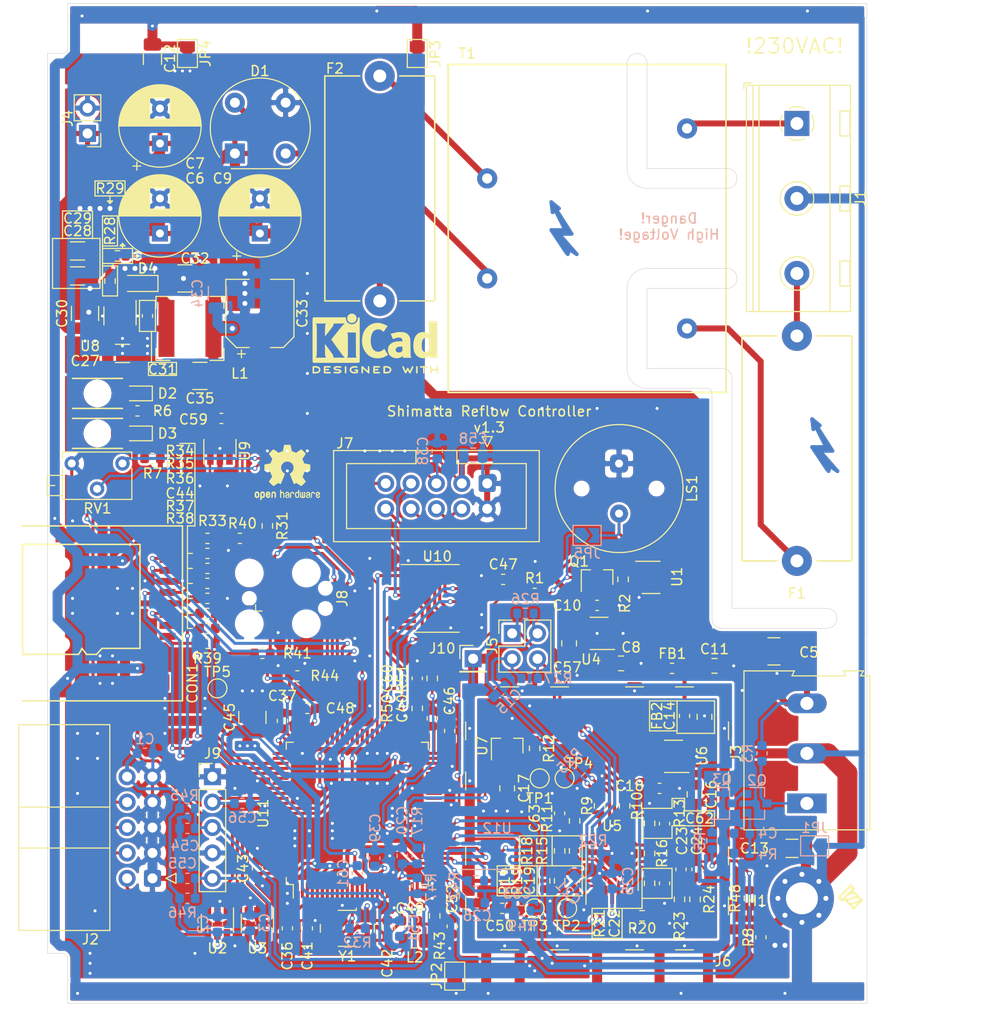
<source format=kicad_pcb>
(kicad_pcb (version 20171130) (host pcbnew 5.1.8)

  (general
    (thickness 1.6)
    (drawings 151)
    (tracks 1898)
    (zones 0)
    (modules 174)
    (nets 150)
  )

  (page A4)
  (layers
    (0 F.Cu signal)
    (31 B.Cu signal)
    (32 B.Adhes user)
    (33 F.Adhes user)
    (34 B.Paste user)
    (35 F.Paste user)
    (36 B.SilkS user)
    (37 F.SilkS user)
    (38 B.Mask user)
    (39 F.Mask user)
    (40 Dwgs.User user)
    (41 Cmts.User user)
    (42 Eco1.User user)
    (43 Eco2.User user)
    (44 Edge.Cuts user)
    (45 Margin user)
    (46 B.CrtYd user)
    (47 F.CrtYd user)
    (48 B.Fab user)
    (49 F.Fab user)
  )

  (setup
    (last_trace_width 0.25)
    (user_trace_width 0.3)
    (user_trace_width 0.4)
    (user_trace_width 0.6)
    (user_trace_width 1)
    (user_trace_width 2)
    (trace_clearance 0.2)
    (zone_clearance 0.25)
    (zone_45_only no)
    (trace_min 0.21)
    (via_size 0.5)
    (via_drill 0.3)
    (via_min_size 0.4)
    (via_min_drill 0.3)
    (user_via 0.9 0.5)
    (uvia_size 0.3)
    (uvia_drill 0.1)
    (uvias_allowed no)
    (uvia_min_size 0.2)
    (uvia_min_drill 0.1)
    (edge_width 0.05)
    (segment_width 0.2)
    (pcb_text_width 0.3)
    (pcb_text_size 1.5 1.5)
    (mod_edge_width 0.12)
    (mod_text_size 1 1)
    (mod_text_width 0.15)
    (pad_size 1.15 1.8)
    (pad_drill 0)
    (pad_to_mask_clearance 0)
    (aux_axis_origin 13 13)
    (grid_origin 13 13)
    (visible_elements FFFFFF7F)
    (pcbplotparams
      (layerselection 0x010f0_ffffffff)
      (usegerberextensions true)
      (usegerberattributes false)
      (usegerberadvancedattributes false)
      (creategerberjobfile true)
      (excludeedgelayer true)
      (linewidth 0.100000)
      (plotframeref false)
      (viasonmask false)
      (mode 1)
      (useauxorigin false)
      (hpglpennumber 1)
      (hpglpenspeed 20)
      (hpglpendiameter 15.000000)
      (psnegative false)
      (psa4output false)
      (plotreference true)
      (plotvalue true)
      (plotinvisibletext false)
      (padsonsilk false)
      (subtractmaskfromsilk false)
      (outputformat 1)
      (mirror false)
      (drillshape 0)
      (scaleselection 1)
      (outputdirectory "gerber/"))
  )

  (net 0 "")
  (net 1 Earth)
  (net 2 GND)
  (net 3 +8V)
  (net 4 +3V3)
  (net 5 +5V)
  (net 6 /Controller/ENC1)
  (net 7 /Controller/ENC2)
  (net 8 /Controller/VREF)
  (net 9 /Controller/SW1)
  (net 10 /Frontend/FORCE+)
  (net 11 /Frontend/FORCE-)
  (net 12 /Frontend/SENS+)
  (net 13 /Frontend/SENS-)
  (net 14 /Controller/SDIO_D1)
  (net 15 /Controller/SDIO_D0)
  (net 16 /Controller/SDIO_CLK)
  (net 17 /Controller/SDIO_CMD)
  (net 18 /Controller/SDIO_D3)
  (net 19 /Controller/SDIO_D2)
  (net 20 /Controller/TEMP_IN)
  (net 21 /L_Trafo)
  (net 22 /L_IN)
  (net 23 /N_IN)
  (net 24 /DIGIO3)
  (net 25 /DIGIO2)
  (net 26 /DIGIO1)
  (net 27 /DIGIO0)
  (net 28 /Controller/SWDIO)
  (net 29 /Controller/SWCLK)
  (net 30 /Controller/PC_RX)
  (net 31 /Controller/PC_TX)
  (net 32 /Controller/~RST)
  (net 33 /Controller/LCD_VO)
  (net 34 /Controller/LCD_RS)
  (net 35 /Controller/LCD_EN)
  (net 36 /Controller/LCD_D3)
  (net 37 /Controller/LCD_D0)
  (net 38 /Controller/LCD_D2)
  (net 39 /Controller/LCD_D1)
  (net 40 /OUT0)
  (net 41 /OUT3)
  (net 42 /OUT2)
  (net 43 /OUT1)
  (net 44 /Controller/VDDA)
  (net 45 +5VL)
  (net 46 /Controller/CARD_DETECT)
  (net 47 +3.3VA)
  (net 48 /Frontend/VREF_OP)
  (net 49 /DIGIO0_PROT)
  (net 50 /DIGIO1_PROT)
  (net 51 /DIGIO2_PROT)
  (net 52 /DIGIO3_PROT)
  (net 53 "Net-(C4-Pad2)")
  (net 54 "Net-(C14-Pad1)")
  (net 55 "Net-(C19-Pad1)")
  (net 56 "Net-(C22-Pad2)")
  (net 57 "Net-(C22-Pad1)")
  (net 58 "Net-(C23-Pad1)")
  (net 59 "Net-(C31-Pad1)")
  (net 60 "Net-(C42-Pad1)")
  (net 61 "Net-(D1-Pad4)")
  (net 62 "Net-(D1-Pad2)")
  (net 63 "Net-(D2-Pad1)")
  (net 64 "Net-(D3-Pad1)")
  (net 65 "Net-(F2-Pad2)")
  (net 66 "Net-(J3-Pad1)")
  (net 67 "Net-(J8-Pad5)")
  (net 68 "Net-(J8-Pad6)")
  (net 69 "Net-(J8-Pad8)")
  (net 70 "Net-(Q2-Pad2)")
  (net 71 "Net-(Q3-Pad1)")
  (net 72 /Controller/SSR_SAFETY_ENABLE)
  (net 73 /Controller/E_~CS)
  (net 74 "Net-(U9-Pad3)")
  (net 75 /Controller/E_SCK)
  (net 76 /Controller/E_MISO)
  (net 77 /Controller/E_MOSI)
  (net 78 "Net-(Q1-Pad3)")
  (net 79 "Net-(U11-Pad1)")
  (net 80 "/Digital Power Supply/DCDC_SW")
  (net 81 /Controller/EXT_WTCHDG_TOGGL)
  (net 82 "Net-(C41-Pad1)")
  (net 83 "Net-(C46-Pad1)")
  (net 84 "Net-(C48-Pad1)")
  (net 85 "Net-(C52-Pad2)")
  (net 86 "Net-(R15-Pad1)")
  (net 87 "Net-(R20-Pad1)")
  (net 88 "Net-(R28-Pad1)")
  (net 89 "Net-(R31-Pad2)")
  (net 90 "Net-(U1-Pad1)")
  (net 91 "Net-(U6-Pad4)")
  (net 92 "Net-(U10-Pad17)")
  (net 93 "Net-(U10-Pad15)")
  (net 94 "Net-(U10-Pad9)")
  (net 95 "Net-(U10-Pad8)")
  (net 96 "Net-(U10-Pad7)")
  (net 97 "Net-(U10-Pad6)")
  (net 98 "Net-(U10-Pad4)")
  (net 99 "Net-(U10-Pad2)")
  (net 100 "Net-(U11-Pad2)")
  (net 101 "Net-(U11-Pad3)")
  (net 102 "Net-(U11-Pad4)")
  (net 103 "Net-(U11-Pad5)")
  (net 104 "Net-(U11-Pad7)")
  (net 105 "Net-(U11-Pad8)")
  (net 106 "Net-(U11-Pad9)")
  (net 107 "Net-(U11-Pad15)")
  (net 108 "Net-(U11-Pad16)")
  (net 109 "Net-(U11-Pad17)")
  (net 110 "Net-(U11-Pad18)")
  (net 111 "Net-(U11-Pad33)")
  (net 112 "Net-(U11-Pad38)")
  (net 113 "Net-(U11-Pad40)")
  (net 114 "Net-(U11-Pad41)")
  (net 115 "Net-(U11-Pad42)")
  (net 116 "Net-(U11-Pad43)")
  (net 117 "Net-(U11-Pad44)")
  (net 118 "Net-(U11-Pad45)")
  (net 119 "Net-(U11-Pad46)")
  (net 120 "Net-(U11-Pad47)")
  (net 121 "Net-(U11-Pad48)")
  (net 122 "Net-(U11-Pad51)")
  (net 123 "Net-(U11-Pad52)")
  (net 124 "Net-(U11-Pad53)")
  (net 125 "Net-(U11-Pad54)")
  (net 126 "Net-(U11-Pad60)")
  (net 127 "Net-(U11-Pad61)")
  (net 128 "Net-(U11-Pad62)")
  (net 129 "Net-(U11-Pad63)")
  (net 130 "Net-(U11-Pad64)")
  (net 131 "Net-(U11-Pad70)")
  (net 132 "Net-(U11-Pad71)")
  (net 133 "Net-(U11-Pad77)")
  (net 134 "Net-(U11-Pad81)")
  (net 135 "Net-(U11-Pad82)")
  (net 136 "Net-(U11-Pad84)")
  (net 137 "Net-(U11-Pad86)")
  (net 138 "Net-(U11-Pad95)")
  (net 139 "Net-(U11-Pad96)")
  (net 140 "Net-(U11-Pad97)")
  (net 141 "Net-(U11-Pad98)")
  (net 142 "Net-(C10-Pad2)")
  (net 143 "Net-(JP5-Pad2)")
  (net 144 "Net-(JP5-Pad1)")
  (net 145 "Net-(C60-Pad1)")
  (net 146 "Net-(C62-Pad2)")
  (net 147 "Net-(C62-Pad1)")
  (net 148 "Net-(C63-Pad2)")
  (net 149 "Net-(C63-Pad1)")

  (net_class Default "This is the default net class."
    (clearance 0.2)
    (trace_width 0.25)
    (via_dia 0.5)
    (via_drill 0.3)
    (uvia_dia 0.3)
    (uvia_drill 0.1)
    (diff_pair_width 0.3)
    (diff_pair_gap 0.25)
    (add_net +3.3VA)
    (add_net +3V3)
    (add_net +5V)
    (add_net +5VL)
    (add_net +8V)
    (add_net /Controller/CARD_DETECT)
    (add_net /Controller/ENC1)
    (add_net /Controller/ENC2)
    (add_net /Controller/EXT_WTCHDG_TOGGL)
    (add_net /Controller/E_MISO)
    (add_net /Controller/E_MOSI)
    (add_net /Controller/E_SCK)
    (add_net /Controller/E_~CS)
    (add_net /Controller/LCD_D0)
    (add_net /Controller/LCD_D1)
    (add_net /Controller/LCD_D2)
    (add_net /Controller/LCD_D3)
    (add_net /Controller/LCD_EN)
    (add_net /Controller/LCD_RS)
    (add_net /Controller/LCD_VO)
    (add_net /Controller/PC_RX)
    (add_net /Controller/PC_TX)
    (add_net /Controller/SDIO_CLK)
    (add_net /Controller/SDIO_CMD)
    (add_net /Controller/SDIO_D0)
    (add_net /Controller/SDIO_D1)
    (add_net /Controller/SDIO_D2)
    (add_net /Controller/SDIO_D3)
    (add_net /Controller/SSR_SAFETY_ENABLE)
    (add_net /Controller/SW1)
    (add_net /Controller/SWCLK)
    (add_net /Controller/SWDIO)
    (add_net /Controller/TEMP_IN)
    (add_net /Controller/VDDA)
    (add_net /Controller/VREF)
    (add_net /Controller/~RST)
    (add_net /DIGIO0)
    (add_net /DIGIO0_PROT)
    (add_net /DIGIO1)
    (add_net /DIGIO1_PROT)
    (add_net /DIGIO2)
    (add_net /DIGIO2_PROT)
    (add_net /DIGIO3)
    (add_net /DIGIO3_PROT)
    (add_net "/Digital Power Supply/DCDC_SW")
    (add_net /Frontend/FORCE+)
    (add_net /Frontend/FORCE-)
    (add_net /Frontend/SENS+)
    (add_net /Frontend/SENS-)
    (add_net /Frontend/VREF_OP)
    (add_net /OUT0)
    (add_net /OUT1)
    (add_net /OUT2)
    (add_net /OUT3)
    (add_net Earth)
    (add_net GND)
    (add_net "Net-(C10-Pad2)")
    (add_net "Net-(C14-Pad1)")
    (add_net "Net-(C19-Pad1)")
    (add_net "Net-(C22-Pad1)")
    (add_net "Net-(C22-Pad2)")
    (add_net "Net-(C23-Pad1)")
    (add_net "Net-(C31-Pad1)")
    (add_net "Net-(C4-Pad2)")
    (add_net "Net-(C41-Pad1)")
    (add_net "Net-(C42-Pad1)")
    (add_net "Net-(C46-Pad1)")
    (add_net "Net-(C48-Pad1)")
    (add_net "Net-(C52-Pad2)")
    (add_net "Net-(C60-Pad1)")
    (add_net "Net-(C62-Pad1)")
    (add_net "Net-(C62-Pad2)")
    (add_net "Net-(C63-Pad1)")
    (add_net "Net-(C63-Pad2)")
    (add_net "Net-(D1-Pad2)")
    (add_net "Net-(D1-Pad4)")
    (add_net "Net-(D2-Pad1)")
    (add_net "Net-(D3-Pad1)")
    (add_net "Net-(F2-Pad2)")
    (add_net "Net-(J3-Pad1)")
    (add_net "Net-(J8-Pad5)")
    (add_net "Net-(J8-Pad6)")
    (add_net "Net-(J8-Pad8)")
    (add_net "Net-(JP5-Pad1)")
    (add_net "Net-(JP5-Pad2)")
    (add_net "Net-(Q1-Pad3)")
    (add_net "Net-(Q2-Pad2)")
    (add_net "Net-(Q3-Pad1)")
    (add_net "Net-(R15-Pad1)")
    (add_net "Net-(R20-Pad1)")
    (add_net "Net-(R28-Pad1)")
    (add_net "Net-(R31-Pad2)")
    (add_net "Net-(U1-Pad1)")
    (add_net "Net-(U10-Pad15)")
    (add_net "Net-(U10-Pad17)")
    (add_net "Net-(U10-Pad2)")
    (add_net "Net-(U10-Pad4)")
    (add_net "Net-(U10-Pad6)")
    (add_net "Net-(U10-Pad7)")
    (add_net "Net-(U10-Pad8)")
    (add_net "Net-(U10-Pad9)")
    (add_net "Net-(U11-Pad1)")
    (add_net "Net-(U11-Pad15)")
    (add_net "Net-(U11-Pad16)")
    (add_net "Net-(U11-Pad17)")
    (add_net "Net-(U11-Pad18)")
    (add_net "Net-(U11-Pad2)")
    (add_net "Net-(U11-Pad3)")
    (add_net "Net-(U11-Pad33)")
    (add_net "Net-(U11-Pad38)")
    (add_net "Net-(U11-Pad4)")
    (add_net "Net-(U11-Pad40)")
    (add_net "Net-(U11-Pad41)")
    (add_net "Net-(U11-Pad42)")
    (add_net "Net-(U11-Pad43)")
    (add_net "Net-(U11-Pad44)")
    (add_net "Net-(U11-Pad45)")
    (add_net "Net-(U11-Pad46)")
    (add_net "Net-(U11-Pad47)")
    (add_net "Net-(U11-Pad48)")
    (add_net "Net-(U11-Pad5)")
    (add_net "Net-(U11-Pad51)")
    (add_net "Net-(U11-Pad52)")
    (add_net "Net-(U11-Pad53)")
    (add_net "Net-(U11-Pad54)")
    (add_net "Net-(U11-Pad60)")
    (add_net "Net-(U11-Pad61)")
    (add_net "Net-(U11-Pad62)")
    (add_net "Net-(U11-Pad63)")
    (add_net "Net-(U11-Pad64)")
    (add_net "Net-(U11-Pad7)")
    (add_net "Net-(U11-Pad70)")
    (add_net "Net-(U11-Pad71)")
    (add_net "Net-(U11-Pad77)")
    (add_net "Net-(U11-Pad8)")
    (add_net "Net-(U11-Pad81)")
    (add_net "Net-(U11-Pad82)")
    (add_net "Net-(U11-Pad84)")
    (add_net "Net-(U11-Pad86)")
    (add_net "Net-(U11-Pad9)")
    (add_net "Net-(U11-Pad95)")
    (add_net "Net-(U11-Pad96)")
    (add_net "Net-(U11-Pad97)")
    (add_net "Net-(U11-Pad98)")
    (add_net "Net-(U6-Pad4)")
    (add_net "Net-(U9-Pad3)")
  )

  (net_class HV ""
    (clearance 2.55)
    (trace_width 1)
    (via_dia 0.5)
    (via_drill 0.3)
    (uvia_dia 0.3)
    (uvia_drill 0.1)
    (diff_pair_width 0.21)
    (diff_pair_gap 0.25)
    (add_net /L_IN)
    (add_net /L_Trafo)
    (add_net /N_IN)
  )

  (module shimatta_tht:BV-EI-303-2010 locked (layer F.Cu) (tedit 5FC3F18F) (tstamp 5FD7202A)
    (at 70 35.5 180)
    (path /5D6EA3F7)
    (fp_text reference T1 (at 12 17.5) (layer F.SilkS)
      (effects (font (size 1 1) (thickness 0.15)))
    )
    (fp_text value BV-EI-303-2050 (at 0 -0.5) (layer F.Fab)
      (effects (font (size 1 1) (thickness 0.15)))
    )
    (fp_line (start 13.97 -16.51) (end -13.97 -16.51) (layer F.Fab) (width 0.12))
    (fp_line (start 13.97 16.51) (end 13.97 -16.51) (layer F.Fab) (width 0.12))
    (fp_line (start -13.97 16.51) (end 13.97 16.51) (layer F.Fab) (width 0.12))
    (fp_line (start -13.97 -16.51) (end -13.97 16.51) (layer F.Fab) (width 0.12))
    (fp_line (start -13.97 16.51) (end -13.97 -16.51) (layer F.CrtYd) (width 0.12))
    (fp_line (start 13.97 16.51) (end -13.97 16.51) (layer F.CrtYd) (width 0.12))
    (fp_line (start 13.97 -16.51) (end 13.97 16.51) (layer F.CrtYd) (width 0.12))
    (fp_line (start -13.97 -16.51) (end 13.97 -16.51) (layer F.CrtYd) (width 0.12))
    (fp_line (start -13.9 -16.4) (end 13.9 -16.4) (layer F.SilkS) (width 0.15))
    (fp_line (start -13.9 -16.4) (end -13.9 16.4) (layer F.SilkS) (width 0.15))
    (fp_line (start -13.9 16.4) (end 13.9 16.4) (layer F.SilkS) (width 0.15))
    (fp_line (start 13.9 -16.4) (end 13.9 16.4) (layer F.SilkS) (width 0.15))
    (pad 1 thru_hole circle (at -10 10 180) (size 2 2) (drill 1) (layers *.Cu *.Mask)
      (net 23 /N_IN))
    (pad 2 thru_hole circle (at -10 -10 180) (size 2 2) (drill 1) (layers *.Cu *.Mask)
      (net 21 /L_Trafo))
    (pad 3 thru_hole circle (at 10 5 180) (size 2 2) (drill 1) (layers *.Cu *.Mask)
      (net 65 "Net-(F2-Pad2)"))
    (pad 4 thru_hole circle (at 10 -5 180) (size 2 2) (drill 1) (layers *.Cu *.Mask)
      (net 62 "Net-(D1-Pad2)"))
  )

  (module Capacitor_SMD:C_0603_1608Metric (layer F.Cu) (tedit 5F68FEEE) (tstamp 5FD64B98)
    (at 67.25 94 270)
    (descr "Capacitor SMD 0603 (1608 Metric), square (rectangular) end terminal, IPC_7351 nominal, (Body size source: IPC-SM-782 page 76, https://www.pcb-3d.com/wordpress/wp-content/uploads/ipc-sm-782a_amendment_1_and_2.pdf), generated with kicad-footprint-generator")
    (tags capacitor)
    (path /5D8C5188/5FE2133C)
    (attr smd)
    (fp_text reference C63 (at 0.5 2.5 90) (layer F.SilkS)
      (effects (font (size 1 1) (thickness 0.15)))
    )
    (fp_text value DNP (at 0 1.43 90) (layer F.Fab)
      (effects (font (size 1 1) (thickness 0.15)))
    )
    (fp_line (start -0.8 0.4) (end -0.8 -0.4) (layer F.Fab) (width 0.1))
    (fp_line (start -0.8 -0.4) (end 0.8 -0.4) (layer F.Fab) (width 0.1))
    (fp_line (start 0.8 -0.4) (end 0.8 0.4) (layer F.Fab) (width 0.1))
    (fp_line (start 0.8 0.4) (end -0.8 0.4) (layer F.Fab) (width 0.1))
    (fp_line (start -0.14058 -0.51) (end 0.14058 -0.51) (layer F.SilkS) (width 0.12))
    (fp_line (start -0.14058 0.51) (end 0.14058 0.51) (layer F.SilkS) (width 0.12))
    (fp_line (start -1.48 0.73) (end -1.48 -0.73) (layer F.CrtYd) (width 0.05))
    (fp_line (start -1.48 -0.73) (end 1.48 -0.73) (layer F.CrtYd) (width 0.05))
    (fp_line (start 1.48 -0.73) (end 1.48 0.73) (layer F.CrtYd) (width 0.05))
    (fp_line (start 1.48 0.73) (end -1.48 0.73) (layer F.CrtYd) (width 0.05))
    (fp_text user %R (at 0 0 90) (layer F.Fab)
      (effects (font (size 0.4 0.4) (thickness 0.06)))
    )
    (pad 2 smd roundrect (at 0.775 0 270) (size 0.9 0.95) (layers F.Cu F.Paste F.Mask) (roundrect_rratio 0.25)
      (net 148 "Net-(C63-Pad2)"))
    (pad 1 smd roundrect (at -0.775 0 270) (size 0.9 0.95) (layers F.Cu F.Paste F.Mask) (roundrect_rratio 0.25)
      (net 149 "Net-(C63-Pad1)"))
    (model ${KISYS3DMOD}/Capacitor_SMD.3dshapes/C_0603_1608Metric.wrl
      (at (xyz 0 0 0))
      (scale (xyz 1 1 1))
      (rotate (xyz 0 0 0))
    )
  )

  (module Capacitor_SMD:C_0603_1608Metric (layer F.Cu) (tedit 5F68FEEE) (tstamp 5FD64B87)
    (at 77.75 95.025 270)
    (descr "Capacitor SMD 0603 (1608 Metric), square (rectangular) end terminal, IPC_7351 nominal, (Body size source: IPC-SM-782 page 76, https://www.pcb-3d.com/wordpress/wp-content/uploads/ipc-sm-782a_amendment_1_and_2.pdf), generated with kicad-footprint-generator")
    (tags capacitor)
    (path /5D8C5188/5FE331AE)
    (attr smd)
    (fp_text reference C62 (at -0.525 -3.5 180) (layer F.SilkS)
      (effects (font (size 1 1) (thickness 0.15)))
    )
    (fp_text value DNP (at 0 1.43 90) (layer F.Fab)
      (effects (font (size 1 1) (thickness 0.15)))
    )
    (fp_line (start -0.8 0.4) (end -0.8 -0.4) (layer F.Fab) (width 0.1))
    (fp_line (start -0.8 -0.4) (end 0.8 -0.4) (layer F.Fab) (width 0.1))
    (fp_line (start 0.8 -0.4) (end 0.8 0.4) (layer F.Fab) (width 0.1))
    (fp_line (start 0.8 0.4) (end -0.8 0.4) (layer F.Fab) (width 0.1))
    (fp_line (start -0.14058 -0.51) (end 0.14058 -0.51) (layer F.SilkS) (width 0.12))
    (fp_line (start -0.14058 0.51) (end 0.14058 0.51) (layer F.SilkS) (width 0.12))
    (fp_line (start -1.48 0.73) (end -1.48 -0.73) (layer F.CrtYd) (width 0.05))
    (fp_line (start -1.48 -0.73) (end 1.48 -0.73) (layer F.CrtYd) (width 0.05))
    (fp_line (start 1.48 -0.73) (end 1.48 0.73) (layer F.CrtYd) (width 0.05))
    (fp_line (start 1.48 0.73) (end -1.48 0.73) (layer F.CrtYd) (width 0.05))
    (fp_text user %R (at 0 0 90) (layer F.Fab)
      (effects (font (size 0.4 0.4) (thickness 0.06)))
    )
    (pad 2 smd roundrect (at 0.775 0 270) (size 0.9 0.95) (layers F.Cu F.Paste F.Mask) (roundrect_rratio 0.25)
      (net 146 "Net-(C62-Pad2)"))
    (pad 1 smd roundrect (at -0.775 0 270) (size 0.9 0.95) (layers F.Cu F.Paste F.Mask) (roundrect_rratio 0.25)
      (net 147 "Net-(C62-Pad1)"))
    (model ${KISYS3DMOD}/Capacitor_SMD.3dshapes/C_0603_1608Metric.wrl
      (at (xyz 0 0 0))
      (scale (xyz 1 1 1))
      (rotate (xyz 0 0 0))
    )
  )

  (module Capacitor_SMD:C_0603_1608Metric (layer B.Cu) (tedit 5F68FEEE) (tstamp 5FD2F3FD)
    (at 47 100 270)
    (descr "Capacitor SMD 0603 (1608 Metric), square (rectangular) end terminal, IPC_7351 nominal, (Body size source: IPC-SM-782 page 76, https://www.pcb-3d.com/wordpress/wp-content/uploads/ipc-sm-782a_amendment_1_and_2.pdf), generated with kicad-footprint-generator")
    (tags capacitor)
    (path /5D77EC9D/5FD72F9A)
    (attr smd)
    (fp_text reference C61 (at 0 1.43 90) (layer B.SilkS)
      (effects (font (size 1 1) (thickness 0.15)) (justify mirror))
    )
    (fp_text value 100n (at 0 -1.43 90) (layer B.Fab)
      (effects (font (size 1 1) (thickness 0.15)) (justify mirror))
    )
    (fp_line (start -0.8 -0.4) (end -0.8 0.4) (layer B.Fab) (width 0.1))
    (fp_line (start -0.8 0.4) (end 0.8 0.4) (layer B.Fab) (width 0.1))
    (fp_line (start 0.8 0.4) (end 0.8 -0.4) (layer B.Fab) (width 0.1))
    (fp_line (start 0.8 -0.4) (end -0.8 -0.4) (layer B.Fab) (width 0.1))
    (fp_line (start -0.14058 0.51) (end 0.14058 0.51) (layer B.SilkS) (width 0.12))
    (fp_line (start -0.14058 -0.51) (end 0.14058 -0.51) (layer B.SilkS) (width 0.12))
    (fp_line (start -1.48 -0.73) (end -1.48 0.73) (layer B.CrtYd) (width 0.05))
    (fp_line (start -1.48 0.73) (end 1.48 0.73) (layer B.CrtYd) (width 0.05))
    (fp_line (start 1.48 0.73) (end 1.48 -0.73) (layer B.CrtYd) (width 0.05))
    (fp_line (start 1.48 -0.73) (end -1.48 -0.73) (layer B.CrtYd) (width 0.05))
    (fp_text user %R (at 0 0 90) (layer B.Fab)
      (effects (font (size 0.4 0.4) (thickness 0.06)) (justify mirror))
    )
    (pad 2 smd roundrect (at 0.775 0 270) (size 0.9 0.95) (layers B.Cu B.Paste B.Mask) (roundrect_rratio 0.25)
      (net 2 GND))
    (pad 1 smd roundrect (at -0.775 0 270) (size 0.9 0.95) (layers B.Cu B.Paste B.Mask) (roundrect_rratio 0.25)
      (net 4 +3V3))
    (model ${KISYS3DMOD}/Capacitor_SMD.3dshapes/C_0603_1608Metric.wrl
      (at (xyz 0 0 0))
      (scale (xyz 1 1 1))
      (rotate (xyz 0 0 0))
    )
  )

  (module shimatta_buzzer:PKM13EPYH4002-B0 (layer F.Cu) (tedit 5FCFC26C) (tstamp 5FCC3E58)
    (at 73.198 61.514 270)
    (tags buzzer,piezo)
    (path /5D891662)
    (fp_text reference LS1 (at 0 -7.3 90) (layer F.SilkS)
      (effects (font (size 1 1) (thickness 0.15)))
    )
    (fp_text value Buzzer (at 0 0 180) (layer F.Fab)
      (effects (font (size 1 1) (thickness 0.15)))
    )
    (fp_circle (center 0 0) (end 6.5 0) (layer F.Fab) (width 0.12))
    (fp_circle (center 0 0) (end 6.5 0) (layer F.CrtYd) (width 0.12))
    (fp_circle (center 0 0) (end 6.4 0) (layer F.SilkS) (width 0.12))
    (pad "" np_thru_hole circle (at 0 -3.75 270) (size 1.1 1.1) (drill 1.1) (layers *.Cu *.Mask))
    (pad "" np_thru_hole circle (at 0 3.75 270) (size 1.1 1.1) (drill 1.1) (layers *.Cu *.Mask))
    (pad 2 thru_hole circle (at 2.5 0 270) (size 1.8 1.8) (drill 0.8) (layers *.Cu *.Mask)
      (net 143 "Net-(JP5-Pad2)"))
    (pad 1 thru_hole roundrect (at -2.5 0 270) (size 1.8 1.8) (drill 0.8) (layers *.Cu *.Mask) (roundrect_rratio 0.25)
      (net 2 GND))
    (model ${KISYS3DMOD}/buzzer.shapes3d/PKM13EPYH4002-B0.wrl
      (at (xyz 0 0 0))
      (scale (xyz 0.3937 0.3937 0.3937))
      (rotate (xyz 0 0 0))
    )
  )

  (module Resistor_SMD:R_0603_1608Metric (layer F.Cu) (tedit 5F68FEEE) (tstamp 5FCDB62B)
    (at 54.5 80.5 270)
    (descr "Resistor SMD 0603 (1608 Metric), square (rectangular) end terminal, IPC_7351 nominal, (Body size source: IPC-SM-782 page 72, https://www.pcb-3d.com/wordpress/wp-content/uploads/ipc-sm-782a_amendment_1_and_2.pdf), generated with kicad-footprint-generator")
    (tags resistor)
    (path /5D77EC9D/5FD62ABC)
    (attr smd)
    (fp_text reference R51 (at 0 3 90) (layer F.SilkS)
      (effects (font (size 1 1) (thickness 0.15)))
    )
    (fp_text value 10k (at -2.25 0 90) (layer F.Fab)
      (effects (font (size 1 1) (thickness 0.15)))
    )
    (fp_line (start 1.48 0.73) (end -1.48 0.73) (layer F.CrtYd) (width 0.05))
    (fp_line (start 1.48 -0.73) (end 1.48 0.73) (layer F.CrtYd) (width 0.05))
    (fp_line (start -1.48 -0.73) (end 1.48 -0.73) (layer F.CrtYd) (width 0.05))
    (fp_line (start -1.48 0.73) (end -1.48 -0.73) (layer F.CrtYd) (width 0.05))
    (fp_line (start -0.237258 0.5225) (end 0.237258 0.5225) (layer F.SilkS) (width 0.12))
    (fp_line (start -0.237258 -0.5225) (end 0.237258 -0.5225) (layer F.SilkS) (width 0.12))
    (fp_line (start 0.8 0.4125) (end -0.8 0.4125) (layer F.Fab) (width 0.1))
    (fp_line (start 0.8 -0.4125) (end 0.8 0.4125) (layer F.Fab) (width 0.1))
    (fp_line (start -0.8 -0.4125) (end 0.8 -0.4125) (layer F.Fab) (width 0.1))
    (fp_line (start -0.8 0.4125) (end -0.8 -0.4125) (layer F.Fab) (width 0.1))
    (fp_text user %R (at 0 0 90) (layer F.Fab)
      (effects (font (size 0.4 0.4) (thickness 0.06)))
    )
    (pad 2 smd roundrect (at 0.825 0 270) (size 0.8 0.95) (layers F.Cu F.Paste F.Mask) (roundrect_rratio 0.25)
      (net 145 "Net-(C60-Pad1)"))
    (pad 1 smd roundrect (at -0.825 0 270) (size 0.8 0.95) (layers F.Cu F.Paste F.Mask) (roundrect_rratio 0.25)
      (net 2 GND))
    (model ${KISYS3DMOD}/Resistor_SMD.3dshapes/R_0603_1608Metric.wrl
      (at (xyz 0 0 0))
      (scale (xyz 1 1 1))
      (rotate (xyz 0 0 0))
    )
  )

  (module Resistor_SMD:R_0603_1608Metric (layer F.Cu) (tedit 5F68FEEE) (tstamp 5FCDB61A)
    (at 53 83.5 270)
    (descr "Resistor SMD 0603 (1608 Metric), square (rectangular) end terminal, IPC_7351 nominal, (Body size source: IPC-SM-782 page 72, https://www.pcb-3d.com/wordpress/wp-content/uploads/ipc-sm-782a_amendment_1_and_2.pdf), generated with kicad-footprint-generator")
    (tags resistor)
    (path /5D77EC9D/5FD5CEDB)
    (attr smd)
    (fp_text reference R50 (at 0 3 90) (layer F.SilkS)
      (effects (font (size 1 1) (thickness 0.15)))
    )
    (fp_text value 10k (at 0 1.43 90) (layer F.Fab)
      (effects (font (size 1 1) (thickness 0.15)))
    )
    (fp_line (start 1.48 0.73) (end -1.48 0.73) (layer F.CrtYd) (width 0.05))
    (fp_line (start 1.48 -0.73) (end 1.48 0.73) (layer F.CrtYd) (width 0.05))
    (fp_line (start -1.48 -0.73) (end 1.48 -0.73) (layer F.CrtYd) (width 0.05))
    (fp_line (start -1.48 0.73) (end -1.48 -0.73) (layer F.CrtYd) (width 0.05))
    (fp_line (start -0.237258 0.5225) (end 0.237258 0.5225) (layer F.SilkS) (width 0.12))
    (fp_line (start -0.237258 -0.5225) (end 0.237258 -0.5225) (layer F.SilkS) (width 0.12))
    (fp_line (start 0.8 0.4125) (end -0.8 0.4125) (layer F.Fab) (width 0.1))
    (fp_line (start 0.8 -0.4125) (end 0.8 0.4125) (layer F.Fab) (width 0.1))
    (fp_line (start -0.8 -0.4125) (end 0.8 -0.4125) (layer F.Fab) (width 0.1))
    (fp_line (start -0.8 0.4125) (end -0.8 -0.4125) (layer F.Fab) (width 0.1))
    (fp_text user %R (at 0 0 90) (layer F.Fab)
      (effects (font (size 0.4 0.4) (thickness 0.06)))
    )
    (pad 2 smd roundrect (at 0.825 0 270) (size 0.8 0.95) (layers F.Cu F.Paste F.Mask) (roundrect_rratio 0.25)
      (net 4 +3V3))
    (pad 1 smd roundrect (at -0.825 0 270) (size 0.8 0.95) (layers F.Cu F.Paste F.Mask) (roundrect_rratio 0.25)
      (net 145 "Net-(C60-Pad1)"))
    (model ${KISYS3DMOD}/Resistor_SMD.3dshapes/R_0603_1608Metric.wrl
      (at (xyz 0 0 0))
      (scale (xyz 1 1 1))
      (rotate (xyz 0 0 0))
    )
  )

  (module Capacitor_SMD:C_0603_1608Metric (layer F.Cu) (tedit 5F68FEEE) (tstamp 5FCDA8B7)
    (at 53 80.5 90)
    (descr "Capacitor SMD 0603 (1608 Metric), square (rectangular) end terminal, IPC_7351 nominal, (Body size source: IPC-SM-782 page 76, https://www.pcb-3d.com/wordpress/wp-content/uploads/ipc-sm-782a_amendment_1_and_2.pdf), generated with kicad-footprint-generator")
    (tags capacitor)
    (path /5D77EC9D/5FE39FAF)
    (attr smd)
    (fp_text reference C60 (at 0 -3 90) (layer F.SilkS)
      (effects (font (size 1 1) (thickness 0.15)))
    )
    (fp_text value 100n (at 2.75 0 90) (layer F.Fab)
      (effects (font (size 1 1) (thickness 0.15)))
    )
    (fp_line (start 1.48 0.73) (end -1.48 0.73) (layer F.CrtYd) (width 0.05))
    (fp_line (start 1.48 -0.73) (end 1.48 0.73) (layer F.CrtYd) (width 0.05))
    (fp_line (start -1.48 -0.73) (end 1.48 -0.73) (layer F.CrtYd) (width 0.05))
    (fp_line (start -1.48 0.73) (end -1.48 -0.73) (layer F.CrtYd) (width 0.05))
    (fp_line (start -0.14058 0.51) (end 0.14058 0.51) (layer F.SilkS) (width 0.12))
    (fp_line (start -0.14058 -0.51) (end 0.14058 -0.51) (layer F.SilkS) (width 0.12))
    (fp_line (start 0.8 0.4) (end -0.8 0.4) (layer F.Fab) (width 0.1))
    (fp_line (start 0.8 -0.4) (end 0.8 0.4) (layer F.Fab) (width 0.1))
    (fp_line (start -0.8 -0.4) (end 0.8 -0.4) (layer F.Fab) (width 0.1))
    (fp_line (start -0.8 0.4) (end -0.8 -0.4) (layer F.Fab) (width 0.1))
    (fp_text user %R (at 0 0 90) (layer F.Fab)
      (effects (font (size 0.4 0.4) (thickness 0.06)))
    )
    (pad 2 smd roundrect (at 0.775 0 90) (size 0.9 0.95) (layers F.Cu F.Paste F.Mask) (roundrect_rratio 0.25)
      (net 2 GND))
    (pad 1 smd roundrect (at -0.775 0 90) (size 0.9 0.95) (layers F.Cu F.Paste F.Mask) (roundrect_rratio 0.25)
      (net 145 "Net-(C60-Pad1)"))
    (model ${KISYS3DMOD}/Capacitor_SMD.3dshapes/C_0603_1608Metric.wrl
      (at (xyz 0 0 0))
      (scale (xyz 1 1 1))
      (rotate (xyz 0 0 0))
    )
  )

  (module Jumper:SolderJumper-2_P1.3mm_Open_TrianglePad1.0x1.5mm (layer B.Cu) (tedit 5A64794F) (tstamp 5FCF9810)
    (at 70 66.2)
    (descr "SMD Solder Jumper, 1x1.5mm Triangular Pads, 0.3mm gap, open")
    (tags "solder jumper open")
    (path /600F11A8)
    (attr virtual)
    (fp_text reference JP5 (at 0 1.8) (layer B.SilkS)
      (effects (font (size 1 1) (thickness 0.15)) (justify mirror))
    )
    (fp_text value DNP (at 0 -1.9) (layer B.Fab)
      (effects (font (size 1 1) (thickness 0.15)) (justify mirror))
    )
    (fp_line (start 1.65 -1.25) (end -1.65 -1.25) (layer B.CrtYd) (width 0.05))
    (fp_line (start 1.65 -1.25) (end 1.65 1.25) (layer B.CrtYd) (width 0.05))
    (fp_line (start -1.65 1.25) (end -1.65 -1.25) (layer B.CrtYd) (width 0.05))
    (fp_line (start -1.65 1.25) (end 1.65 1.25) (layer B.CrtYd) (width 0.05))
    (fp_line (start -1.4 1) (end 1.4 1) (layer B.SilkS) (width 0.12))
    (fp_line (start 1.4 1) (end 1.4 -1) (layer B.SilkS) (width 0.12))
    (fp_line (start 1.4 -1) (end -1.4 -1) (layer B.SilkS) (width 0.12))
    (fp_line (start -1.4 -1) (end -1.4 1) (layer B.SilkS) (width 0.12))
    (pad 1 smd custom (at -0.725 0) (size 0.3 0.3) (layers B.Cu B.Mask)
      (net 144 "Net-(JP5-Pad1)") (zone_connect 2)
      (options (clearance outline) (anchor rect))
      (primitives
        (gr_poly (pts
           (xy -0.5 0.75) (xy 0.5 0.75) (xy 1 0) (xy 0.5 -0.75) (xy -0.5 -0.75)
) (width 0))
      ))
    (pad 2 smd custom (at 0.725 0) (size 0.3 0.3) (layers B.Cu B.Mask)
      (net 143 "Net-(JP5-Pad2)") (zone_connect 2)
      (options (clearance outline) (anchor rect))
      (primitives
        (gr_poly (pts
           (xy -0.65 0.75) (xy 0.5 0.75) (xy 0.5 -0.75) (xy -0.65 -0.75) (xy -0.15 0)
) (width 0))
      ))
  )

  (module Capacitor_SMD:C_0603_1608Metric (layer F.Cu) (tedit 5F68FEEE) (tstamp 5FCF2BEC)
    (at 33.4 54.5)
    (descr "Capacitor SMD 0603 (1608 Metric), square (rectangular) end terminal, IPC_7351 nominal, (Body size source: IPC-SM-782 page 76, https://www.pcb-3d.com/wordpress/wp-content/uploads/ipc-sm-782a_amendment_1_and_2.pdf), generated with kicad-footprint-generator")
    (tags capacitor)
    (path /5D77EC9D/5FFAEEF2)
    (attr smd)
    (fp_text reference C59 (at -2.8 0.1) (layer F.SilkS)
      (effects (font (size 1 1) (thickness 0.15)))
    )
    (fp_text value 100n (at -0.15 1.25) (layer F.Fab)
      (effects (font (size 1 1) (thickness 0.15)))
    )
    (fp_line (start 1.48 0.73) (end -1.48 0.73) (layer F.CrtYd) (width 0.05))
    (fp_line (start 1.48 -0.73) (end 1.48 0.73) (layer F.CrtYd) (width 0.05))
    (fp_line (start -1.48 -0.73) (end 1.48 -0.73) (layer F.CrtYd) (width 0.05))
    (fp_line (start -1.48 0.73) (end -1.48 -0.73) (layer F.CrtYd) (width 0.05))
    (fp_line (start -0.14058 0.51) (end 0.14058 0.51) (layer F.SilkS) (width 0.12))
    (fp_line (start -0.14058 -0.51) (end 0.14058 -0.51) (layer F.SilkS) (width 0.12))
    (fp_line (start 0.8 0.4) (end -0.8 0.4) (layer F.Fab) (width 0.1))
    (fp_line (start 0.8 -0.4) (end 0.8 0.4) (layer F.Fab) (width 0.1))
    (fp_line (start -0.8 -0.4) (end 0.8 -0.4) (layer F.Fab) (width 0.1))
    (fp_line (start -0.8 0.4) (end -0.8 -0.4) (layer F.Fab) (width 0.1))
    (fp_text user %R (at 0 0) (layer F.Fab)
      (effects (font (size 0.4 0.4) (thickness 0.06)))
    )
    (pad 2 smd roundrect (at 0.775 0) (size 0.9 0.95) (layers F.Cu F.Paste F.Mask) (roundrect_rratio 0.25)
      (net 2 GND))
    (pad 1 smd roundrect (at -0.775 0) (size 0.9 0.95) (layers F.Cu F.Paste F.Mask) (roundrect_rratio 0.25)
      (net 4 +3V3))
    (model ${KISYS3DMOD}/Capacitor_SMD.3dshapes/C_0603_1608Metric.wrl
      (at (xyz 0 0 0))
      (scale (xyz 1 1 1))
      (rotate (xyz 0 0 0))
    )
  )

  (module Capacitor_SMD:C_0805_2012Metric (layer B.Cu) (tedit 5F68FEEE) (tstamp 5FCEA5B5)
    (at 58.6 58.2 180)
    (descr "Capacitor SMD 0805 (2012 Metric), square (rectangular) end terminal, IPC_7351 nominal, (Body size source: IPC-SM-782 page 76, https://www.pcb-3d.com/wordpress/wp-content/uploads/ipc-sm-782a_amendment_1_and_2.pdf, https://docs.google.com/spreadsheets/d/1BsfQQcO9C6DZCsRaXUlFlo91Tg2WpOkGARC1WS5S8t0/edit?usp=sharing), generated with kicad-footprint-generator")
    (tags capacitor)
    (path /5D77EC9D/5FEFE3CF)
    (attr smd)
    (fp_text reference C58 (at 0 1.68) (layer B.SilkS)
      (effects (font (size 1 1) (thickness 0.15)) (justify mirror))
    )
    (fp_text value 1u (at 0 -1.68) (layer B.Fab)
      (effects (font (size 1 1) (thickness 0.15)) (justify mirror))
    )
    (fp_line (start 1.7 -0.98) (end -1.7 -0.98) (layer B.CrtYd) (width 0.05))
    (fp_line (start 1.7 0.98) (end 1.7 -0.98) (layer B.CrtYd) (width 0.05))
    (fp_line (start -1.7 0.98) (end 1.7 0.98) (layer B.CrtYd) (width 0.05))
    (fp_line (start -1.7 -0.98) (end -1.7 0.98) (layer B.CrtYd) (width 0.05))
    (fp_line (start -0.261252 -0.735) (end 0.261252 -0.735) (layer B.SilkS) (width 0.12))
    (fp_line (start -0.261252 0.735) (end 0.261252 0.735) (layer B.SilkS) (width 0.12))
    (fp_line (start 1 -0.625) (end -1 -0.625) (layer B.Fab) (width 0.1))
    (fp_line (start 1 0.625) (end 1 -0.625) (layer B.Fab) (width 0.1))
    (fp_line (start -1 0.625) (end 1 0.625) (layer B.Fab) (width 0.1))
    (fp_line (start -1 -0.625) (end -1 0.625) (layer B.Fab) (width 0.1))
    (fp_text user %R (at 0 0) (layer B.Fab)
      (effects (font (size 0.5 0.5) (thickness 0.08)) (justify mirror))
    )
    (pad 2 smd roundrect (at 0.95 0 180) (size 1 1.45) (layers B.Cu B.Paste B.Mask) (roundrect_rratio 0.25)
      (net 45 +5VL))
    (pad 1 smd roundrect (at -0.95 0 180) (size 1 1.45) (layers B.Cu B.Paste B.Mask) (roundrect_rratio 0.25)
      (net 2 GND))
    (model ${KISYS3DMOD}/Capacitor_SMD.3dshapes/C_0805_2012Metric.wrl
      (at (xyz 0 0 0))
      (scale (xyz 1 1 1))
      (rotate (xyz 0 0 0))
    )
  )

  (module Capacitor_SMD:C_0805_2012Metric (layer F.Cu) (tedit 5F68FEEE) (tstamp 5FCE5B90)
    (at 73.4 79)
    (descr "Capacitor SMD 0805 (2012 Metric), square (rectangular) end terminal, IPC_7351 nominal, (Body size source: IPC-SM-782 page 76, https://www.pcb-3d.com/wordpress/wp-content/uploads/ipc-sm-782a_amendment_1_and_2.pdf, https://docs.google.com/spreadsheets/d/1BsfQQcO9C6DZCsRaXUlFlo91Tg2WpOkGARC1WS5S8t0/edit?usp=sharing), generated with kicad-footprint-generator")
    (tags capacitor)
    (path /5D992429)
    (attr smd)
    (fp_text reference C8 (at 1 -1.6) (layer F.SilkS)
      (effects (font (size 1 1) (thickness 0.15)))
    )
    (fp_text value 100n (at 0 1.68) (layer F.Fab)
      (effects (font (size 1 1) (thickness 0.15)))
    )
    (fp_line (start 1.7 0.98) (end -1.7 0.98) (layer F.CrtYd) (width 0.05))
    (fp_line (start 1.7 -0.98) (end 1.7 0.98) (layer F.CrtYd) (width 0.05))
    (fp_line (start -1.7 -0.98) (end 1.7 -0.98) (layer F.CrtYd) (width 0.05))
    (fp_line (start -1.7 0.98) (end -1.7 -0.98) (layer F.CrtYd) (width 0.05))
    (fp_line (start -0.261252 0.735) (end 0.261252 0.735) (layer F.SilkS) (width 0.12))
    (fp_line (start -0.261252 -0.735) (end 0.261252 -0.735) (layer F.SilkS) (width 0.12))
    (fp_line (start 1 0.625) (end -1 0.625) (layer F.Fab) (width 0.1))
    (fp_line (start 1 -0.625) (end 1 0.625) (layer F.Fab) (width 0.1))
    (fp_line (start -1 -0.625) (end 1 -0.625) (layer F.Fab) (width 0.1))
    (fp_line (start -1 0.625) (end -1 -0.625) (layer F.Fab) (width 0.1))
    (fp_text user %R (at 0 0) (layer F.Fab)
      (effects (font (size 0.5 0.5) (thickness 0.08)))
    )
    (pad 2 smd roundrect (at 0.95 0) (size 1 1.45) (layers F.Cu F.Paste F.Mask) (roundrect_rratio 0.25)
      (net 2 GND))
    (pad 1 smd roundrect (at -0.95 0) (size 1 1.45) (layers F.Cu F.Paste F.Mask) (roundrect_rratio 0.25)
      (net 3 +8V))
    (model ${KISYS3DMOD}/Capacitor_SMD.3dshapes/C_0805_2012Metric.wrl
      (at (xyz 0 0 0))
      (scale (xyz 1 1 1))
      (rotate (xyz 0 0 0))
    )
  )

  (module Package_TO_SOT_SMD:SOT-23-5 (layer F.Cu) (tedit 5A02FF57) (tstamp 5FCDC79F)
    (at 71.2 76 180)
    (descr "5-pin SOT23 package")
    (tags SOT-23-5)
    (path /5FD96B77)
    (attr smd)
    (fp_text reference U4 (at 0.8 -2.6) (layer F.SilkS)
      (effects (font (size 1 1) (thickness 0.15)))
    )
    (fp_text value LP2985-5.0 (at -5.55 0) (layer F.Fab)
      (effects (font (size 1 1) (thickness 0.15)))
    )
    (fp_line (start 0.9 -1.55) (end 0.9 1.55) (layer F.Fab) (width 0.1))
    (fp_line (start 0.9 1.55) (end -0.9 1.55) (layer F.Fab) (width 0.1))
    (fp_line (start -0.9 -0.9) (end -0.9 1.55) (layer F.Fab) (width 0.1))
    (fp_line (start 0.9 -1.55) (end -0.25 -1.55) (layer F.Fab) (width 0.1))
    (fp_line (start -0.9 -0.9) (end -0.25 -1.55) (layer F.Fab) (width 0.1))
    (fp_line (start -1.9 1.8) (end -1.9 -1.8) (layer F.CrtYd) (width 0.05))
    (fp_line (start 1.9 1.8) (end -1.9 1.8) (layer F.CrtYd) (width 0.05))
    (fp_line (start 1.9 -1.8) (end 1.9 1.8) (layer F.CrtYd) (width 0.05))
    (fp_line (start -1.9 -1.8) (end 1.9 -1.8) (layer F.CrtYd) (width 0.05))
    (fp_line (start 0.9 -1.61) (end -1.55 -1.61) (layer F.SilkS) (width 0.12))
    (fp_line (start -0.9 1.61) (end 0.9 1.61) (layer F.SilkS) (width 0.12))
    (fp_text user %R (at 0 0 90) (layer F.Fab)
      (effects (font (size 0.5 0.5) (thickness 0.075)))
    )
    (pad 5 smd rect (at 1.1 -0.95 180) (size 1.06 0.65) (layers F.Cu F.Paste F.Mask)
      (net 45 +5VL))
    (pad 4 smd rect (at 1.1 0.95 180) (size 1.06 0.65) (layers F.Cu F.Paste F.Mask)
      (net 142 "Net-(C10-Pad2)"))
    (pad 3 smd rect (at -1.1 0.95 180) (size 1.06 0.65) (layers F.Cu F.Paste F.Mask)
      (net 3 +8V))
    (pad 2 smd rect (at -1.1 0 180) (size 1.06 0.65) (layers F.Cu F.Paste F.Mask)
      (net 2 GND))
    (pad 1 smd rect (at -1.1 -0.95 180) (size 1.06 0.65) (layers F.Cu F.Paste F.Mask)
      (net 3 +8V))
    (model ${KISYS3DMOD}/Package_TO_SOT_SMD.3dshapes/SOT-23-5.wrl
      (at (xyz 0 0 0))
      (scale (xyz 1 1 1))
      (rotate (xyz 0 0 0))
    )
  )

  (module Capacitor_SMD:C_0805_2012Metric (layer F.Cu) (tedit 5F68FEEE) (tstamp 5FCDB92C)
    (at 68.2 77 270)
    (descr "Capacitor SMD 0805 (2012 Metric), square (rectangular) end terminal, IPC_7351 nominal, (Body size source: IPC-SM-782 page 76, https://www.pcb-3d.com/wordpress/wp-content/uploads/ipc-sm-782a_amendment_1_and_2.pdf, https://docs.google.com/spreadsheets/d/1BsfQQcO9C6DZCsRaXUlFlo91Tg2WpOkGARC1WS5S8t0/edit?usp=sharing), generated with kicad-footprint-generator")
    (tags capacitor)
    (path /5FEA6BEA)
    (attr smd)
    (fp_text reference C57 (at 2.4 0.2 180) (layer F.SilkS)
      (effects (font (size 1 1) (thickness 0.15)))
    )
    (fp_text value 2u2 (at 0 -1.3 90) (layer F.Fab)
      (effects (font (size 1 1) (thickness 0.15)))
    )
    (fp_line (start 1.7 0.98) (end -1.7 0.98) (layer F.CrtYd) (width 0.05))
    (fp_line (start 1.7 -0.98) (end 1.7 0.98) (layer F.CrtYd) (width 0.05))
    (fp_line (start -1.7 -0.98) (end 1.7 -0.98) (layer F.CrtYd) (width 0.05))
    (fp_line (start -1.7 0.98) (end -1.7 -0.98) (layer F.CrtYd) (width 0.05))
    (fp_line (start -0.261252 0.735) (end 0.261252 0.735) (layer F.SilkS) (width 0.12))
    (fp_line (start -0.261252 -0.735) (end 0.261252 -0.735) (layer F.SilkS) (width 0.12))
    (fp_line (start 1 0.625) (end -1 0.625) (layer F.Fab) (width 0.1))
    (fp_line (start 1 -0.625) (end 1 0.625) (layer F.Fab) (width 0.1))
    (fp_line (start -1 -0.625) (end 1 -0.625) (layer F.Fab) (width 0.1))
    (fp_line (start -1 0.625) (end -1 -0.625) (layer F.Fab) (width 0.1))
    (fp_text user %R (at 0 0 90) (layer F.Fab)
      (effects (font (size 0.5 0.5) (thickness 0.08)))
    )
    (pad 2 smd roundrect (at 0.95 0 270) (size 1 1.45) (layers F.Cu F.Paste F.Mask) (roundrect_rratio 0.25)
      (net 2 GND))
    (pad 1 smd roundrect (at -0.95 0 270) (size 1 1.45) (layers F.Cu F.Paste F.Mask) (roundrect_rratio 0.25)
      (net 45 +5VL))
    (model ${KISYS3DMOD}/Capacitor_SMD.3dshapes/C_0805_2012Metric.wrl
      (at (xyz 0 0 0))
      (scale (xyz 1 1 1))
      (rotate (xyz 0 0 0))
    )
  )

  (module Capacitor_SMD:C_0603_1608Metric (layer F.Cu) (tedit 5F68FEEE) (tstamp 5FCDB32D)
    (at 71 73.2 180)
    (descr "Capacitor SMD 0603 (1608 Metric), square (rectangular) end terminal, IPC_7351 nominal, (Body size source: IPC-SM-782 page 76, https://www.pcb-3d.com/wordpress/wp-content/uploads/ipc-sm-782a_amendment_1_and_2.pdf), generated with kicad-footprint-generator")
    (tags capacitor)
    (path /5FDDF514)
    (attr smd)
    (fp_text reference C10 (at 3 0) (layer F.SilkS)
      (effects (font (size 1 1) (thickness 0.15)))
    )
    (fp_text value 10n (at 0 1.43) (layer F.Fab)
      (effects (font (size 1 1) (thickness 0.15)))
    )
    (fp_line (start 1.48 0.73) (end -1.48 0.73) (layer F.CrtYd) (width 0.05))
    (fp_line (start 1.48 -0.73) (end 1.48 0.73) (layer F.CrtYd) (width 0.05))
    (fp_line (start -1.48 -0.73) (end 1.48 -0.73) (layer F.CrtYd) (width 0.05))
    (fp_line (start -1.48 0.73) (end -1.48 -0.73) (layer F.CrtYd) (width 0.05))
    (fp_line (start -0.14058 0.51) (end 0.14058 0.51) (layer F.SilkS) (width 0.12))
    (fp_line (start -0.14058 -0.51) (end 0.14058 -0.51) (layer F.SilkS) (width 0.12))
    (fp_line (start 0.8 0.4) (end -0.8 0.4) (layer F.Fab) (width 0.1))
    (fp_line (start 0.8 -0.4) (end 0.8 0.4) (layer F.Fab) (width 0.1))
    (fp_line (start -0.8 -0.4) (end 0.8 -0.4) (layer F.Fab) (width 0.1))
    (fp_line (start -0.8 0.4) (end -0.8 -0.4) (layer F.Fab) (width 0.1))
    (fp_text user %R (at 0 0) (layer F.Fab)
      (effects (font (size 0.4 0.4) (thickness 0.06)))
    )
    (pad 2 smd roundrect (at 0.775 0 180) (size 0.9 0.95) (layers F.Cu F.Paste F.Mask) (roundrect_rratio 0.25)
      (net 142 "Net-(C10-Pad2)"))
    (pad 1 smd roundrect (at -0.775 0 180) (size 0.9 0.95) (layers F.Cu F.Paste F.Mask) (roundrect_rratio 0.25)
      (net 2 GND))
    (model ${KISYS3DMOD}/Capacitor_SMD.3dshapes/C_0603_1608Metric.wrl
      (at (xyz 0 0 0))
      (scale (xyz 1 1 1))
      (rotate (xyz 0 0 0))
    )
  )

  (module Capacitor_SMD:C_1206_3216Metric (layer F.Cu) (tedit 5FCD28CC) (tstamp 5FBDC8F4)
    (at 19 40.25)
    (descr "Capacitor SMD 1206 (3216 Metric), square (rectangular) end terminal, IPC_7351 nominal, (Body size source: IPC-SM-782 page 76, https://www.pcb-3d.com/wordpress/wp-content/uploads/ipc-sm-782a_amendment_1_and_2.pdf), generated with kicad-footprint-generator")
    (tags capacitor)
    (path /5FB6E41F/5FB7D1DC)
    (attr smd)
    (fp_text reference C28 (at 0 -4.5) (layer F.SilkS)
      (effects (font (size 1 1) (thickness 0.15)))
    )
    (fp_text value 100n (at -3.5 0) (layer F.Fab)
      (effects (font (size 1 1) (thickness 0.15)))
    )
    (fp_line (start -1.6 0.8) (end -1.6 -0.8) (layer F.Fab) (width 0.1))
    (fp_line (start -1.6 -0.8) (end 1.6 -0.8) (layer F.Fab) (width 0.1))
    (fp_line (start 1.6 -0.8) (end 1.6 0.8) (layer F.Fab) (width 0.1))
    (fp_line (start 1.6 0.8) (end -1.6 0.8) (layer F.Fab) (width 0.1))
    (fp_line (start -0.711252 -0.91) (end 0.711252 -0.91) (layer F.SilkS) (width 0.12))
    (fp_line (start -0.711252 0.91) (end 0.711252 0.91) (layer F.SilkS) (width 0.12))
    (fp_line (start -2.3 1.15) (end -2.3 -1.15) (layer F.CrtYd) (width 0.05))
    (fp_line (start -2.3 -1.15) (end 2.3 -1.15) (layer F.CrtYd) (width 0.05))
    (fp_line (start 2.3 -1.15) (end 2.3 1.15) (layer F.CrtYd) (width 0.05))
    (fp_line (start 2.3 1.15) (end -2.3 1.15) (layer F.CrtYd) (width 0.05))
    (fp_text user %R (at 0 0) (layer F.Fab)
      (effects (font (size 0.8 0.8) (thickness 0.12)))
    )
    (pad 2 smd roundrect (at 1.475 0) (size 1.15 1.8) (layers F.Cu F.Paste F.Mask) (roundrect_rratio 0.217)
      (net 2 GND) (zone_connect 2))
    (pad 1 smd roundrect (at -1.475 0) (size 1.15 1.8) (layers F.Cu F.Paste F.Mask) (roundrect_rratio 0.2173904347826087)
      (net 3 +8V))
    (model ${KISYS3DMOD}/Capacitor_SMD.3dshapes/C_1206_3216Metric.wrl
      (at (xyz 0 0 0))
      (scale (xyz 1 1 1))
      (rotate (xyz 0 0 0))
    )
  )

  (module Capacitor_SMD:C_0805_2012Metric (layer F.Cu) (tedit 5F68FEEE) (tstamp 5DEF1000)
    (at 82.75 79.25)
    (descr "Capacitor SMD 0805 (2012 Metric), square (rectangular) end terminal, IPC_7351 nominal, (Body size source: IPC-SM-782 page 76, https://www.pcb-3d.com/wordpress/wp-content/uploads/ipc-sm-782a_amendment_1_and_2.pdf, https://docs.google.com/spreadsheets/d/1BsfQQcO9C6DZCsRaXUlFlo91Tg2WpOkGARC1WS5S8t0/edit?usp=sharing), generated with kicad-footprint-generator")
    (tags capacitor)
    (path /5D99DEEA)
    (attr smd)
    (fp_text reference C11 (at 0 -1.68) (layer F.SilkS)
      (effects (font (size 1 1) (thickness 0.15)))
    )
    (fp_text value 1u (at 0 -1.25) (layer F.Fab)
      (effects (font (size 1 1) (thickness 0.15)))
    )
    (fp_line (start -1 0.625) (end -1 -0.625) (layer F.Fab) (width 0.1))
    (fp_line (start -1 -0.625) (end 1 -0.625) (layer F.Fab) (width 0.1))
    (fp_line (start 1 -0.625) (end 1 0.625) (layer F.Fab) (width 0.1))
    (fp_line (start 1 0.625) (end -1 0.625) (layer F.Fab) (width 0.1))
    (fp_line (start -0.261252 -0.735) (end 0.261252 -0.735) (layer F.SilkS) (width 0.12))
    (fp_line (start -0.261252 0.735) (end 0.261252 0.735) (layer F.SilkS) (width 0.12))
    (fp_line (start -1.7 0.98) (end -1.7 -0.98) (layer F.CrtYd) (width 0.05))
    (fp_line (start -1.7 -0.98) (end 1.7 -0.98) (layer F.CrtYd) (width 0.05))
    (fp_line (start 1.7 -0.98) (end 1.7 0.98) (layer F.CrtYd) (width 0.05))
    (fp_line (start 1.7 0.98) (end -1.7 0.98) (layer F.CrtYd) (width 0.05))
    (fp_text user %R (at 0 0) (layer F.Fab)
      (effects (font (size 0.5 0.5) (thickness 0.08)))
    )
    (pad 2 smd roundrect (at 0.95 0) (size 1 1.45) (layers F.Cu F.Paste F.Mask) (roundrect_rratio 0.25)
      (net 2 GND))
    (pad 1 smd roundrect (at -0.95 0) (size 1 1.45) (layers F.Cu F.Paste F.Mask) (roundrect_rratio 0.25)
      (net 5 +5V))
    (model ${KISYS3DMOD}/Capacitor_SMD.3dshapes/C_0805_2012Metric.wrl
      (at (xyz 0 0 0))
      (scale (xyz 1 1 1))
      (rotate (xyz 0 0 0))
    )
  )

  (module Inductor_SMD:L_0603_1608Metric (layer F.Cu) (tedit 5F68FEF0) (tstamp 5DEF12C3)
    (at 78.5 79.5 180)
    (descr "Inductor SMD 0603 (1608 Metric), square (rectangular) end terminal, IPC_7351 nominal, (Body size source: http://www.tortai-tech.com/upload/download/2011102023233369053.pdf), generated with kicad-footprint-generator")
    (tags inductor)
    (path /5D99D868)
    (attr smd)
    (fp_text reference FB1 (at -0.032 1.476) (layer F.SilkS)
      (effects (font (size 1 1) (thickness 0.15)))
    )
    (fp_text value "600 Z" (at 0 1.43) (layer F.Fab)
      (effects (font (size 1 1) (thickness 0.15)))
    )
    (fp_line (start 1.48 0.73) (end -1.48 0.73) (layer F.CrtYd) (width 0.05))
    (fp_line (start 1.48 -0.73) (end 1.48 0.73) (layer F.CrtYd) (width 0.05))
    (fp_line (start -1.48 -0.73) (end 1.48 -0.73) (layer F.CrtYd) (width 0.05))
    (fp_line (start -1.48 0.73) (end -1.48 -0.73) (layer F.CrtYd) (width 0.05))
    (fp_line (start -0.162779 0.51) (end 0.162779 0.51) (layer F.SilkS) (width 0.12))
    (fp_line (start -0.162779 -0.51) (end 0.162779 -0.51) (layer F.SilkS) (width 0.12))
    (fp_line (start 0.8 0.4) (end -0.8 0.4) (layer F.Fab) (width 0.1))
    (fp_line (start 0.8 -0.4) (end 0.8 0.4) (layer F.Fab) (width 0.1))
    (fp_line (start -0.8 -0.4) (end 0.8 -0.4) (layer F.Fab) (width 0.1))
    (fp_line (start -0.8 0.4) (end -0.8 -0.4) (layer F.Fab) (width 0.1))
    (fp_text user %R (at 0 0) (layer F.Fab)
      (effects (font (size 0.4 0.4) (thickness 0.06)))
    )
    (pad 2 smd roundrect (at 0.7875 0 180) (size 0.875 0.95) (layers F.Cu F.Paste F.Mask) (roundrect_rratio 0.25)
      (net 45 +5VL))
    (pad 1 smd roundrect (at -0.7875 0 180) (size 0.875 0.95) (layers F.Cu F.Paste F.Mask) (roundrect_rratio 0.25)
      (net 5 +5V))
    (model ${KISYS3DMOD}/Inductor_SMD.3dshapes/L_0603_1608Metric.wrl
      (at (xyz 0 0 0))
      (scale (xyz 1 1 1))
      (rotate (xyz 0 0 0))
    )
  )

  (module Capacitor_SMD:C_0805_2012Metric (layer F.Cu) (tedit 5F68FEEE) (tstamp 5FBE6FC9)
    (at 62 91.5 270)
    (descr "Capacitor SMD 0805 (2012 Metric), square (rectangular) end terminal, IPC_7351 nominal, (Body size source: IPC-SM-782 page 76, https://www.pcb-3d.com/wordpress/wp-content/uploads/ipc-sm-782a_amendment_1_and_2.pdf, https://docs.google.com/spreadsheets/d/1BsfQQcO9C6DZCsRaXUlFlo91Tg2WpOkGARC1WS5S8t0/edit?usp=sharing), generated with kicad-footprint-generator")
    (tags capacitor)
    (path /5D8C5188/5E55CA76)
    (attr smd)
    (fp_text reference C17 (at 0 -1.68 90) (layer F.SilkS)
      (effects (font (size 1 1) (thickness 0.15)))
    )
    (fp_text value 10u (at 0 1.68 90) (layer F.Fab)
      (effects (font (size 1 1) (thickness 0.15)))
    )
    (fp_line (start -1 0.625) (end -1 -0.625) (layer F.Fab) (width 0.1))
    (fp_line (start -1 -0.625) (end 1 -0.625) (layer F.Fab) (width 0.1))
    (fp_line (start 1 -0.625) (end 1 0.625) (layer F.Fab) (width 0.1))
    (fp_line (start 1 0.625) (end -1 0.625) (layer F.Fab) (width 0.1))
    (fp_line (start -0.261252 -0.735) (end 0.261252 -0.735) (layer F.SilkS) (width 0.12))
    (fp_line (start -0.261252 0.735) (end 0.261252 0.735) (layer F.SilkS) (width 0.12))
    (fp_line (start -1.7 0.98) (end -1.7 -0.98) (layer F.CrtYd) (width 0.05))
    (fp_line (start -1.7 -0.98) (end 1.7 -0.98) (layer F.CrtYd) (width 0.05))
    (fp_line (start 1.7 -0.98) (end 1.7 0.98) (layer F.CrtYd) (width 0.05))
    (fp_line (start 1.7 0.98) (end -1.7 0.98) (layer F.CrtYd) (width 0.05))
    (fp_text user %R (at 0 0 90) (layer F.Fab)
      (effects (font (size 0.5 0.5) (thickness 0.08)))
    )
    (pad 2 smd roundrect (at 0.95 0 270) (size 1 1.45) (layers F.Cu F.Paste F.Mask) (roundrect_rratio 0.25)
      (net 2 GND))
    (pad 1 smd roundrect (at -0.95 0 270) (size 1 1.45) (layers F.Cu F.Paste F.Mask) (roundrect_rratio 0.25)
      (net 48 /Frontend/VREF_OP))
    (model ${KISYS3DMOD}/Capacitor_SMD.3dshapes/C_0805_2012Metric.wrl
      (at (xyz 0 0 0))
      (scale (xyz 1 1 1))
      (rotate (xyz 0 0 0))
    )
  )

  (module Connector_PinHeader_2.54mm:PinHeader_1x01_P2.54mm_Vertical (layer F.Cu) (tedit 59FED5CC) (tstamp 5FCA948C)
    (at 58.593 78.532)
    (descr "Through hole straight pin header, 1x01, 2.54mm pitch, single row")
    (tags "Through hole pin header THT 1x01 2.54mm single row")
    (path /5FCB5841)
    (fp_text reference J10 (at -3.093 -1.032) (layer F.SilkS)
      (effects (font (size 1 1) (thickness 0.15)))
    )
    (fp_text value Conn_01x01 (at -0.093 -6.032 90) (layer F.Fab)
      (effects (font (size 1 1) (thickness 0.15)))
    )
    (fp_line (start 1.8 -1.8) (end -1.8 -1.8) (layer F.CrtYd) (width 0.05))
    (fp_line (start 1.8 1.8) (end 1.8 -1.8) (layer F.CrtYd) (width 0.05))
    (fp_line (start -1.8 1.8) (end 1.8 1.8) (layer F.CrtYd) (width 0.05))
    (fp_line (start -1.8 -1.8) (end -1.8 1.8) (layer F.CrtYd) (width 0.05))
    (fp_line (start -1.33 -1.33) (end 0 -1.33) (layer F.SilkS) (width 0.12))
    (fp_line (start -1.33 0) (end -1.33 -1.33) (layer F.SilkS) (width 0.12))
    (fp_line (start -1.33 1.27) (end 1.33 1.27) (layer F.SilkS) (width 0.12))
    (fp_line (start 1.33 1.27) (end 1.33 1.33) (layer F.SilkS) (width 0.12))
    (fp_line (start -1.33 1.27) (end -1.33 1.33) (layer F.SilkS) (width 0.12))
    (fp_line (start -1.33 1.33) (end 1.33 1.33) (layer F.SilkS) (width 0.12))
    (fp_line (start -1.27 -0.635) (end -0.635 -1.27) (layer F.Fab) (width 0.1))
    (fp_line (start -1.27 1.27) (end -1.27 -0.635) (layer F.Fab) (width 0.1))
    (fp_line (start 1.27 1.27) (end -1.27 1.27) (layer F.Fab) (width 0.1))
    (fp_line (start 1.27 -1.27) (end 1.27 1.27) (layer F.Fab) (width 0.1))
    (fp_line (start -0.635 -1.27) (end 1.27 -1.27) (layer F.Fab) (width 0.1))
    (fp_text user %R (at 0 0 90) (layer F.Fab)
      (effects (font (size 1 1) (thickness 0.15)))
    )
    (pad 1 thru_hole rect (at 0 0) (size 1.7 1.7) (drill 1) (layers *.Cu *.Mask)
      (net 1 Earth))
    (model ${KISYS3DMOD}/Connector_PinHeader_2.54mm.3dshapes/PinHeader_1x01_P2.54mm_Vertical.wrl
      (at (xyz 0 0 0))
      (scale (xyz 1 1 1))
      (rotate (xyz 0 0 0))
    )
  )

  (module Resistor_SMD:R_0603_1608Metric (layer B.Cu) (tedit 5F68FEEE) (tstamp 5FCA6BA2)
    (at 63.5 103.75 180)
    (descr "Resistor SMD 0603 (1608 Metric), square (rectangular) end terminal, IPC_7351 nominal, (Body size source: IPC-SM-782 page 72, https://www.pcb-3d.com/wordpress/wp-content/uploads/ipc-sm-782a_amendment_1_and_2.pdf), generated with kicad-footprint-generator")
    (tags resistor)
    (path /5FEA7746)
    (attr smd)
    (fp_text reference R49 (at 0 -1.5 180) (layer B.SilkS)
      (effects (font (size 1 1) (thickness 0.15)) (justify mirror))
    )
    (fp_text value 22k (at 0 -1.43) (layer B.Fab)
      (effects (font (size 1 1) (thickness 0.15)) (justify mirror))
    )
    (fp_line (start -0.8 -0.4125) (end -0.8 0.4125) (layer B.Fab) (width 0.1))
    (fp_line (start -0.8 0.4125) (end 0.8 0.4125) (layer B.Fab) (width 0.1))
    (fp_line (start 0.8 0.4125) (end 0.8 -0.4125) (layer B.Fab) (width 0.1))
    (fp_line (start 0.8 -0.4125) (end -0.8 -0.4125) (layer B.Fab) (width 0.1))
    (fp_line (start -0.237258 0.5225) (end 0.237258 0.5225) (layer B.SilkS) (width 0.12))
    (fp_line (start -0.237258 -0.5225) (end 0.237258 -0.5225) (layer B.SilkS) (width 0.12))
    (fp_line (start -1.48 -0.73) (end -1.48 0.73) (layer B.CrtYd) (width 0.05))
    (fp_line (start -1.48 0.73) (end 1.48 0.73) (layer B.CrtYd) (width 0.05))
    (fp_line (start 1.48 0.73) (end 1.48 -0.73) (layer B.CrtYd) (width 0.05))
    (fp_line (start 1.48 -0.73) (end -1.48 -0.73) (layer B.CrtYd) (width 0.05))
    (fp_text user %R (at 0 0) (layer B.Fab)
      (effects (font (size 0.4 0.4) (thickness 0.06)) (justify mirror))
    )
    (pad 2 smd roundrect (at 0.825 0 180) (size 0.8 0.95) (layers B.Cu B.Paste B.Mask) (roundrect_rratio 0.25)
      (net 2 GND))
    (pad 1 smd roundrect (at -0.825 0 180) (size 0.8 0.95) (layers B.Cu B.Paste B.Mask) (roundrect_rratio 0.25)
      (net 40 /OUT0))
    (model ${KISYS3DMOD}/Resistor_SMD.3dshapes/R_0603_1608Metric.wrl
      (at (xyz 0 0 0))
      (scale (xyz 1 1 1))
      (rotate (xyz 0 0 0))
    )
  )

  (module Resistor_SMD:R_0603_1608Metric (layer F.Cu) (tedit 5F68FEEE) (tstamp 5FCA6B91)
    (at 86.25 102.5 90)
    (descr "Resistor SMD 0603 (1608 Metric), square (rectangular) end terminal, IPC_7351 nominal, (Body size source: IPC-SM-782 page 72, https://www.pcb-3d.com/wordpress/wp-content/uploads/ipc-sm-782a_amendment_1_and_2.pdf), generated with kicad-footprint-generator")
    (tags resistor)
    (path /5FE64C65)
    (attr smd)
    (fp_text reference R48 (at 0 -1.43 90) (layer F.SilkS)
      (effects (font (size 1 1) (thickness 0.15)))
    )
    (fp_text value 22k (at 0 1.43 90) (layer F.Fab)
      (effects (font (size 1 1) (thickness 0.15)))
    )
    (fp_line (start -0.8 0.4125) (end -0.8 -0.4125) (layer F.Fab) (width 0.1))
    (fp_line (start -0.8 -0.4125) (end 0.8 -0.4125) (layer F.Fab) (width 0.1))
    (fp_line (start 0.8 -0.4125) (end 0.8 0.4125) (layer F.Fab) (width 0.1))
    (fp_line (start 0.8 0.4125) (end -0.8 0.4125) (layer F.Fab) (width 0.1))
    (fp_line (start -0.237258 -0.5225) (end 0.237258 -0.5225) (layer F.SilkS) (width 0.12))
    (fp_line (start -0.237258 0.5225) (end 0.237258 0.5225) (layer F.SilkS) (width 0.12))
    (fp_line (start -1.48 0.73) (end -1.48 -0.73) (layer F.CrtYd) (width 0.05))
    (fp_line (start -1.48 -0.73) (end 1.48 -0.73) (layer F.CrtYd) (width 0.05))
    (fp_line (start 1.48 -0.73) (end 1.48 0.73) (layer F.CrtYd) (width 0.05))
    (fp_line (start 1.48 0.73) (end -1.48 0.73) (layer F.CrtYd) (width 0.05))
    (fp_text user %R (at 0 0 90) (layer F.Fab)
      (effects (font (size 0.4 0.4) (thickness 0.06)))
    )
    (pad 2 smd roundrect (at 0.825 0 90) (size 0.8 0.95) (layers F.Cu F.Paste F.Mask) (roundrect_rratio 0.25)
      (net 72 /Controller/SSR_SAFETY_ENABLE))
    (pad 1 smd roundrect (at -0.825 0 90) (size 0.8 0.95) (layers F.Cu F.Paste F.Mask) (roundrect_rratio 0.25)
      (net 2 GND))
    (model ${KISYS3DMOD}/Resistor_SMD.3dshapes/R_0603_1608Metric.wrl
      (at (xyz 0 0 0))
      (scale (xyz 1 1 1))
      (rotate (xyz 0 0 0))
    )
  )

  (module Capacitor_SMD:C_0603_1608Metric (layer B.Cu) (tedit 5FC80D21) (tstamp 5FCA81B2)
    (at 59 102.95 180)
    (descr "Capacitor SMD 0603 (1608 Metric), square (rectangular) end terminal, IPC_7351 nominal, (Body size source: IPC-SM-782 page 76, https://www.pcb-3d.com/wordpress/wp-content/uploads/ipc-sm-782a_amendment_1_and_2.pdf), generated with kicad-footprint-generator")
    (tags capacitor)
    (path /5D77EC9D/5FE1A5FC)
    (attr smd)
    (fp_text reference C26 (at 0 -1.3) (layer B.SilkS)
      (effects (font (size 1 1) (thickness 0.15)) (justify mirror))
    )
    (fp_text value 100n (at 0 -1.43) (layer B.Fab)
      (effects (font (size 1 1) (thickness 0.15)) (justify mirror))
    )
    (fp_line (start -0.8 -0.4) (end -0.8 0.4) (layer B.Fab) (width 0.1))
    (fp_line (start -0.8 0.4) (end 0.8 0.4) (layer B.Fab) (width 0.1))
    (fp_line (start 0.8 0.4) (end 0.8 -0.4) (layer B.Fab) (width 0.1))
    (fp_line (start 0.8 -0.4) (end -0.8 -0.4) (layer B.Fab) (width 0.1))
    (fp_line (start -0.14058 0.51) (end 0.14058 0.51) (layer B.SilkS) (width 0.12))
    (fp_line (start -0.14058 -0.51) (end 0.14058 -0.51) (layer B.SilkS) (width 0.12))
    (fp_line (start -1.48 -0.73) (end -1.48 0.73) (layer B.CrtYd) (width 0.05))
    (fp_line (start -1.48 0.73) (end 1.48 0.73) (layer B.CrtYd) (width 0.05))
    (fp_line (start 1.48 0.73) (end 1.48 -0.73) (layer B.CrtYd) (width 0.05))
    (fp_line (start 1.48 -0.73) (end -1.48 -0.73) (layer B.CrtYd) (width 0.05))
    (fp_text user %R (at 0 0) (layer B.Fab)
      (effects (font (size 0.4 0.4) (thickness 0.06)) (justify mirror))
    )
    (pad 2 smd roundrect (at 0.775 0 180) (size 0.9 0.95) (layers B.Cu B.Paste B.Mask) (roundrect_rratio 0.25)
      (net 2 GND) (zone_connect 2))
    (pad 1 smd roundrect (at -0.775 0 180) (size 0.9 0.95) (layers B.Cu B.Paste B.Mask) (roundrect_rratio 0.25)
      (net 4 +3V3))
    (model ${KISYS3DMOD}/Capacitor_SMD.3dshapes/C_0603_1608Metric.wrl
      (at (xyz 0 0 0))
      (scale (xyz 1 1 1))
      (rotate (xyz 0 0 0))
    )
  )

  (module shimatta_tht:BV-EI-303-2010 locked (layer F.Cu) (tedit 5FC3F18F) (tstamp 5FD3143E)
    (at 70 35.5 180)
    (path /5D6EA3F7)
    (fp_text reference T1 (at 12 17.5) (layer F.SilkS)
      (effects (font (size 1 1) (thickness 0.15)))
    )
    (fp_text value BV-EI-303-2050 (at 0 -0.5) (layer F.Fab)
      (effects (font (size 1 1) (thickness 0.15)))
    )
    (fp_line (start 13.9 -16.4) (end 13.9 16.4) (layer F.SilkS) (width 0.15))
    (fp_line (start -13.9 16.4) (end 13.9 16.4) (layer F.SilkS) (width 0.15))
    (fp_line (start -13.9 -16.4) (end -13.9 16.4) (layer F.SilkS) (width 0.15))
    (fp_line (start -13.9 -16.4) (end 13.9 -16.4) (layer F.SilkS) (width 0.15))
    (fp_line (start -13.97 -16.51) (end 13.97 -16.51) (layer F.CrtYd) (width 0.12))
    (fp_line (start 13.97 -16.51) (end 13.97 16.51) (layer F.CrtYd) (width 0.12))
    (fp_line (start 13.97 16.51) (end -13.97 16.51) (layer F.CrtYd) (width 0.12))
    (fp_line (start -13.97 16.51) (end -13.97 -16.51) (layer F.CrtYd) (width 0.12))
    (fp_line (start -13.97 -16.51) (end -13.97 16.51) (layer F.Fab) (width 0.12))
    (fp_line (start -13.97 16.51) (end 13.97 16.51) (layer F.Fab) (width 0.12))
    (fp_line (start 13.97 16.51) (end 13.97 -16.51) (layer F.Fab) (width 0.12))
    (fp_line (start 13.97 -16.51) (end -13.97 -16.51) (layer F.Fab) (width 0.12))
    (pad 4 thru_hole circle (at 10 -5 180) (size 2 2) (drill 1) (layers *.Cu *.Mask)
      (net 62 "Net-(D1-Pad2)"))
    (pad 3 thru_hole circle (at 10 5 180) (size 2 2) (drill 1) (layers *.Cu *.Mask)
      (net 65 "Net-(F2-Pad2)"))
    (pad 2 thru_hole circle (at -10 -10 180) (size 2 2) (drill 1) (layers *.Cu *.Mask)
      (net 21 /L_Trafo))
    (pad 1 thru_hole circle (at -10 10 180) (size 2 2) (drill 1) (layers *.Cu *.Mask)
      (net 23 /N_IN))
  )

  (module Connector_IDC:IDC-Header_2x05_P2.54mm_Vertical (layer F.Cu) (tedit 5EAC9A07) (tstamp 5FC5138E)
    (at 60 61 270)
    (descr "Through hole IDC box header, 2x05, 2.54mm pitch, DIN 41651 / IEC 60603-13, double rows, https://docs.google.com/spreadsheets/d/16SsEcesNF15N3Lb4niX7dcUr-NY5_MFPQhobNuNppn4/edit#gid=0")
    (tags "Through hole vertical IDC box header THT 2x05 2.54mm double row")
    (path /5D77EC9D/5E102471)
    (fp_text reference J7 (at -4 14.25 180) (layer F.SilkS)
      (effects (font (size 1 1) (thickness 0.15)))
    )
    (fp_text value LCD (at -2.25 5 180) (layer F.Fab)
      (effects (font (size 1 1) (thickness 0.15)))
    )
    (fp_line (start -3.18 -4.1) (end -2.18 -5.1) (layer F.Fab) (width 0.1))
    (fp_line (start -2.18 -5.1) (end 5.72 -5.1) (layer F.Fab) (width 0.1))
    (fp_line (start 5.72 -5.1) (end 5.72 15.26) (layer F.Fab) (width 0.1))
    (fp_line (start 5.72 15.26) (end -3.18 15.26) (layer F.Fab) (width 0.1))
    (fp_line (start -3.18 15.26) (end -3.18 -4.1) (layer F.Fab) (width 0.1))
    (fp_line (start -3.18 3.03) (end -1.98 3.03) (layer F.Fab) (width 0.1))
    (fp_line (start -1.98 3.03) (end -1.98 -3.91) (layer F.Fab) (width 0.1))
    (fp_line (start -1.98 -3.91) (end 4.52 -3.91) (layer F.Fab) (width 0.1))
    (fp_line (start 4.52 -3.91) (end 4.52 14.07) (layer F.Fab) (width 0.1))
    (fp_line (start 4.52 14.07) (end -1.98 14.07) (layer F.Fab) (width 0.1))
    (fp_line (start -1.98 14.07) (end -1.98 7.13) (layer F.Fab) (width 0.1))
    (fp_line (start -1.98 7.13) (end -1.98 7.13) (layer F.Fab) (width 0.1))
    (fp_line (start -1.98 7.13) (end -3.18 7.13) (layer F.Fab) (width 0.1))
    (fp_line (start -3.29 -5.21) (end 5.83 -5.21) (layer F.SilkS) (width 0.12))
    (fp_line (start 5.83 -5.21) (end 5.83 15.37) (layer F.SilkS) (width 0.12))
    (fp_line (start 5.83 15.37) (end -3.29 15.37) (layer F.SilkS) (width 0.12))
    (fp_line (start -3.29 15.37) (end -3.29 -5.21) (layer F.SilkS) (width 0.12))
    (fp_line (start -3.29 3.03) (end -1.98 3.03) (layer F.SilkS) (width 0.12))
    (fp_line (start -1.98 3.03) (end -1.98 -3.91) (layer F.SilkS) (width 0.12))
    (fp_line (start -1.98 -3.91) (end 4.52 -3.91) (layer F.SilkS) (width 0.12))
    (fp_line (start 4.52 -3.91) (end 4.52 14.07) (layer F.SilkS) (width 0.12))
    (fp_line (start 4.52 14.07) (end -1.98 14.07) (layer F.SilkS) (width 0.12))
    (fp_line (start -1.98 14.07) (end -1.98 7.13) (layer F.SilkS) (width 0.12))
    (fp_line (start -1.98 7.13) (end -1.98 7.13) (layer F.SilkS) (width 0.12))
    (fp_line (start -1.98 7.13) (end -3.29 7.13) (layer F.SilkS) (width 0.12))
    (fp_line (start -3.68 0) (end -4.68 -0.5) (layer F.SilkS) (width 0.12))
    (fp_line (start -4.68 -0.5) (end -4.68 0.5) (layer F.SilkS) (width 0.12))
    (fp_line (start -4.68 0.5) (end -3.68 0) (layer F.SilkS) (width 0.12))
    (fp_line (start -3.68 -5.6) (end -3.68 15.76) (layer F.CrtYd) (width 0.05))
    (fp_line (start -3.68 15.76) (end 6.22 15.76) (layer F.CrtYd) (width 0.05))
    (fp_line (start 6.22 15.76) (end 6.22 -5.6) (layer F.CrtYd) (width 0.05))
    (fp_line (start 6.22 -5.6) (end -3.68 -5.6) (layer F.CrtYd) (width 0.05))
    (fp_text user %R (at -4 0) (layer F.Fab)
      (effects (font (size 1 1) (thickness 0.15)))
    )
    (pad 10 thru_hole circle (at 2.54 10.16 270) (size 1.7 1.7) (drill 1) (layers *.Cu *.Mask)
      (net 39 /Controller/LCD_D1))
    (pad 8 thru_hole circle (at 2.54 7.62 270) (size 1.7 1.7) (drill 1) (layers *.Cu *.Mask)
      (net 37 /Controller/LCD_D0))
    (pad 6 thru_hole circle (at 2.54 5.08 270) (size 1.7 1.7) (drill 1) (layers *.Cu *.Mask)
      (net 35 /Controller/LCD_EN))
    (pad 4 thru_hole circle (at 2.54 2.54 270) (size 1.7 1.7) (drill 1) (layers *.Cu *.Mask)
      (net 34 /Controller/LCD_RS))
    (pad 2 thru_hole circle (at 2.54 0 270) (size 1.7 1.7) (drill 1) (layers *.Cu *.Mask)
      (net 2 GND))
    (pad 9 thru_hole circle (at 0 10.16 270) (size 1.7 1.7) (drill 1) (layers *.Cu *.Mask)
      (net 38 /Controller/LCD_D2))
    (pad 7 thru_hole circle (at 0 7.62 270) (size 1.7 1.7) (drill 1) (layers *.Cu *.Mask)
      (net 36 /Controller/LCD_D3))
    (pad 5 thru_hole circle (at 0 5.08 270) (size 1.7 1.7) (drill 1) (layers *.Cu *.Mask)
      (net 33 /Controller/LCD_VO))
    (pad 3 thru_hole circle (at 0 2.54 270) (size 1.7 1.7) (drill 1) (layers *.Cu *.Mask)
      (net 45 +5VL))
    (pad 1 thru_hole roundrect (at 0 0 270) (size 1.7 1.7) (drill 1) (layers *.Cu *.Mask) (roundrect_rratio 0.1470588235294118)
      (net 2 GND))
    (model ${KISYS3DMOD}/Connector_IDC.3dshapes/IDC-Header_2x05_P2.54mm_Vertical.wrl
      (at (xyz 0 0 0))
      (scale (xyz 1 1 1))
      (rotate (xyz 0 0 0))
    )
  )

  (module TestPoint:TestPoint_Pad_D1.5mm (layer F.Cu) (tedit 5FC2AA24) (tstamp 5FC31120)
    (at 33 81.5)
    (descr "SMD pad as test Point, diameter 1.5mm")
    (tags "test point SMD pad")
    (path /5D8C5188/5FC480E3)
    (attr virtual)
    (fp_text reference TP5 (at 0 -1.648) (layer F.SilkS)
      (effects (font (size 1 1) (thickness 0.15)))
    )
    (fp_text value GND (at 0 1.5) (layer F.Fab)
      (effects (font (size 1 1) (thickness 0.15)))
    )
    (fp_circle (center 0 0) (end 0 0.95) (layer F.SilkS) (width 0.12))
    (fp_circle (center 0 0) (end 1.25 0) (layer F.CrtYd) (width 0.05))
    (fp_text user %R (at 0 0) (layer F.Fab)
      (effects (font (size 1 1) (thickness 0.15)))
    )
    (pad 1 smd circle (at 0 0) (size 1.5 1.5) (layers F.Cu F.Mask)
      (net 2 GND) (zone_connect 2))
  )

  (module TestPoint:TestPoint_Pad_D1.5mm (layer F.Cu) (tedit 5FC2A9A9) (tstamp 5FC314C6)
    (at 67.75 90.5)
    (descr "SMD pad as test Point, diameter 1.5mm")
    (tags "test point SMD pad")
    (path /5D8C5188/5FC423D1)
    (attr virtual)
    (fp_text reference TP4 (at 1.5 -1.5) (layer F.SilkS)
      (effects (font (size 1 1) (thickness 0.15)))
    )
    (fp_text value GND (at 1 0.75) (layer F.Fab)
      (effects (font (size 1 1) (thickness 0.15)))
    )
    (fp_circle (center 0 0) (end 0 0.95) (layer F.SilkS) (width 0.12))
    (fp_circle (center 0 0) (end 1.25 0) (layer F.CrtYd) (width 0.05))
    (fp_text user %R (at 1 -0.75) (layer F.Fab)
      (effects (font (size 1 1) (thickness 0.15)))
    )
    (pad 1 smd circle (at 0 0) (size 1.5 1.5) (layers F.Cu F.Mask)
      (net 2 GND) (zone_connect 2))
  )

  (module Symbol:Symbol_Highvoltage_Type1_CopperTop_Small (layer B.Cu) (tedit 0) (tstamp 5FC32259)
    (at 92.9 56.6)
    (descr "Symbol, Highvoltage, Type 1, Copper Top, Small,")
    (tags "Symbol, Highvoltage, Type 1, Copper Top, Small,")
    (attr virtual)
    (fp_text reference REF** (at 1.016 5.207) (layer B.SilkS) hide
      (effects (font (size 1 1) (thickness 0.15)) (justify mirror))
    )
    (fp_text value Symbol_Highvoltage_Type1_CopperTop_Small (at 0.508 -4.191) (layer B.Fab)
      (effects (font (size 1 1) (thickness 0.15)) (justify mirror))
    )
    (fp_line (start 1.397 2.794) (end 0 0.889) (layer B.Cu) (width 0.381))
    (fp_line (start 0 0.889) (end 1.27 0.889) (layer B.Cu) (width 0.381))
    (fp_line (start -0.254 -1.016) (end -0.381 -2.032) (layer B.Cu) (width 0.381))
    (fp_line (start -0.381 -2.032) (end 0.381 -1.397) (layer B.Cu) (width 0.381))
    (fp_line (start 0.381 -1.397) (end -0.127 -1.651) (layer B.Cu) (width 0.381))
    (fp_line (start -0.127 -1.651) (end 1.651 1.143) (layer B.Cu) (width 0.381))
    (fp_line (start 1.651 1.143) (end 0.381 1.143) (layer B.Cu) (width 0.381))
    (fp_line (start 0.381 1.143) (end 2.159 3.175) (layer B.Cu) (width 0.381))
    (fp_line (start 2.159 3.175) (end 1.397 2.667) (layer B.Cu) (width 0.381))
    (fp_line (start 1.397 2.667) (end 1.27 3.175) (layer B.Cu) (width 0.381))
    (fp_line (start 1.143 3.048) (end -0.381 0.762) (layer B.Cu) (width 0.381))
    (fp_line (start -0.381 0.762) (end 1.016 0.762) (layer B.Cu) (width 0.381))
    (fp_line (start 1.016 0.762) (end -0.127 -1.524) (layer B.Cu) (width 0.381))
    (fp_line (start -0.127 -1.524) (end -0.254 -1.016) (layer B.Cu) (width 0.381))
  )

  (module Symbol:Symbol_Highvoltage_Type1_CopperTop_Small (layer B.Cu) (tedit 0) (tstamp 5FC3BE9C)
    (at 66.8 34.9)
    (descr "Symbol, Highvoltage, Type 1, Copper Top, Small,")
    (tags "Symbol, Highvoltage, Type 1, Copper Top, Small,")
    (attr virtual)
    (fp_text reference "" (at 1.016 5.207) (layer B.SilkS) hide
      (effects (font (size 1 1) (thickness 0.15)) (justify mirror))
    )
    (fp_text value Symbol_Highvoltage_Type1_CopperTop_Small (at 0.508 -4.191) (layer B.Fab)
      (effects (font (size 1 1) (thickness 0.15)) (justify mirror))
    )
    (fp_line (start -0.127 -1.524) (end -0.254 -1.016) (layer B.Cu) (width 0.381))
    (fp_line (start 1.016 0.762) (end -0.127 -1.524) (layer B.Cu) (width 0.381))
    (fp_line (start -0.381 0.762) (end 1.016 0.762) (layer B.Cu) (width 0.381))
    (fp_line (start 1.143 3.048) (end -0.381 0.762) (layer B.Cu) (width 0.381))
    (fp_line (start 1.397 2.667) (end 1.27 3.175) (layer B.Cu) (width 0.381))
    (fp_line (start 2.159 3.175) (end 1.397 2.667) (layer B.Cu) (width 0.381))
    (fp_line (start 0.381 1.143) (end 2.159 3.175) (layer B.Cu) (width 0.381))
    (fp_line (start 1.651 1.143) (end 0.381 1.143) (layer B.Cu) (width 0.381))
    (fp_line (start -0.127 -1.651) (end 1.651 1.143) (layer B.Cu) (width 0.381))
    (fp_line (start 0.381 -1.397) (end -0.127 -1.651) (layer B.Cu) (width 0.381))
    (fp_line (start -0.381 -2.032) (end 0.381 -1.397) (layer B.Cu) (width 0.381))
    (fp_line (start -0.254 -1.016) (end -0.381 -2.032) (layer B.Cu) (width 0.381))
    (fp_line (start 0 0.889) (end 1.27 0.889) (layer B.Cu) (width 0.381))
    (fp_line (start 1.397 2.794) (end 0 0.889) (layer B.Cu) (width 0.381))
  )

  (module Symbol:OSHW-Logo2_7.3x6mm_SilkScreen (layer F.Cu) (tedit 0) (tstamp 5FC39B13)
    (at 40 59.9)
    (descr "Open Source Hardware Symbol")
    (tags "Logo Symbol OSHW")
    (attr virtual)
    (fp_text reference REF** (at 0 0) (layer F.SilkS) hide
      (effects (font (size 1 1) (thickness 0.15)))
    )
    (fp_text value OSHW-Logo2_7.3x6mm_SilkScreen (at 0.75 0) (layer F.Fab) hide
      (effects (font (size 1 1) (thickness 0.15)))
    )
    (fp_poly (pts (xy 0.10391 -2.757652) (xy 0.182454 -2.757222) (xy 0.239298 -2.756058) (xy 0.278105 -2.753793)
      (xy 0.302538 -2.75006) (xy 0.316262 -2.744494) (xy 0.32294 -2.736727) (xy 0.326236 -2.726395)
      (xy 0.326556 -2.725057) (xy 0.331562 -2.700921) (xy 0.340829 -2.653299) (xy 0.353392 -2.587259)
      (xy 0.368287 -2.507872) (xy 0.384551 -2.420204) (xy 0.385119 -2.417125) (xy 0.40141 -2.331211)
      (xy 0.416652 -2.255304) (xy 0.429861 -2.193955) (xy 0.440054 -2.151718) (xy 0.446248 -2.133145)
      (xy 0.446543 -2.132816) (xy 0.464788 -2.123747) (xy 0.502405 -2.108633) (xy 0.551271 -2.090738)
      (xy 0.551543 -2.090642) (xy 0.613093 -2.067507) (xy 0.685657 -2.038035) (xy 0.754057 -2.008403)
      (xy 0.757294 -2.006938) (xy 0.868702 -1.956374) (xy 1.115399 -2.12484) (xy 1.191077 -2.176197)
      (xy 1.259631 -2.222111) (xy 1.317088 -2.25997) (xy 1.359476 -2.287163) (xy 1.382825 -2.301079)
      (xy 1.385042 -2.302111) (xy 1.40201 -2.297516) (xy 1.433701 -2.275345) (xy 1.481352 -2.234553)
      (xy 1.546198 -2.174095) (xy 1.612397 -2.109773) (xy 1.676214 -2.046388) (xy 1.733329 -1.988549)
      (xy 1.780305 -1.939825) (xy 1.813703 -1.90379) (xy 1.830085 -1.884016) (xy 1.830694 -1.882998)
      (xy 1.832505 -1.869428) (xy 1.825683 -1.847267) (xy 1.80854 -1.813522) (xy 1.779393 -1.7652)
      (xy 1.736555 -1.699308) (xy 1.679448 -1.614483) (xy 1.628766 -1.539823) (xy 1.583461 -1.47286)
      (xy 1.54615 -1.417484) (xy 1.519452 -1.37758) (xy 1.505985 -1.357038) (xy 1.505137 -1.355644)
      (xy 1.506781 -1.335962) (xy 1.519245 -1.297707) (xy 1.540048 -1.248111) (xy 1.547462 -1.232272)
      (xy 1.579814 -1.16171) (xy 1.614328 -1.081647) (xy 1.642365 -1.012371) (xy 1.662568 -0.960955)
      (xy 1.678615 -0.921881) (xy 1.687888 -0.901459) (xy 1.689041 -0.899886) (xy 1.706096 -0.897279)
      (xy 1.746298 -0.890137) (xy 1.804302 -0.879477) (xy 1.874763 -0.866315) (xy 1.952335 -0.851667)
      (xy 2.031672 -0.836551) (xy 2.107431 -0.821982) (xy 2.174264 -0.808978) (xy 2.226828 -0.798555)
      (xy 2.259776 -0.79173) (xy 2.267857 -0.789801) (xy 2.276205 -0.785038) (xy 2.282506 -0.774282)
      (xy 2.287045 -0.753902) (xy 2.290104 -0.720266) (xy 2.291967 -0.669745) (xy 2.292918 -0.598708)
      (xy 2.29324 -0.503524) (xy 2.293257 -0.464508) (xy 2.293257 -0.147201) (xy 2.217057 -0.132161)
      (xy 2.174663 -0.124005) (xy 2.1114 -0.112101) (xy 2.034962 -0.097884) (xy 1.953043 -0.08279)
      (xy 1.9304 -0.078645) (xy 1.854806 -0.063947) (xy 1.788953 -0.049495) (xy 1.738366 -0.036625)
      (xy 1.708574 -0.026678) (xy 1.703612 -0.023713) (xy 1.691426 -0.002717) (xy 1.673953 0.037967)
      (xy 1.654577 0.090322) (xy 1.650734 0.1016) (xy 1.625339 0.171523) (xy 1.593817 0.250418)
      (xy 1.562969 0.321266) (xy 1.562817 0.321595) (xy 1.511447 0.432733) (xy 1.680399 0.681253)
      (xy 1.849352 0.929772) (xy 1.632429 1.147058) (xy 1.566819 1.211726) (xy 1.506979 1.268733)
      (xy 1.456267 1.315033) (xy 1.418046 1.347584) (xy 1.395675 1.363343) (xy 1.392466 1.364343)
      (xy 1.373626 1.356469) (xy 1.33518 1.334578) (xy 1.28133 1.301267) (xy 1.216276 1.259131)
      (xy 1.14594 1.211943) (xy 1.074555 1.16381) (xy 1.010908 1.121928) (xy 0.959041 1.088871)
      (xy 0.922995 1.067218) (xy 0.906867 1.059543) (xy 0.887189 1.066037) (xy 0.849875 1.08315)
      (xy 0.802621 1.107326) (xy 0.797612 1.110013) (xy 0.733977 1.141927) (xy 0.690341 1.157579)
      (xy 0.663202 1.157745) (xy 0.649057 1.143204) (xy 0.648975 1.143) (xy 0.641905 1.125779)
      (xy 0.625042 1.084899) (xy 0.599695 1.023525) (xy 0.567171 0.944819) (xy 0.528778 0.851947)
      (xy 0.485822 0.748072) (xy 0.444222 0.647502) (xy 0.398504 0.536516) (xy 0.356526 0.433703)
      (xy 0.319548 0.342215) (xy 0.288827 0.265201) (xy 0.265622 0.205815) (xy 0.25119 0.167209)
      (xy 0.246743 0.1528) (xy 0.257896 0.136272) (xy 0.287069 0.10993) (xy 0.325971 0.080887)
      (xy 0.436757 -0.010961) (xy 0.523351 -0.116241) (xy 0.584716 -0.232734) (xy 0.619815 -0.358224)
      (xy 0.627608 -0.490493) (xy 0.621943 -0.551543) (xy 0.591078 -0.678205) (xy 0.53792 -0.790059)
      (xy 0.465767 -0.885999) (xy 0.377917 -0.964924) (xy 0.277665 -1.02573) (xy 0.16831 -1.067313)
      (xy 0.053147 -1.088572) (xy -0.064525 -1.088401) (xy -0.18141 -1.065699) (xy -0.294211 -1.019362)
      (xy -0.399631 -0.948287) (xy -0.443632 -0.908089) (xy -0.528021 -0.804871) (xy -0.586778 -0.692075)
      (xy -0.620296 -0.57299) (xy -0.628965 -0.450905) (xy -0.613177 -0.329107) (xy -0.573322 -0.210884)
      (xy -0.509793 -0.099525) (xy -0.422979 0.001684) (xy -0.325971 0.080887) (xy -0.285563 0.111162)
      (xy -0.257018 0.137219) (xy -0.246743 0.152825) (xy -0.252123 0.169843) (xy -0.267425 0.2105)
      (xy -0.291388 0.271642) (xy -0.322756 0.350119) (xy -0.360268 0.44278) (xy -0.402667 0.546472)
      (xy -0.444337 0.647526) (xy -0.49031 0.758607) (xy -0.532893 0.861541) (xy -0.570779 0.953165)
      (xy -0.60266 1.030316) (xy -0.627229 1.089831) (xy -0.64318 1.128544) (xy -0.64909 1.143)
      (xy -0.663052 1.157685) (xy -0.69006 1.157642) (xy -0.733587 1.142099) (xy -0.79711 1.110284)
      (xy -0.797612 1.110013) (xy -0.84544 1.085323) (xy -0.884103 1.067338) (xy -0.905905 1.059614)
      (xy -0.906867 1.059543) (xy -0.923279 1.067378) (xy -0.959513 1.089165) (xy -1.011526 1.122328)
      (xy -1.075275 1.164291) (xy -1.14594 1.211943) (xy -1.217884 1.260191) (xy -1.282726 1.302151)
      (xy -1.336265 1.335227) (xy -1.374303 1.356821) (xy -1.392467 1.364343) (xy -1.409192 1.354457)
      (xy -1.44282 1.326826) (xy -1.48999 1.284495) (xy -1.547342 1.230505) (xy -1.611516 1.167899)
      (xy -1.632503 1.146983) (xy -1.849501 0.929623) (xy -1.684332 0.68722) (xy -1.634136 0.612781)
      (xy -1.590081 0.545972) (xy -1.554638 0.490665) (xy -1.530281 0.450729) (xy -1.519478 0.430036)
      (xy -1.519162 0.428563) (xy -1.524857 0.409058) (xy -1.540174 0.369822) (xy -1.562463 0.31743)
      (xy -1.578107 0.282355) (xy -1.607359 0.215201) (xy -1.634906 0.147358) (xy -1.656263 0.090034)
      (xy -1.662065 0.072572) (xy -1.678548 0.025938) (xy -1.69466 -0.010095) (xy -1.70351 -0.023713)
      (xy -1.72304 -0.032048) (xy -1.765666 -0.043863) (xy -1.825855 -0.057819) (xy -1.898078 -0.072578)
      (xy -1.9304 -0.078645) (xy -2.012478 -0.093727) (xy -2.091205 -0.108331) (xy -2.158891 -0.12102)
      (xy -2.20784 -0.130358) (xy -2.217057 -0.132161) (xy -2.293257 -0.147201) (xy -2.293257 -0.464508)
      (xy -2.293086 -0.568846) (xy -2.292384 -0.647787) (xy -2.290866 -0.704962) (xy -2.288251 -0.744001)
      (xy -2.284254 -0.768535) (xy -2.278591 -0.782195) (xy -2.27098 -0.788611) (xy -2.267857 -0.789801)
      (xy -2.249022 -0.79402) (xy -2.207412 -0.802438) (xy -2.14837 -0.814039) (xy -2.077243 -0.827805)
      (xy -1.999375 -0.84272) (xy -1.920113 -0.857768) (xy -1.844802 -0.871931) (xy -1.778787 -0.884194)
      (xy -1.727413 -0.893539) (xy -1.696025 -0.89895) (xy -1.689041 -0.899886) (xy -1.682715 -0.912404)
      (xy -1.66871 -0.945754) (xy -1.649645 -0.993623) (xy -1.642366 -1.012371) (xy -1.613004 -1.084805)
      (xy -1.578429 -1.16483) (xy -1.547463 -1.232272) (xy -1.524677 -1.283841) (xy -1.509518 -1.326215)
      (xy -1.504458 -1.352166) (xy -1.505264 -1.355644) (xy -1.515959 -1.372064) (xy -1.54038 -1.408583)
      (xy -1.575905 -1.461313) (xy -1.619913 -1.526365) (xy -1.669783 -1.599849) (xy -1.679644 -1.614355)
      (xy -1.737508 -1.700296) (xy -1.780044 -1.765739) (xy -1.808946 -1.813696) (xy -1.82591 -1.84718)
      (xy -1.832633 -1.869205) (xy -1.83081 -1.882783) (xy -1.830764 -1.882869) (xy -1.816414 -1.900703)
      (xy -1.784677 -1.935183) (xy -1.73899 -1.982732) (xy -1.682796 -2.039778) (xy -1.619532 -2.102745)
      (xy -1.612398 -2.109773) (xy -1.53267 -2.18698) (xy -1.471143 -2.24367) (xy -1.426579 -2.28089)
      (xy -1.397743 -2.299685) (xy -1.385042 -2.302111) (xy -1.366506 -2.291529) (xy -1.328039 -2.267084)
      (xy -1.273614 -2.231388) (xy -1.207202 -2.187053) (xy -1.132775 -2.136689) (xy -1.115399 -2.12484)
      (xy -0.868703 -1.956374) (xy -0.757294 -2.006938) (xy -0.689543 -2.036405) (xy -0.616817 -2.066041)
      (xy -0.554297 -2.08967) (xy -0.551543 -2.090642) (xy -0.50264 -2.108543) (xy -0.464943 -2.12368)
      (xy -0.446575 -2.13279) (xy -0.446544 -2.132816) (xy -0.440715 -2.149283) (xy -0.430808 -2.189781)
      (xy -0.417805 -2.249758) (xy -0.402691 -2.32466) (xy -0.386448 -2.409936) (xy -0.385119 -2.417125)
      (xy -0.368825 -2.504986) (xy -0.353867 -2.58474) (xy -0.341209 -2.651319) (xy -0.331814 -2.699653)
      (xy -0.326646 -2.724675) (xy -0.326556 -2.725057) (xy -0.323411 -2.735701) (xy -0.317296 -2.743738)
      (xy -0.304547 -2.749533) (xy -0.2815 -2.753453) (xy -0.244491 -2.755865) (xy -0.189856 -2.757135)
      (xy -0.113933 -2.757629) (xy -0.013056 -2.757714) (xy 0 -2.757714) (xy 0.10391 -2.757652)) (layer F.SilkS) (width 0.01))
    (fp_poly (pts (xy 3.153595 1.966966) (xy 3.211021 2.004497) (xy 3.238719 2.038096) (xy 3.260662 2.099064)
      (xy 3.262405 2.147308) (xy 3.258457 2.211816) (xy 3.109686 2.276934) (xy 3.037349 2.310202)
      (xy 2.990084 2.336964) (xy 2.965507 2.360144) (xy 2.961237 2.382667) (xy 2.974889 2.407455)
      (xy 2.989943 2.423886) (xy 3.033746 2.450235) (xy 3.081389 2.452081) (xy 3.125145 2.431546)
      (xy 3.157289 2.390752) (xy 3.163038 2.376347) (xy 3.190576 2.331356) (xy 3.222258 2.312182)
      (xy 3.265714 2.295779) (xy 3.265714 2.357966) (xy 3.261872 2.400283) (xy 3.246823 2.435969)
      (xy 3.21528 2.476943) (xy 3.210592 2.482267) (xy 3.175506 2.51872) (xy 3.145347 2.538283)
      (xy 3.107615 2.547283) (xy 3.076335 2.55023) (xy 3.020385 2.550965) (xy 2.980555 2.54166)
      (xy 2.955708 2.527846) (xy 2.916656 2.497467) (xy 2.889625 2.464613) (xy 2.872517 2.423294)
      (xy 2.863238 2.367521) (xy 2.859693 2.291305) (xy 2.85941 2.252622) (xy 2.860372 2.206247)
      (xy 2.948007 2.206247) (xy 2.949023 2.231126) (xy 2.951556 2.2352) (xy 2.968274 2.229665)
      (xy 3.004249 2.215017) (xy 3.052331 2.19419) (xy 3.062386 2.189714) (xy 3.123152 2.158814)
      (xy 3.156632 2.131657) (xy 3.16399 2.10622) (xy 3.146391 2.080481) (xy 3.131856 2.069109)
      (xy 3.07941 2.046364) (xy 3.030322 2.050122) (xy 2.989227 2.077884) (xy 2.960758 2.127152)
      (xy 2.951631 2.166257) (xy 2.948007 2.206247) (xy 2.860372 2.206247) (xy 2.861285 2.162249)
      (xy 2.868196 2.095384) (xy 2.881884 2.046695) (xy 2.904096 2.010849) (xy 2.936574 1.982513)
      (xy 2.950733 1.973355) (xy 3.015053 1.949507) (xy 3.085473 1.948006) (xy 3.153595 1.966966)) (layer F.SilkS) (width 0.01))
    (fp_poly (pts (xy 2.6526 1.958752) (xy 2.669948 1.966334) (xy 2.711356 1.999128) (xy 2.746765 2.046547)
      (xy 2.768664 2.097151) (xy 2.772229 2.122098) (xy 2.760279 2.156927) (xy 2.734067 2.175357)
      (xy 2.705964 2.186516) (xy 2.693095 2.188572) (xy 2.686829 2.173649) (xy 2.674456 2.141175)
      (xy 2.669028 2.126502) (xy 2.63859 2.075744) (xy 2.59452 2.050427) (xy 2.53801 2.051206)
      (xy 2.533825 2.052203) (xy 2.503655 2.066507) (xy 2.481476 2.094393) (xy 2.466327 2.139287)
      (xy 2.45725 2.204615) (xy 2.453286 2.293804) (xy 2.452914 2.341261) (xy 2.45273 2.416071)
      (xy 2.451522 2.467069) (xy 2.448309 2.499471) (xy 2.442109 2.518495) (xy 2.43194 2.529356)
      (xy 2.416819 2.537272) (xy 2.415946 2.53767) (xy 2.386828 2.549981) (xy 2.372403 2.554514)
      (xy 2.370186 2.540809) (xy 2.368289 2.502925) (xy 2.366847 2.445715) (xy 2.365998 2.374027)
      (xy 2.365829 2.321565) (xy 2.366692 2.220047) (xy 2.37007 2.143032) (xy 2.377142 2.086023)
      (xy 2.389088 2.044526) (xy 2.40709 2.014043) (xy 2.432327 1.99008) (xy 2.457247 1.973355)
      (xy 2.517171 1.951097) (xy 2.586911 1.946076) (xy 2.6526 1.958752)) (layer F.SilkS) (width 0.01))
    (fp_poly (pts (xy 2.144876 1.956335) (xy 2.186667 1.975344) (xy 2.219469 1.998378) (xy 2.243503 2.024133)
      (xy 2.260097 2.057358) (xy 2.270577 2.1028) (xy 2.276271 2.165207) (xy 2.278507 2.249327)
      (xy 2.278743 2.304721) (xy 2.278743 2.520826) (xy 2.241774 2.53767) (xy 2.212656 2.549981)
      (xy 2.198231 2.554514) (xy 2.195472 2.541025) (xy 2.193282 2.504653) (xy 2.191942 2.451542)
      (xy 2.191657 2.409372) (xy 2.190434 2.348447) (xy 2.187136 2.300115) (xy 2.182321 2.270518)
      (xy 2.178496 2.264229) (xy 2.152783 2.270652) (xy 2.112418 2.287125) (xy 2.065679 2.309458)
      (xy 2.020845 2.333457) (xy 1.986193 2.35493) (xy 1.970002 2.369685) (xy 1.969938 2.369845)
      (xy 1.97133 2.397152) (xy 1.983818 2.423219) (xy 2.005743 2.444392) (xy 2.037743 2.451474)
      (xy 2.065092 2.450649) (xy 2.103826 2.450042) (xy 2.124158 2.459116) (xy 2.136369 2.483092)
      (xy 2.137909 2.487613) (xy 2.143203 2.521806) (xy 2.129047 2.542568) (xy 2.092148 2.552462)
      (xy 2.052289 2.554292) (xy 1.980562 2.540727) (xy 1.943432 2.521355) (xy 1.897576 2.475845)
      (xy 1.873256 2.419983) (xy 1.871073 2.360957) (xy 1.891629 2.305953) (xy 1.922549 2.271486)
      (xy 1.95342 2.252189) (xy 2.001942 2.227759) (xy 2.058485 2.202985) (xy 2.06791 2.199199)
      (xy 2.130019 2.171791) (xy 2.165822 2.147634) (xy 2.177337 2.123619) (xy 2.16658 2.096635)
      (xy 2.148114 2.075543) (xy 2.104469 2.049572) (xy 2.056446 2.047624) (xy 2.012406 2.067637)
      (xy 1.980709 2.107551) (xy 1.976549 2.117848) (xy 1.952327 2.155724) (xy 1.916965 2.183842)
      (xy 1.872343 2.206917) (xy 1.872343 2.141485) (xy 1.874969 2.101506) (xy 1.88623 2.069997)
      (xy 1.911199 2.036378) (xy 1.935169 2.010484) (xy 1.972441 1.973817) (xy 2.001401 1.954121)
      (xy 2.032505 1.94622) (xy 2.067713 1.944914) (xy 2.144876 1.956335)) (layer F.SilkS) (width 0.01))
    (fp_poly (pts (xy 1.779833 1.958663) (xy 1.782048 1.99685) (xy 1.783784 2.054886) (xy 1.784899 2.12818)
      (xy 1.785257 2.205055) (xy 1.785257 2.465196) (xy 1.739326 2.511127) (xy 1.707675 2.539429)
      (xy 1.67989 2.550893) (xy 1.641915 2.550168) (xy 1.62684 2.548321) (xy 1.579726 2.542948)
      (xy 1.540756 2.539869) (xy 1.531257 2.539585) (xy 1.499233 2.541445) (xy 1.453432 2.546114)
      (xy 1.435674 2.548321) (xy 1.392057 2.551735) (xy 1.362745 2.54432) (xy 1.33368 2.521427)
      (xy 1.323188 2.511127) (xy 1.277257 2.465196) (xy 1.277257 1.978602) (xy 1.314226 1.961758)
      (xy 1.346059 1.949282) (xy 1.364683 1.944914) (xy 1.369458 1.958718) (xy 1.373921 1.997286)
      (xy 1.377775 2.056356) (xy 1.380722 2.131663) (xy 1.382143 2.195286) (xy 1.386114 2.445657)
      (xy 1.420759 2.450556) (xy 1.452268 2.447131) (xy 1.467708 2.436041) (xy 1.472023 2.415308)
      (xy 1.475708 2.371145) (xy 1.478469 2.309146) (xy 1.480012 2.234909) (xy 1.480235 2.196706)
      (xy 1.480457 1.976783) (xy 1.526166 1.960849) (xy 1.558518 1.950015) (xy 1.576115 1.944962)
      (xy 1.576623 1.944914) (xy 1.578388 1.958648) (xy 1.580329 1.99673) (xy 1.582282 2.054482)
      (xy 1.584084 2.127227) (xy 1.585343 2.195286) (xy 1.589314 2.445657) (xy 1.6764 2.445657)
      (xy 1.680396 2.21724) (xy 1.684392 1.988822) (xy 1.726847 1.966868) (xy 1.758192 1.951793)
      (xy 1.776744 1.944951) (xy 1.777279 1.944914) (xy 1.779833 1.958663)) (layer F.SilkS) (width 0.01))
    (fp_poly (pts (xy 1.190117 2.065358) (xy 1.189933 2.173837) (xy 1.189219 2.257287) (xy 1.187675 2.319704)
      (xy 1.185001 2.365085) (xy 1.180894 2.397429) (xy 1.175055 2.420733) (xy 1.167182 2.438995)
      (xy 1.161221 2.449418) (xy 1.111855 2.505945) (xy 1.049264 2.541377) (xy 0.980013 2.55409)
      (xy 0.910668 2.542463) (xy 0.869375 2.521568) (xy 0.826025 2.485422) (xy 0.796481 2.441276)
      (xy 0.778655 2.383462) (xy 0.770463 2.306313) (xy 0.769302 2.249714) (xy 0.769458 2.245647)
      (xy 0.870857 2.245647) (xy 0.871476 2.31055) (xy 0.874314 2.353514) (xy 0.88084 2.381622)
      (xy 0.892523 2.401953) (xy 0.906483 2.417288) (xy 0.953365 2.44689) (xy 1.003701 2.449419)
      (xy 1.051276 2.424705) (xy 1.054979 2.421356) (xy 1.070783 2.403935) (xy 1.080693 2.383209)
      (xy 1.086058 2.352362) (xy 1.088228 2.304577) (xy 1.088571 2.251748) (xy 1.087827 2.185381)
      (xy 1.084748 2.141106) (xy 1.078061 2.112009) (xy 1.066496 2.091173) (xy 1.057013 2.080107)
      (xy 1.01296 2.052198) (xy 0.962224 2.048843) (xy 0.913796 2.070159) (xy 0.90445 2.078073)
      (xy 0.88854 2.095647) (xy 0.87861 2.116587) (xy 0.873278 2.147782) (xy 0.871163 2.196122)
      (xy 0.870857 2.245647) (xy 0.769458 2.245647) (xy 0.77281 2.158568) (xy 0.784726 2.090086)
      (xy 0.807135 2.0386) (xy 0.842124 1.998443) (xy 0.869375 1.977861) (xy 0.918907 1.955625)
      (xy 0.976316 1.945304) (xy 1.029682 1.948067) (xy 1.059543 1.959212) (xy 1.071261 1.962383)
      (xy 1.079037 1.950557) (xy 1.084465 1.918866) (xy 1.088571 1.870593) (xy 1.093067 1.816829)
      (xy 1.099313 1.784482) (xy 1.110676 1.765985) (xy 1.130528 1.75377) (xy 1.143 1.748362)
      (xy 1.190171 1.728601) (xy 1.190117 2.065358)) (layer F.SilkS) (width 0.01))
    (fp_poly (pts (xy 0.529926 1.949755) (xy 0.595858 1.974084) (xy 0.649273 2.017117) (xy 0.670164 2.047409)
      (xy 0.692939 2.102994) (xy 0.692466 2.143186) (xy 0.668562 2.170217) (xy 0.659717 2.174813)
      (xy 0.62153 2.189144) (xy 0.602028 2.185472) (xy 0.595422 2.161407) (xy 0.595086 2.148114)
      (xy 0.582992 2.09921) (xy 0.551471 2.064999) (xy 0.507659 2.048476) (xy 0.458695 2.052634)
      (xy 0.418894 2.074227) (xy 0.40545 2.086544) (xy 0.395921 2.101487) (xy 0.389485 2.124075)
      (xy 0.385317 2.159328) (xy 0.382597 2.212266) (xy 0.380502 2.287907) (xy 0.37996 2.311857)
      (xy 0.377981 2.39379) (xy 0.375731 2.451455) (xy 0.372357 2.489608) (xy 0.367006 2.513004)
      (xy 0.358824 2.526398) (xy 0.346959 2.534545) (xy 0.339362 2.538144) (xy 0.307102 2.550452)
      (xy 0.288111 2.554514) (xy 0.281836 2.540948) (xy 0.278006 2.499934) (xy 0.2766 2.430999)
      (xy 0.277598 2.333669) (xy 0.277908 2.318657) (xy 0.280101 2.229859) (xy 0.282693 2.165019)
      (xy 0.286382 2.119067) (xy 0.291864 2.086935) (xy 0.299835 2.063553) (xy 0.310993 2.043852)
      (xy 0.31683 2.03541) (xy 0.350296 1.998057) (xy 0.387727 1.969003) (xy 0.392309 1.966467)
      (xy 0.459426 1.946443) (xy 0.529926 1.949755)) (layer F.SilkS) (width 0.01))
    (fp_poly (pts (xy 0.039744 1.950968) (xy 0.096616 1.972087) (xy 0.097267 1.972493) (xy 0.13244 1.99838)
      (xy 0.158407 2.028633) (xy 0.17667 2.068058) (xy 0.188732 2.121462) (xy 0.196096 2.193651)
      (xy 0.200264 2.289432) (xy 0.200629 2.303078) (xy 0.205876 2.508842) (xy 0.161716 2.531678)
      (xy 0.129763 2.54711) (xy 0.11047 2.554423) (xy 0.109578 2.554514) (xy 0.106239 2.541022)
      (xy 0.103587 2.504626) (xy 0.101956 2.451452) (xy 0.1016 2.408393) (xy 0.101592 2.338641)
      (xy 0.098403 2.294837) (xy 0.087288 2.273944) (xy 0.063501 2.272925) (xy 0.022296 2.288741)
      (xy -0.039914 2.317815) (xy -0.085659 2.341963) (xy -0.109187 2.362913) (xy -0.116104 2.385747)
      (xy -0.116114 2.386877) (xy -0.104701 2.426212) (xy -0.070908 2.447462) (xy -0.019191 2.450539)
      (xy 0.018061 2.450006) (xy 0.037703 2.460735) (xy 0.049952 2.486505) (xy 0.057002 2.519337)
      (xy 0.046842 2.537966) (xy 0.043017 2.540632) (xy 0.007001 2.55134) (xy -0.043434 2.552856)
      (xy -0.095374 2.545759) (xy -0.132178 2.532788) (xy -0.183062 2.489585) (xy -0.211986 2.429446)
      (xy -0.217714 2.382462) (xy -0.213343 2.340082) (xy -0.197525 2.305488) (xy -0.166203 2.274763)
      (xy -0.115322 2.24399) (xy -0.040824 2.209252) (xy -0.036286 2.207288) (xy 0.030821 2.176287)
      (xy 0.072232 2.150862) (xy 0.089981 2.128014) (xy 0.086107 2.104745) (xy 0.062643 2.078056)
      (xy 0.055627 2.071914) (xy 0.00863 2.0481) (xy -0.040067 2.049103) (xy -0.082478 2.072451)
      (xy -0.110616 2.115675) (xy -0.113231 2.12416) (xy -0.138692 2.165308) (xy -0.170999 2.185128)
      (xy -0.217714 2.20477) (xy -0.217714 2.15395) (xy -0.203504 2.080082) (xy -0.161325 2.012327)
      (xy -0.139376 1.989661) (xy -0.089483 1.960569) (xy -0.026033 1.9474) (xy 0.039744 1.950968)) (layer F.SilkS) (width 0.01))
    (fp_poly (pts (xy -0.624114 1.851289) (xy -0.619861 1.910613) (xy -0.614975 1.945572) (xy -0.608205 1.96082)
      (xy -0.598298 1.961015) (xy -0.595086 1.959195) (xy -0.552356 1.946015) (xy -0.496773 1.946785)
      (xy -0.440263 1.960333) (xy -0.404918 1.977861) (xy -0.368679 2.005861) (xy -0.342187 2.037549)
      (xy -0.324001 2.077813) (xy -0.312678 2.131543) (xy -0.306778 2.203626) (xy -0.304857 2.298951)
      (xy -0.304823 2.317237) (xy -0.3048 2.522646) (xy -0.350509 2.53858) (xy -0.382973 2.54942)
      (xy -0.400785 2.554468) (xy -0.401309 2.554514) (xy -0.403063 2.540828) (xy -0.404556 2.503076)
      (xy -0.405674 2.446224) (xy -0.406303 2.375234) (xy -0.4064 2.332073) (xy -0.406602 2.246973)
      (xy -0.407642 2.185981) (xy -0.410169 2.144177) (xy -0.414836 2.116642) (xy -0.422293 2.098456)
      (xy -0.433189 2.084698) (xy -0.439993 2.078073) (xy -0.486728 2.051375) (xy -0.537728 2.049375)
      (xy -0.583999 2.071955) (xy -0.592556 2.080107) (xy -0.605107 2.095436) (xy -0.613812 2.113618)
      (xy -0.619369 2.139909) (xy -0.622474 2.179562) (xy -0.623824 2.237832) (xy -0.624114 2.318173)
      (xy -0.624114 2.522646) (xy -0.669823 2.53858) (xy -0.702287 2.54942) (xy -0.720099 2.554468)
      (xy -0.720623 2.554514) (xy -0.721963 2.540623) (xy -0.723172 2.501439) (xy -0.724199 2.4407)
      (xy -0.724998 2.362141) (xy -0.725519 2.269498) (xy -0.725714 2.166509) (xy -0.725714 1.769342)
      (xy -0.678543 1.749444) (xy -0.631371 1.729547) (xy -0.624114 1.851289)) (layer F.SilkS) (width 0.01))
    (fp_poly (pts (xy -1.831697 1.931239) (xy -1.774473 1.969735) (xy -1.730251 2.025335) (xy -1.703833 2.096086)
      (xy -1.69849 2.148162) (xy -1.699097 2.169893) (xy -1.704178 2.186531) (xy -1.718145 2.201437)
      (xy -1.745411 2.217973) (xy -1.790388 2.239498) (xy -1.857489 2.269374) (xy -1.857829 2.269524)
      (xy -1.919593 2.297813) (xy -1.970241 2.322933) (xy -2.004596 2.342179) (xy -2.017482 2.352848)
      (xy -2.017486 2.352934) (xy -2.006128 2.376166) (xy -1.979569 2.401774) (xy -1.949077 2.420221)
      (xy -1.93363 2.423886) (xy -1.891485 2.411212) (xy -1.855192 2.379471) (xy -1.837483 2.344572)
      (xy -1.820448 2.318845) (xy -1.787078 2.289546) (xy -1.747851 2.264235) (xy -1.713244 2.250471)
      (xy -1.706007 2.249714) (xy -1.697861 2.26216) (xy -1.69737 2.293972) (xy -1.703357 2.336866)
      (xy -1.714643 2.382558) (xy -1.73005 2.422761) (xy -1.730829 2.424322) (xy -1.777196 2.489062)
      (xy -1.837289 2.533097) (xy -1.905535 2.554711) (xy -1.976362 2.552185) (xy -2.044196 2.523804)
      (xy -2.047212 2.521808) (xy -2.100573 2.473448) (xy -2.13566 2.410352) (xy -2.155078 2.327387)
      (xy -2.157684 2.304078) (xy -2.162299 2.194055) (xy -2.156767 2.142748) (xy -2.017486 2.142748)
      (xy -2.015676 2.174753) (xy -2.005778 2.184093) (xy -1.981102 2.177105) (xy -1.942205 2.160587)
      (xy -1.898725 2.139881) (xy -1.897644 2.139333) (xy -1.860791 2.119949) (xy -1.846 2.107013)
      (xy -1.849647 2.093451) (xy -1.865005 2.075632) (xy -1.904077 2.049845) (xy -1.946154 2.04795)
      (xy -1.983897 2.066717) (xy -2.009966 2.102915) (xy -2.017486 2.142748) (xy -2.156767 2.142748)
      (xy -2.152806 2.106027) (xy -2.12845 2.036212) (xy -2.094544 1.987302) (xy -2.033347 1.937878)
      (xy -1.965937 1.913359) (xy -1.89712 1.911797) (xy -1.831697 1.931239)) (layer F.SilkS) (width 0.01))
    (fp_poly (pts (xy -2.958885 1.921962) (xy -2.890855 1.957733) (xy -2.840649 2.015301) (xy -2.822815 2.052312)
      (xy -2.808937 2.107882) (xy -2.801833 2.178096) (xy -2.80116 2.254727) (xy -2.806573 2.329552)
      (xy -2.81773 2.394342) (xy -2.834286 2.440873) (xy -2.839374 2.448887) (xy -2.899645 2.508707)
      (xy -2.971231 2.544535) (xy -3.048908 2.55502) (xy -3.127452 2.53881) (xy -3.149311 2.529092)
      (xy -3.191878 2.499143) (xy -3.229237 2.459433) (xy -3.232768 2.454397) (xy -3.247119 2.430124)
      (xy -3.256606 2.404178) (xy -3.26221 2.370022) (xy -3.264914 2.321119) (xy -3.265701 2.250935)
      (xy -3.265714 2.2352) (xy -3.265678 2.230192) (xy -3.120571 2.230192) (xy -3.119727 2.29643)
      (xy -3.116404 2.340386) (xy -3.109417 2.368779) (xy -3.097584 2.388325) (xy -3.091543 2.394857)
      (xy -3.056814 2.41968) (xy -3.023097 2.418548) (xy -2.989005 2.397016) (xy -2.968671 2.374029)
      (xy -2.956629 2.340478) (xy -2.949866 2.287569) (xy -2.949402 2.281399) (xy -2.948248 2.185513)
      (xy -2.960312 2.114299) (xy -2.98543 2.068194) (xy -3.02344 2.047635) (xy -3.037008 2.046514)
      (xy -3.072636 2.052152) (xy -3.097006 2.071686) (xy -3.111907 2.109042) (xy -3.119125 2.16815)
      (xy -3.120571 2.230192) (xy -3.265678 2.230192) (xy -3.265174 2.160413) (xy -3.262904 2.108159)
      (xy -3.257932 2.071949) (xy -3.249287 2.045299) (xy -3.235995 2.021722) (xy -3.233057 2.017338)
      (xy -3.183687 1.958249) (xy -3.129891 1.923947) (xy -3.064398 1.910331) (xy -3.042158 1.909665)
      (xy -2.958885 1.921962)) (layer F.SilkS) (width 0.01))
    (fp_poly (pts (xy -1.283907 1.92778) (xy -1.237328 1.954723) (xy -1.204943 1.981466) (xy -1.181258 2.009484)
      (xy -1.164941 2.043748) (xy -1.154661 2.089227) (xy -1.149086 2.150892) (xy -1.146884 2.233711)
      (xy -1.146629 2.293246) (xy -1.146629 2.512391) (xy -1.208314 2.540044) (xy -1.27 2.567697)
      (xy -1.277257 2.32767) (xy -1.280256 2.238028) (xy -1.283402 2.172962) (xy -1.287299 2.128026)
      (xy -1.292553 2.09877) (xy -1.299769 2.080748) (xy -1.30955 2.069511) (xy -1.312688 2.067079)
      (xy -1.360239 2.048083) (xy -1.408303 2.0556) (xy -1.436914 2.075543) (xy -1.448553 2.089675)
      (xy -1.456609 2.10822) (xy -1.461729 2.136334) (xy -1.464559 2.179173) (xy -1.465744 2.241895)
      (xy -1.465943 2.307261) (xy -1.465982 2.389268) (xy -1.467386 2.447316) (xy -1.472086 2.486465)
      (xy -1.482013 2.51178) (xy -1.499097 2.528323) (xy -1.525268 2.541156) (xy -1.560225 2.554491)
      (xy -1.598404 2.569007) (xy -1.593859 2.311389) (xy -1.592029 2.218519) (xy -1.589888 2.149889)
      (xy -1.586819 2.100711) (xy -1.582206 2.066198) (xy -1.575432 2.041562) (xy -1.565881 2.022016)
      (xy -1.554366 2.00477) (xy -1.49881 1.94968) (xy -1.43102 1.917822) (xy -1.357287 1.910191)
      (xy -1.283907 1.92778)) (layer F.SilkS) (width 0.01))
    (fp_poly (pts (xy -2.400256 1.919918) (xy -2.344799 1.947568) (xy -2.295852 1.99848) (xy -2.282371 2.017338)
      (xy -2.267686 2.042015) (xy -2.258158 2.068816) (xy -2.252707 2.104587) (xy -2.250253 2.156169)
      (xy -2.249714 2.224267) (xy -2.252148 2.317588) (xy -2.260606 2.387657) (xy -2.276826 2.439931)
      (xy -2.302546 2.479869) (xy -2.339503 2.512929) (xy -2.342218 2.514886) (xy -2.37864 2.534908)
      (xy -2.422498 2.544815) (xy -2.478276 2.547257) (xy -2.568952 2.547257) (xy -2.56899 2.635283)
      (xy -2.569834 2.684308) (xy -2.574976 2.713065) (xy -2.588413 2.730311) (xy -2.614142 2.744808)
      (xy -2.620321 2.747769) (xy -2.649236 2.761648) (xy -2.671624 2.770414) (xy -2.688271 2.771171)
      (xy -2.699964 2.761023) (xy -2.70749 2.737073) (xy -2.711634 2.696426) (xy -2.713185 2.636186)
      (xy -2.712929 2.553455) (xy -2.711651 2.445339) (xy -2.711252 2.413) (xy -2.709815 2.301524)
      (xy -2.708528 2.228603) (xy -2.569029 2.228603) (xy -2.568245 2.290499) (xy -2.56476 2.330997)
      (xy -2.556876 2.357708) (xy -2.542895 2.378244) (xy -2.533403 2.38826) (xy -2.494596 2.417567)
      (xy -2.460237 2.419952) (xy -2.424784 2.39575) (xy -2.423886 2.394857) (xy -2.409461 2.376153)
      (xy -2.400687 2.350732) (xy -2.396261 2.311584) (xy -2.394882 2.251697) (xy -2.394857 2.23843)
      (xy -2.398188 2.155901) (xy -2.409031 2.098691) (xy -2.42866 2.063766) (xy -2.45835 2.048094)
      (xy -2.475509 2.046514) (xy -2.516234 2.053926) (xy -2.544168 2.07833) (xy -2.560983 2.12298)
      (xy -2.56835 2.19113) (xy -2.569029 2.228603) (xy -2.708528 2.228603) (xy -2.708292 2.215245)
      (xy -2.706323 2.150333) (xy -2.70355 2.102958) (xy -2.699612 2.06929) (xy -2.694151 2.045498)
      (xy -2.686808 2.027753) (xy -2.677223 2.012224) (xy -2.673113 2.006381) (xy -2.618595 1.951185)
      (xy -2.549664 1.91989) (xy -2.469928 1.911165) (xy -2.400256 1.919918)) (layer F.SilkS) (width 0.01))
  )

  (module Symbol:KiCad-Logo2_5mm_SilkScreen (layer F.Cu) (tedit 0) (tstamp 5FC39627)
    (at 48.8 47)
    (descr "KiCad Logo")
    (tags "Logo KiCad")
    (attr virtual)
    (fp_text reference REF** (at 0 -5.08) (layer F.SilkS) hide
      (effects (font (size 1 1) (thickness 0.15)))
    )
    (fp_text value KiCad-Logo2_5mm_SilkScreen (at 0 5.08) (layer F.Fab) hide
      (effects (font (size 1 1) (thickness 0.15)))
    )
    (fp_poly (pts (xy 6.228823 2.274533) (xy 6.260202 2.296776) (xy 6.287911 2.324485) (xy 6.287911 2.63392)
      (xy 6.287838 2.725799) (xy 6.287495 2.79784) (xy 6.286692 2.85278) (xy 6.285241 2.89336)
      (xy 6.282952 2.922317) (xy 6.279636 2.942391) (xy 6.275105 2.956321) (xy 6.269169 2.966845)
      (xy 6.264514 2.9731) (xy 6.233783 2.997673) (xy 6.198496 3.000341) (xy 6.166245 2.985271)
      (xy 6.155588 2.976374) (xy 6.148464 2.964557) (xy 6.144167 2.945526) (xy 6.141991 2.914992)
      (xy 6.141228 2.868662) (xy 6.141155 2.832871) (xy 6.141155 2.698045) (xy 5.644444 2.698045)
      (xy 5.644444 2.8207) (xy 5.643931 2.876787) (xy 5.641876 2.915333) (xy 5.637508 2.941361)
      (xy 5.630056 2.959897) (xy 5.621047 2.9731) (xy 5.590144 2.997604) (xy 5.555196 3.000506)
      (xy 5.521738 2.983089) (xy 5.512604 2.973959) (xy 5.506152 2.961855) (xy 5.501897 2.943001)
      (xy 5.499352 2.91362) (xy 5.498029 2.869937) (xy 5.497443 2.808175) (xy 5.497375 2.794)
      (xy 5.496891 2.677631) (xy 5.496641 2.581727) (xy 5.496723 2.504177) (xy 5.497231 2.442869)
      (xy 5.498262 2.39569) (xy 5.499913 2.36053) (xy 5.502279 2.335276) (xy 5.505457 2.317817)
      (xy 5.509544 2.306041) (xy 5.514634 2.297835) (xy 5.520266 2.291645) (xy 5.552128 2.271844)
      (xy 5.585357 2.274533) (xy 5.616735 2.296776) (xy 5.629433 2.311126) (xy 5.637526 2.326978)
      (xy 5.642042 2.349554) (xy 5.644006 2.384078) (xy 5.644444 2.435776) (xy 5.644444 2.551289)
      (xy 6.141155 2.551289) (xy 6.141155 2.432756) (xy 6.141662 2.378148) (xy 6.143698 2.341275)
      (xy 6.148035 2.317307) (xy 6.155447 2.301415) (xy 6.163733 2.291645) (xy 6.195594 2.271844)
      (xy 6.228823 2.274533)) (layer F.SilkS) (width 0.01))
    (fp_poly (pts (xy 4.963065 2.269163) (xy 5.041772 2.269542) (xy 5.102863 2.270333) (xy 5.148817 2.27167)
      (xy 5.182114 2.273683) (xy 5.205236 2.276506) (xy 5.220662 2.280269) (xy 5.230871 2.285105)
      (xy 5.235813 2.288822) (xy 5.261457 2.321358) (xy 5.264559 2.355138) (xy 5.248711 2.385826)
      (xy 5.238348 2.398089) (xy 5.227196 2.40645) (xy 5.211035 2.411657) (xy 5.185642 2.414457)
      (xy 5.146798 2.415596) (xy 5.09028 2.415821) (xy 5.07918 2.415822) (xy 4.933244 2.415822)
      (xy 4.933244 2.686756) (xy 4.933148 2.772154) (xy 4.932711 2.837864) (xy 4.931712 2.886774)
      (xy 4.929928 2.921773) (xy 4.927137 2.945749) (xy 4.923117 2.961593) (xy 4.917645 2.972191)
      (xy 4.910666 2.980267) (xy 4.877734 3.000112) (xy 4.843354 2.998548) (xy 4.812176 2.975906)
      (xy 4.809886 2.9731) (xy 4.802429 2.962492) (xy 4.796747 2.950081) (xy 4.792601 2.93285)
      (xy 4.78975 2.907784) (xy 4.787954 2.871867) (xy 4.786972 2.822083) (xy 4.786564 2.755417)
      (xy 4.786489 2.679589) (xy 4.786489 2.415822) (xy 4.647127 2.415822) (xy 4.587322 2.415418)
      (xy 4.545918 2.41384) (xy 4.518748 2.410547) (xy 4.501646 2.404992) (xy 4.490443 2.396631)
      (xy 4.489083 2.395178) (xy 4.472725 2.361939) (xy 4.474172 2.324362) (xy 4.492978 2.291645)
      (xy 4.50025 2.285298) (xy 4.509627 2.280266) (xy 4.523609 2.276396) (xy 4.544696 2.273537)
      (xy 4.575389 2.271535) (xy 4.618189 2.270239) (xy 4.675595 2.269498) (xy 4.75011 2.269158)
      (xy 4.844233 2.269068) (xy 4.86426 2.269067) (xy 4.963065 2.269163)) (layer F.SilkS) (width 0.01))
    (fp_poly (pts (xy 4.188614 2.275877) (xy 4.212327 2.290647) (xy 4.238978 2.312227) (xy 4.238978 2.633773)
      (xy 4.238893 2.72783) (xy 4.238529 2.801932) (xy 4.237724 2.858704) (xy 4.236313 2.900768)
      (xy 4.234133 2.930748) (xy 4.231021 2.951267) (xy 4.226814 2.964949) (xy 4.221348 2.974416)
      (xy 4.217472 2.979082) (xy 4.186034 2.999575) (xy 4.150233 2.998739) (xy 4.118873 2.981264)
      (xy 4.092222 2.959684) (xy 4.092222 2.312227) (xy 4.118873 2.290647) (xy 4.144594 2.274949)
      (xy 4.1656 2.269067) (xy 4.188614 2.275877)) (layer F.SilkS) (width 0.01))
    (fp_poly (pts (xy 3.744665 2.271034) (xy 3.764255 2.278035) (xy 3.76501 2.278377) (xy 3.791613 2.298678)
      (xy 3.80627 2.319561) (xy 3.809138 2.329352) (xy 3.808996 2.342361) (xy 3.804961 2.360895)
      (xy 3.796146 2.387257) (xy 3.781669 2.423752) (xy 3.760645 2.472687) (xy 3.732188 2.536365)
      (xy 3.695415 2.617093) (xy 3.675175 2.661216) (xy 3.638625 2.739985) (xy 3.604315 2.812423)
      (xy 3.573552 2.87588) (xy 3.547648 2.927708) (xy 3.52791 2.965259) (xy 3.51565 2.985884)
      (xy 3.513224 2.988733) (xy 3.482183 3.001302) (xy 3.447121 2.999619) (xy 3.419 2.984332)
      (xy 3.417854 2.983089) (xy 3.406668 2.966154) (xy 3.387904 2.93317) (xy 3.363875 2.88838)
      (xy 3.336897 2.836032) (xy 3.327201 2.816742) (xy 3.254014 2.67015) (xy 3.17424 2.829393)
      (xy 3.145767 2.884415) (xy 3.11935 2.932132) (xy 3.097148 2.968893) (xy 3.081319 2.991044)
      (xy 3.075954 2.995741) (xy 3.034257 3.002102) (xy 2.999849 2.988733) (xy 2.989728 2.974446)
      (xy 2.972214 2.942692) (xy 2.948735 2.896597) (xy 2.92072 2.839285) (xy 2.889599 2.77388)
      (xy 2.856799 2.703507) (xy 2.82375 2.631291) (xy 2.791881 2.560355) (xy 2.762619 2.493825)
      (xy 2.737395 2.434826) (xy 2.717636 2.386481) (xy 2.704772 2.351915) (xy 2.700231 2.334253)
      (xy 2.700277 2.333613) (xy 2.711326 2.311388) (xy 2.73341 2.288753) (xy 2.73471 2.287768)
      (xy 2.761853 2.272425) (xy 2.786958 2.272574) (xy 2.796368 2.275466) (xy 2.807834 2.281718)
      (xy 2.82001 2.294014) (xy 2.834357 2.314908) (xy 2.852336 2.346949) (xy 2.875407 2.392688)
      (xy 2.90503 2.454677) (xy 2.931745 2.511898) (xy 2.96248 2.578226) (xy 2.990021 2.637874)
      (xy 3.012938 2.687725) (xy 3.029798 2.724664) (xy 3.039173 2.745573) (xy 3.04054 2.748845)
      (xy 3.046689 2.743497) (xy 3.060822 2.721109) (xy 3.081057 2.684946) (xy 3.105515 2.638277)
      (xy 3.115248 2.619022) (xy 3.148217 2.554004) (xy 3.173643 2.506654) (xy 3.193612 2.474219)
      (xy 3.21021 2.453946) (xy 3.225524 2.443082) (xy 3.24164 2.438875) (xy 3.252143 2.4384)
      (xy 3.27067 2.440042) (xy 3.286904 2.446831) (xy 3.303035 2.461566) (xy 3.321251 2.487044)
      (xy 3.343739 2.526061) (xy 3.372689 2.581414) (xy 3.388662 2.612903) (xy 3.41457 2.663087)
      (xy 3.437167 2.704704) (xy 3.454458 2.734242) (xy 3.46445 2.748189) (xy 3.465809 2.74877)
      (xy 3.472261 2.737793) (xy 3.486708 2.70929) (xy 3.507703 2.666244) (xy 3.533797 2.611638)
      (xy 3.563546 2.548454) (xy 3.57818 2.517071) (xy 3.61625 2.436078) (xy 3.646905 2.373756)
      (xy 3.671737 2.328071) (xy 3.692337 2.296989) (xy 3.710298 2.278478) (xy 3.72721 2.270504)
      (xy 3.744665 2.271034)) (layer F.SilkS) (width 0.01))
    (fp_poly (pts (xy 1.018309 2.269275) (xy 1.147288 2.273636) (xy 1.256991 2.286861) (xy 1.349226 2.309741)
      (xy 1.425802 2.34307) (xy 1.488527 2.387638) (xy 1.539212 2.444236) (xy 1.579663 2.513658)
      (xy 1.580459 2.515351) (xy 1.604601 2.577483) (xy 1.613203 2.632509) (xy 1.606231 2.687887)
      (xy 1.583654 2.751073) (xy 1.579372 2.760689) (xy 1.550172 2.816966) (xy 1.517356 2.860451)
      (xy 1.475002 2.897417) (xy 1.41719 2.934135) (xy 1.413831 2.936052) (xy 1.363504 2.960227)
      (xy 1.306621 2.978282) (xy 1.239527 2.990839) (xy 1.158565 2.998522) (xy 1.060082 3.001953)
      (xy 1.025286 3.002251) (xy 0.859594 3.002845) (xy 0.836197 2.9731) (xy 0.829257 2.963319)
      (xy 0.823842 2.951897) (xy 0.819765 2.936095) (xy 0.816837 2.913175) (xy 0.814867 2.880396)
      (xy 0.814225 2.856089) (xy 0.970844 2.856089) (xy 1.064726 2.856089) (xy 1.119664 2.854483)
      (xy 1.17606 2.850255) (xy 1.222345 2.844292) (xy 1.225139 2.84379) (xy 1.307348 2.821736)
      (xy 1.371114 2.7886) (xy 1.418452 2.742847) (xy 1.451382 2.682939) (xy 1.457108 2.667061)
      (xy 1.462721 2.642333) (xy 1.460291 2.617902) (xy 1.448467 2.5854) (xy 1.44134 2.569434)
      (xy 1.418 2.527006) (xy 1.38988 2.49724) (xy 1.35894 2.476511) (xy 1.296966 2.449537)
      (xy 1.217651 2.429998) (xy 1.125253 2.418746) (xy 1.058333 2.41627) (xy 0.970844 2.415822)
      (xy 0.970844 2.856089) (xy 0.814225 2.856089) (xy 0.813668 2.835021) (xy 0.81305 2.774311)
      (xy 0.812825 2.695526) (xy 0.8128 2.63392) (xy 0.8128 2.324485) (xy 0.840509 2.296776)
      (xy 0.852806 2.285544) (xy 0.866103 2.277853) (xy 0.884672 2.27304) (xy 0.912786 2.270446)
      (xy 0.954717 2.26941) (xy 1.014737 2.26927) (xy 1.018309 2.269275)) (layer F.SilkS) (width 0.01))
    (fp_poly (pts (xy 0.230343 2.26926) (xy 0.306701 2.270174) (xy 0.365217 2.272311) (xy 0.408255 2.276175)
      (xy 0.438183 2.282267) (xy 0.457368 2.29109) (xy 0.468176 2.303146) (xy 0.472973 2.318939)
      (xy 0.474127 2.33897) (xy 0.474133 2.341335) (xy 0.473131 2.363992) (xy 0.468396 2.381503)
      (xy 0.457333 2.394574) (xy 0.437348 2.403913) (xy 0.405846 2.410227) (xy 0.360232 2.414222)
      (xy 0.297913 2.416606) (xy 0.216293 2.418086) (xy 0.191277 2.418414) (xy -0.0508 2.421467)
      (xy -0.054186 2.486378) (xy -0.057571 2.551289) (xy 0.110576 2.551289) (xy 0.176266 2.551531)
      (xy 0.223172 2.552556) (xy 0.255083 2.554811) (xy 0.275791 2.558742) (xy 0.289084 2.564798)
      (xy 0.298755 2.573424) (xy 0.298817 2.573493) (xy 0.316356 2.607112) (xy 0.315722 2.643448)
      (xy 0.297314 2.674423) (xy 0.293671 2.677607) (xy 0.280741 2.685812) (xy 0.263024 2.691521)
      (xy 0.23657 2.695162) (xy 0.197432 2.697167) (xy 0.141662 2.697964) (xy 0.105994 2.698045)
      (xy -0.056445 2.698045) (xy -0.056445 2.856089) (xy 0.190161 2.856089) (xy 0.27158 2.856231)
      (xy 0.33341 2.856814) (xy 0.378637 2.858068) (xy 0.410248 2.860227) (xy 0.431231 2.863523)
      (xy 0.444573 2.868189) (xy 0.453261 2.874457) (xy 0.45545 2.876733) (xy 0.471614 2.90828)
      (xy 0.472797 2.944168) (xy 0.459536 2.975285) (xy 0.449043 2.985271) (xy 0.438129 2.990769)
      (xy 0.421217 2.995022) (xy 0.395633 2.99818) (xy 0.358701 3.000392) (xy 0.307746 3.001806)
      (xy 0.240094 3.002572) (xy 0.153069 3.002838) (xy 0.133394 3.002845) (xy 0.044911 3.002787)
      (xy -0.023773 3.002467) (xy -0.075436 3.001667) (xy -0.112855 3.000167) (xy -0.13881 2.997749)
      (xy -0.156078 2.994194) (xy -0.167438 2.989282) (xy -0.175668 2.982795) (xy -0.180183 2.978138)
      (xy -0.186979 2.969889) (xy -0.192288 2.959669) (xy -0.196294 2.9448) (xy -0.199179 2.922602)
      (xy -0.201126 2.890393) (xy -0.202319 2.845496) (xy -0.202939 2.785228) (xy -0.203171 2.706911)
      (xy -0.2032 2.640994) (xy -0.203129 2.548628) (xy -0.202792 2.476117) (xy -0.202002 2.420737)
      (xy -0.200574 2.379765) (xy -0.198321 2.350478) (xy -0.195057 2.330153) (xy -0.190596 2.316066)
      (xy -0.184752 2.305495) (xy -0.179803 2.298811) (xy -0.156406 2.269067) (xy 0.133774 2.269067)
      (xy 0.230343 2.26926)) (layer F.SilkS) (width 0.01))
    (fp_poly (pts (xy -1.300114 2.273448) (xy -1.276548 2.287273) (xy -1.245735 2.309881) (xy -1.206078 2.342338)
      (xy -1.15598 2.385708) (xy -1.093843 2.441058) (xy -1.018072 2.509451) (xy -0.931334 2.588084)
      (xy -0.750711 2.751878) (xy -0.745067 2.532029) (xy -0.743029 2.456351) (xy -0.741063 2.399994)
      (xy -0.738734 2.359706) (xy -0.735606 2.332235) (xy -0.731245 2.314329) (xy -0.725216 2.302737)
      (xy -0.717084 2.294208) (xy -0.712772 2.290623) (xy -0.678241 2.27167) (xy -0.645383 2.274441)
      (xy -0.619318 2.290633) (xy -0.592667 2.312199) (xy -0.589352 2.627151) (xy -0.588435 2.719779)
      (xy -0.587968 2.792544) (xy -0.588113 2.848161) (xy -0.589032 2.889342) (xy -0.590887 2.918803)
      (xy -0.593839 2.939255) (xy -0.59805 2.953413) (xy -0.603682 2.963991) (xy -0.609927 2.972474)
      (xy -0.623439 2.988207) (xy -0.636883 2.998636) (xy -0.652124 3.002639) (xy -0.671026 2.999094)
      (xy -0.695455 2.986879) (xy -0.727273 2.964871) (xy -0.768348 2.931949) (xy -0.820542 2.886991)
      (xy -0.885722 2.828875) (xy -0.959556 2.762099) (xy -1.224845 2.521458) (xy -1.230489 2.740589)
      (xy -1.232531 2.816128) (xy -1.234502 2.872354) (xy -1.236839 2.912524) (xy -1.239981 2.939896)
      (xy -1.244364 2.957728) (xy -1.250424 2.969279) (xy -1.2586 2.977807) (xy -1.262784 2.981282)
      (xy -1.299765 3.000372) (xy -1.334708 2.997493) (xy -1.365136 2.9731) (xy -1.372097 2.963286)
      (xy -1.377523 2.951826) (xy -1.381603 2.935968) (xy -1.384529 2.912963) (xy -1.386492 2.880062)
      (xy -1.387683 2.834516) (xy -1.388292 2.773573) (xy -1.388511 2.694486) (xy -1.388534 2.635956)
      (xy -1.38846 2.544407) (xy -1.388113 2.472687) (xy -1.387301 2.418045) (xy -1.385833 2.377732)
      (xy -1.383519 2.348998) (xy -1.380167 2.329093) (xy -1.375588 2.315268) (xy -1.369589 2.304772)
      (xy -1.365136 2.298811) (xy -1.35385 2.284691) (xy -1.343301 2.274029) (xy -1.331893 2.267892)
      (xy -1.31803 2.267343) (xy -1.300114 2.273448)) (layer F.SilkS) (width 0.01))
    (fp_poly (pts (xy -1.950081 2.274599) (xy -1.881565 2.286095) (xy -1.828943 2.303967) (xy -1.794708 2.327499)
      (xy -1.785379 2.340924) (xy -1.775893 2.372148) (xy -1.782277 2.400395) (xy -1.80243 2.427182)
      (xy -1.833745 2.439713) (xy -1.879183 2.438696) (xy -1.914326 2.431906) (xy -1.992419 2.418971)
      (xy -2.072226 2.417742) (xy -2.161555 2.428241) (xy -2.186229 2.43269) (xy -2.269291 2.456108)
      (xy -2.334273 2.490945) (xy -2.380461 2.536604) (xy -2.407145 2.592494) (xy -2.412663 2.621388)
      (xy -2.409051 2.680012) (xy -2.385729 2.731879) (xy -2.344824 2.775978) (xy -2.288459 2.811299)
      (xy -2.21876 2.836829) (xy -2.137852 2.851559) (xy -2.04786 2.854478) (xy -1.95091 2.844575)
      (xy -1.945436 2.843641) (xy -1.906875 2.836459) (xy -1.885494 2.829521) (xy -1.876227 2.819227)
      (xy -1.874006 2.801976) (xy -1.873956 2.792841) (xy -1.873956 2.754489) (xy -1.942431 2.754489)
      (xy -2.0029 2.750347) (xy -2.044165 2.737147) (xy -2.068175 2.71373) (xy -2.076877 2.678936)
      (xy -2.076983 2.674394) (xy -2.071892 2.644654) (xy -2.054433 2.623419) (xy -2.021939 2.609366)
      (xy -1.971743 2.601173) (xy -1.923123 2.598161) (xy -1.852456 2.596433) (xy -1.801198 2.59907)
      (xy -1.766239 2.6088) (xy -1.74447 2.628353) (xy -1.73278 2.660456) (xy -1.72806 2.707838)
      (xy -1.7272 2.770071) (xy -1.728609 2.839535) (xy -1.732848 2.886786) (xy -1.739936 2.912012)
      (xy -1.741311 2.913988) (xy -1.780228 2.945508) (xy -1.837286 2.97047) (xy -1.908869 2.98834)
      (xy -1.991358 2.998586) (xy -2.081139 3.000673) (xy -2.174592 2.994068) (xy -2.229556 2.985956)
      (xy -2.315766 2.961554) (xy -2.395892 2.921662) (xy -2.462977 2.869887) (xy -2.473173 2.859539)
      (xy -2.506302 2.816035) (xy -2.536194 2.762118) (xy -2.559357 2.705592) (xy -2.572298 2.654259)
      (xy -2.573858 2.634544) (xy -2.567218 2.593419) (xy -2.549568 2.542252) (xy -2.524297 2.488394)
      (xy -2.494789 2.439195) (xy -2.468719 2.406334) (xy -2.407765 2.357452) (xy -2.328969 2.318545)
      (xy -2.235157 2.290494) (xy -2.12915 2.274179) (xy -2.032 2.270192) (xy -1.950081 2.274599)) (layer F.SilkS) (width 0.01))
    (fp_poly (pts (xy -2.923822 2.291645) (xy -2.917242 2.299218) (xy -2.912079 2.308987) (xy -2.908164 2.323571)
      (xy -2.905324 2.345585) (xy -2.903387 2.377648) (xy -2.902183 2.422375) (xy -2.901539 2.482385)
      (xy -2.901284 2.560294) (xy -2.901245 2.635956) (xy -2.901314 2.729802) (xy -2.901638 2.803689)
      (xy -2.902386 2.860232) (xy -2.903732 2.902049) (xy -2.905846 2.931757) (xy -2.9089 2.951973)
      (xy -2.913066 2.965314) (xy -2.918516 2.974398) (xy -2.923822 2.980267) (xy -2.956826 2.999947)
      (xy -2.991991 2.998181) (xy -3.023455 2.976717) (xy -3.030684 2.968337) (xy -3.036334 2.958614)
      (xy -3.040599 2.944861) (xy -3.043673 2.924389) (xy -3.045752 2.894512) (xy -3.04703 2.852541)
      (xy -3.047701 2.795789) (xy -3.047959 2.721567) (xy -3.048 2.637537) (xy -3.048 2.324485)
      (xy -3.020291 2.296776) (xy -2.986137 2.273463) (xy -2.953006 2.272623) (xy -2.923822 2.291645)) (layer F.SilkS) (width 0.01))
    (fp_poly (pts (xy -3.691703 2.270351) (xy -3.616888 2.275581) (xy -3.547306 2.28375) (xy -3.487002 2.29455)
      (xy -3.44002 2.307673) (xy -3.410406 2.322813) (xy -3.40586 2.327269) (xy -3.390054 2.36185)
      (xy -3.394847 2.397351) (xy -3.419364 2.427725) (xy -3.420534 2.428596) (xy -3.434954 2.437954)
      (xy -3.450008 2.442876) (xy -3.471005 2.443473) (xy -3.503257 2.439861) (xy -3.552073 2.432154)
      (xy -3.556 2.431505) (xy -3.628739 2.422569) (xy -3.707217 2.418161) (xy -3.785927 2.418119)
      (xy -3.859361 2.422279) (xy -3.922011 2.430479) (xy -3.96837 2.442557) (xy -3.971416 2.443771)
      (xy -4.005048 2.462615) (xy -4.016864 2.481685) (xy -4.007614 2.500439) (xy -3.978047 2.518337)
      (xy -3.928911 2.534837) (xy -3.860957 2.549396) (xy -3.815645 2.556406) (xy -3.721456 2.569889)
      (xy -3.646544 2.582214) (xy -3.587717 2.594449) (xy -3.541785 2.607661) (xy -3.505555 2.622917)
      (xy -3.475838 2.641285) (xy -3.449442 2.663831) (xy -3.42823 2.685971) (xy -3.403065 2.716819)
      (xy -3.390681 2.743345) (xy -3.386808 2.776026) (xy -3.386667 2.787995) (xy -3.389576 2.827712)
      (xy -3.401202 2.857259) (xy -3.421323 2.883486) (xy -3.462216 2.923576) (xy -3.507817 2.954149)
      (xy -3.561513 2.976203) (xy -3.626692 2.990735) (xy -3.706744 2.998741) (xy -3.805057 3.001218)
      (xy -3.821289 3.001177) (xy -3.886849 2.999818) (xy -3.951866 2.99673) (xy -4.009252 2.992356)
      (xy -4.051922 2.98714) (xy -4.055372 2.986541) (xy -4.097796 2.976491) (xy -4.13378 2.963796)
      (xy -4.15415 2.95219) (xy -4.173107 2.921572) (xy -4.174427 2.885918) (xy -4.158085 2.854144)
      (xy -4.154429 2.850551) (xy -4.139315 2.839876) (xy -4.120415 2.835276) (xy -4.091162 2.836059)
      (xy -4.055651 2.840127) (xy -4.01597 2.843762) (xy -3.960345 2.846828) (xy -3.895406 2.849053)
      (xy -3.827785 2.850164) (xy -3.81 2.850237) (xy -3.742128 2.849964) (xy -3.692454 2.848646)
      (xy -3.65661 2.845827) (xy -3.630224 2.84105) (xy -3.608926 2.833857) (xy -3.596126 2.827867)
      (xy -3.568 2.811233) (xy -3.550068 2.796168) (xy -3.547447 2.791897) (xy -3.552976 2.774263)
      (xy -3.57926 2.757192) (xy -3.624478 2.741458) (xy -3.686808 2.727838) (xy -3.705171 2.724804)
      (xy -3.80109 2.709738) (xy -3.877641 2.697146) (xy -3.93778 2.686111) (xy -3.98446 2.67572)
      (xy -4.020637 2.665056) (xy -4.049265 2.653205) (xy -4.073298 2.639251) (xy -4.095692 2.622281)
      (xy -4.119402 2.601378) (xy -4.12738 2.594049) (xy -4.155353 2.566699) (xy -4.17016 2.545029)
      (xy -4.175952 2.520232) (xy -4.176889 2.488983) (xy -4.166575 2.427705) (xy -4.135752 2.37564)
      (xy -4.084595 2.332958) (xy -4.013283 2.299825) (xy -3.9624 2.284964) (xy -3.9071 2.275366)
      (xy -3.840853 2.269936) (xy -3.767706 2.268367) (xy -3.691703 2.270351)) (layer F.SilkS) (width 0.01))
    (fp_poly (pts (xy -4.712794 2.269146) (xy -4.643386 2.269518) (xy -4.590997 2.270385) (xy -4.552847 2.271946)
      (xy -4.526159 2.274403) (xy -4.508153 2.277957) (xy -4.496049 2.28281) (xy -4.487069 2.289161)
      (xy -4.483818 2.292084) (xy -4.464043 2.323142) (xy -4.460482 2.358828) (xy -4.473491 2.39051)
      (xy -4.479506 2.396913) (xy -4.489235 2.403121) (xy -4.504901 2.40791) (xy -4.529408 2.411514)
      (xy -4.565661 2.414164) (xy -4.616565 2.416095) (xy -4.685026 2.417539) (xy -4.747617 2.418418)
      (xy -4.995334 2.421467) (xy -4.998719 2.486378) (xy -5.002105 2.551289) (xy -4.833958 2.551289)
      (xy -4.760959 2.551919) (xy -4.707517 2.554553) (xy -4.670628 2.560309) (xy -4.647288 2.570304)
      (xy -4.634494 2.585656) (xy -4.629242 2.607482) (xy -4.628445 2.627738) (xy -4.630923 2.652592)
      (xy -4.640277 2.670906) (xy -4.659383 2.683637) (xy -4.691118 2.691741) (xy -4.738359 2.696176)
      (xy -4.803983 2.697899) (xy -4.839801 2.698045) (xy -5.000978 2.698045) (xy -5.000978 2.856089)
      (xy -4.752622 2.856089) (xy -4.671213 2.856202) (xy -4.609342 2.856712) (xy -4.563968 2.85787)
      (xy -4.532054 2.85993) (xy -4.510559 2.863146) (xy -4.496443 2.867772) (xy -4.486668 2.874059)
      (xy -4.481689 2.878667) (xy -4.46461 2.90556) (xy -4.459111 2.929467) (xy -4.466963 2.958667)
      (xy -4.481689 2.980267) (xy -4.489546 2.987066) (xy -4.499688 2.992346) (xy -4.514844 2.996298)
      (xy -4.537741 2.999113) (xy -4.571109 3.000982) (xy -4.617675 3.002098) (xy -4.680167 3.002651)
      (xy -4.761314 3.002833) (xy -4.803422 3.002845) (xy -4.893598 3.002765) (xy -4.963924 3.002398)
      (xy -5.017129 3.001552) (xy -5.05594 3.000036) (xy -5.083087 2.997659) (xy -5.101298 2.994229)
      (xy -5.1133 2.989554) (xy -5.121822 2.983444) (xy -5.125156 2.980267) (xy -5.131755 2.97267)
      (xy -5.136927 2.96287) (xy -5.140846 2.948239) (xy -5.143684 2.926152) (xy -5.145615 2.893982)
      (xy -5.146812 2.849103) (xy -5.147448 2.788889) (xy -5.147697 2.710713) (xy -5.147734 2.637923)
      (xy -5.1477 2.544707) (xy -5.147465 2.471431) (xy -5.14683 2.415458) (xy -5.145594 2.374151)
      (xy -5.143556 2.344872) (xy -5.140517 2.324984) (xy -5.136277 2.31185) (xy -5.130635 2.302832)
      (xy -5.123391 2.295293) (xy -5.121606 2.293612) (xy -5.112945 2.286172) (xy -5.102882 2.280409)
      (xy -5.088625 2.276112) (xy -5.067383 2.273064) (xy -5.036364 2.271051) (xy -4.992777 2.26986)
      (xy -4.933831 2.269275) (xy -4.856734 2.269083) (xy -4.802001 2.269067) (xy -4.712794 2.269146)) (layer F.SilkS) (width 0.01))
    (fp_poly (pts (xy -6.121371 2.269066) (xy -6.081889 2.269467) (xy -5.9662 2.272259) (xy -5.869311 2.28055)
      (xy -5.787919 2.295232) (xy -5.718723 2.317193) (xy -5.65842 2.347322) (xy -5.603708 2.38651)
      (xy -5.584167 2.403532) (xy -5.55175 2.443363) (xy -5.52252 2.497413) (xy -5.499991 2.557323)
      (xy -5.487679 2.614739) (xy -5.4864 2.635956) (xy -5.494417 2.694769) (xy -5.515899 2.759013)
      (xy -5.546999 2.819821) (xy -5.583866 2.86833) (xy -5.589854 2.874182) (xy -5.640579 2.915321)
      (xy -5.696125 2.947435) (xy -5.759696 2.971365) (xy -5.834494 2.987953) (xy -5.923722 2.998041)
      (xy -6.030582 3.002469) (xy -6.079528 3.002845) (xy -6.141762 3.002545) (xy -6.185528 3.001292)
      (xy -6.214931 2.998554) (xy -6.234079 2.993801) (xy -6.247077 2.986501) (xy -6.254045 2.980267)
      (xy -6.260626 2.972694) (xy -6.265788 2.962924) (xy -6.269703 2.94834) (xy -6.272543 2.926326)
      (xy -6.27448 2.894264) (xy -6.275684 2.849536) (xy -6.276328 2.789526) (xy -6.276583 2.711617)
      (xy -6.276622 2.635956) (xy -6.27687 2.535041) (xy -6.276817 2.454427) (xy -6.275857 2.415822)
      (xy -6.129867 2.415822) (xy -6.129867 2.856089) (xy -6.036734 2.856004) (xy -5.980693 2.854396)
      (xy -5.921999 2.850256) (xy -5.873028 2.844464) (xy -5.871538 2.844226) (xy -5.792392 2.82509)
      (xy -5.731002 2.795287) (xy -5.684305 2.752878) (xy -5.654635 2.706961) (xy -5.636353 2.656026)
      (xy -5.637771 2.6082) (xy -5.658988 2.556933) (xy -5.700489 2.503899) (xy -5.757998 2.4646)
      (xy -5.83275 2.438331) (xy -5.882708 2.429035) (xy -5.939416 2.422507) (xy -5.999519 2.417782)
      (xy -6.050639 2.415817) (xy -6.053667 2.415808) (xy -6.129867 2.415822) (xy -6.275857 2.415822)
      (xy -6.27526 2.391851) (xy -6.270998 2.345055) (xy -6.26283 2.311778) (xy -6.249556 2.289759)
      (xy -6.229974 2.276739) (xy -6.202883 2.270457) (xy -6.167082 2.268653) (xy -6.121371 2.269066)) (layer F.SilkS) (width 0.01))
    (fp_poly (pts (xy -2.273043 -2.973429) (xy -2.176768 -2.949191) (xy -2.090184 -2.906359) (xy -2.015373 -2.846581)
      (xy -1.954418 -2.771506) (xy -1.909399 -2.68278) (xy -1.883136 -2.58647) (xy -1.877286 -2.489205)
      (xy -1.89214 -2.395346) (xy -1.92584 -2.307489) (xy -1.976528 -2.22823) (xy -2.042345 -2.160164)
      (xy -2.121434 -2.105888) (xy -2.211934 -2.067998) (xy -2.2632 -2.055574) (xy -2.307698 -2.048053)
      (xy -2.341999 -2.045081) (xy -2.37496 -2.046906) (xy -2.415434 -2.053775) (xy -2.448531 -2.06075)
      (xy -2.541947 -2.092259) (xy -2.625619 -2.143383) (xy -2.697665 -2.212571) (xy -2.7562 -2.298272)
      (xy -2.770148 -2.325511) (xy -2.786586 -2.361878) (xy -2.796894 -2.392418) (xy -2.80246 -2.42455)
      (xy -2.804669 -2.465693) (xy -2.804948 -2.511778) (xy -2.800861 -2.596135) (xy -2.787446 -2.665414)
      (xy -2.762256 -2.726039) (xy -2.722846 -2.784433) (xy -2.684298 -2.828698) (xy -2.612406 -2.894516)
      (xy -2.537313 -2.939947) (xy -2.454562 -2.96715) (xy -2.376928 -2.977424) (xy -2.273043 -2.973429)) (layer F.SilkS) (width 0.01))
    (fp_poly (pts (xy 6.186507 -0.527755) (xy 6.186526 -0.293338) (xy 6.186552 -0.080397) (xy 6.186625 0.112168)
      (xy 6.186782 0.285459) (xy 6.187064 0.440576) (xy 6.187509 0.57862) (xy 6.188156 0.700692)
      (xy 6.189045 0.807894) (xy 6.190213 0.901326) (xy 6.191701 0.98209) (xy 6.193546 1.051286)
      (xy 6.195789 1.110015) (xy 6.198469 1.159379) (xy 6.201623 1.200478) (xy 6.205292 1.234413)
      (xy 6.209513 1.262286) (xy 6.214327 1.285198) (xy 6.219773 1.304249) (xy 6.225888 1.32054)
      (xy 6.232712 1.335173) (xy 6.240285 1.349249) (xy 6.248645 1.363868) (xy 6.253839 1.372974)
      (xy 6.288104 1.433689) (xy 5.429955 1.433689) (xy 5.429955 1.337733) (xy 5.429224 1.29437)
      (xy 5.427272 1.261205) (xy 5.424463 1.243424) (xy 5.423221 1.241778) (xy 5.411799 1.248662)
      (xy 5.389084 1.266505) (xy 5.366385 1.285879) (xy 5.3118 1.326614) (xy 5.242321 1.367617)
      (xy 5.16527 1.405123) (xy 5.087965 1.435364) (xy 5.057113 1.445012) (xy 4.988616 1.459578)
      (xy 4.905764 1.469539) (xy 4.816371 1.474583) (xy 4.728248 1.474396) (xy 4.649207 1.468666)
      (xy 4.611511 1.462858) (xy 4.473414 1.424797) (xy 4.346113 1.367073) (xy 4.230292 1.290211)
      (xy 4.126637 1.194739) (xy 4.035833 1.081179) (xy 3.969031 0.970381) (xy 3.914164 0.853625)
      (xy 3.872163 0.734276) (xy 3.842167 0.608283) (xy 3.823311 0.471594) (xy 3.814732 0.320158)
      (xy 3.814006 0.242711) (xy 3.8161 0.185934) (xy 4.645217 0.185934) (xy 4.645424 0.279002)
      (xy 4.648337 0.366692) (xy 4.654 0.443772) (xy 4.662455 0.505009) (xy 4.665038 0.51735)
      (xy 4.69684 0.624633) (xy 4.738498 0.711658) (xy 4.790363 0.778642) (xy 4.852781 0.825805)
      (xy 4.9261 0.853365) (xy 5.010669 0.861541) (xy 5.106835 0.850551) (xy 5.170311 0.834829)
      (xy 5.219454 0.816639) (xy 5.273583 0.790791) (xy 5.314244 0.767089) (xy 5.3848 0.720721)
      (xy 5.3848 -0.42947) (xy 5.317392 -0.473038) (xy 5.238867 -0.51396) (xy 5.154681 -0.540611)
      (xy 5.069557 -0.552535) (xy 4.988216 -0.549278) (xy 4.91538 -0.530385) (xy 4.883426 -0.514816)
      (xy 4.825501 -0.471819) (xy 4.776544 -0.415047) (xy 4.73539 -0.342425) (xy 4.700874 -0.251879)
      (xy 4.671833 -0.141334) (xy 4.670552 -0.135467) (xy 4.660381 -0.073212) (xy 4.652739 0.004594)
      (xy 4.64767 0.09272) (xy 4.645217 0.185934) (xy 3.8161 0.185934) (xy 3.821857 0.029895)
      (xy 3.843802 -0.165941) (xy 3.879786 -0.344668) (xy 3.929759 -0.506155) (xy 3.993668 -0.650274)
      (xy 4.071462 -0.776894) (xy 4.163089 -0.885885) (xy 4.268497 -0.977117) (xy 4.313662 -1.008068)
      (xy 4.414611 -1.064215) (xy 4.517901 -1.103826) (xy 4.627989 -1.127986) (xy 4.74933 -1.137781)
      (xy 4.841836 -1.136735) (xy 4.97149 -1.125769) (xy 5.084084 -1.103954) (xy 5.182875 -1.070286)
      (xy 5.271121 -1.023764) (xy 5.319986 -0.989552) (xy 5.349353 -0.967638) (xy 5.371043 -0.952667)
      (xy 5.379253 -0.948267) (xy 5.380868 -0.959096) (xy 5.382159 -0.989749) (xy 5.383138 -1.037474)
      (xy 5.383817 -1.099521) (xy 5.38421 -1.173138) (xy 5.38433 -1.255573) (xy 5.384188 -1.344075)
      (xy 5.383797 -1.435893) (xy 5.383171 -1.528276) (xy 5.38232 -1.618472) (xy 5.38126 -1.703729)
      (xy 5.380001 -1.781297) (xy 5.378556 -1.848424) (xy 5.376938 -1.902359) (xy 5.375161 -1.94035)
      (xy 5.374669 -1.947333) (xy 5.367092 -2.017749) (xy 5.355531 -2.072898) (xy 5.337792 -2.120019)
      (xy 5.311682 -2.166353) (xy 5.305415 -2.175933) (xy 5.280983 -2.212622) (xy 6.186311 -2.212622)
      (xy 6.186507 -0.527755)) (layer F.SilkS) (width 0.01))
    (fp_poly (pts (xy 2.673574 -1.133448) (xy 2.825492 -1.113433) (xy 2.960756 -1.079798) (xy 3.080239 -1.032275)
      (xy 3.184815 -0.970595) (xy 3.262424 -0.907035) (xy 3.331265 -0.832901) (xy 3.385006 -0.753129)
      (xy 3.42791 -0.660909) (xy 3.443384 -0.617839) (xy 3.456244 -0.578858) (xy 3.467446 -0.542711)
      (xy 3.47712 -0.507566) (xy 3.485396 -0.47159) (xy 3.492403 -0.43295) (xy 3.498272 -0.389815)
      (xy 3.503131 -0.340351) (xy 3.50711 -0.282727) (xy 3.51034 -0.215109) (xy 3.512949 -0.135666)
      (xy 3.515067 -0.042564) (xy 3.516824 0.066027) (xy 3.518349 0.191942) (xy 3.519772 0.337012)
      (xy 3.521025 0.479778) (xy 3.522351 0.635968) (xy 3.523556 0.771239) (xy 3.524766 0.887246)
      (xy 3.526106 0.985645) (xy 3.5277 1.068093) (xy 3.529675 1.136246) (xy 3.532156 1.19176)
      (xy 3.535269 1.236292) (xy 3.539138 1.271498) (xy 3.543889 1.299034) (xy 3.549648 1.320556)
      (xy 3.556539 1.337722) (xy 3.564689 1.352186) (xy 3.574223 1.365606) (xy 3.585266 1.379638)
      (xy 3.589566 1.385071) (xy 3.605386 1.40791) (xy 3.612422 1.423463) (xy 3.612444 1.423922)
      (xy 3.601567 1.426121) (xy 3.570582 1.428147) (xy 3.521957 1.429942) (xy 3.458163 1.431451)
      (xy 3.381669 1.432616) (xy 3.294944 1.43338) (xy 3.200457 1.433686) (xy 3.18955 1.433689)
      (xy 2.766657 1.433689) (xy 2.763395 1.337622) (xy 2.760133 1.241556) (xy 2.698044 1.292543)
      (xy 2.600714 1.360057) (xy 2.490813 1.414749) (xy 2.404349 1.444978) (xy 2.335278 1.459666)
      (xy 2.251925 1.469659) (xy 2.162159 1.474646) (xy 2.073845 1.474313) (xy 1.994851 1.468351)
      (xy 1.958622 1.462638) (xy 1.818603 1.424776) (xy 1.692178 1.369932) (xy 1.58026 1.298924)
      (xy 1.483762 1.212568) (xy 1.4036 1.111679) (xy 1.340687 0.997076) (xy 1.296312 0.870984)
      (xy 1.283978 0.814401) (xy 1.276368 0.752202) (xy 1.272739 0.677363) (xy 1.272245 0.643467)
      (xy 1.27231 0.640282) (xy 2.032248 0.640282) (xy 2.041541 0.715333) (xy 2.069728 0.77916)
      (xy 2.118197 0.834798) (xy 2.123254 0.839211) (xy 2.171548 0.874037) (xy 2.223257 0.89662)
      (xy 2.283989 0.90854) (xy 2.359352 0.911383) (xy 2.377459 0.910978) (xy 2.431278 0.908325)
      (xy 2.471308 0.902909) (xy 2.506324 0.892745) (xy 2.545103 0.87585) (xy 2.555745 0.870672)
      (xy 2.616396 0.834844) (xy 2.663215 0.792212) (xy 2.675952 0.776973) (xy 2.720622 0.720462)
      (xy 2.720622 0.524586) (xy 2.720086 0.445939) (xy 2.718396 0.387988) (xy 2.715428 0.348875)
      (xy 2.711057 0.326741) (xy 2.706972 0.320274) (xy 2.691047 0.317111) (xy 2.657264 0.314488)
      (xy 2.61034 0.312655) (xy 2.554993 0.311857) (xy 2.546106 0.311842) (xy 2.42533 0.317096)
      (xy 2.32266 0.333263) (xy 2.236106 0.360961) (xy 2.163681 0.400808) (xy 2.108751 0.447758)
      (xy 2.064204 0.505645) (xy 2.03948 0.568693) (xy 2.032248 0.640282) (xy 1.27231 0.640282)
      (xy 1.274178 0.549712) (xy 1.282522 0.470812) (xy 1.298768 0.39959) (xy 1.324405 0.328864)
      (xy 1.348401 0.276493) (xy 1.40702 0.181196) (xy 1.485117 0.09317) (xy 1.580315 0.014017)
      (xy 1.690238 -0.05466) (xy 1.81251 -0.111259) (xy 1.944755 -0.154179) (xy 2.009422 -0.169118)
      (xy 2.145604 -0.191223) (xy 2.294049 -0.205806) (xy 2.445505 -0.212187) (xy 2.572064 -0.210555)
      (xy 2.73395 -0.203776) (xy 2.72653 -0.262755) (xy 2.707238 -0.361908) (xy 2.676104 -0.442628)
      (xy 2.632269 -0.505534) (xy 2.574871 -0.551244) (xy 2.503048 -0.580378) (xy 2.415941 -0.593553)
      (xy 2.312686 -0.591389) (xy 2.274711 -0.587388) (xy 2.13352 -0.56222) (xy 1.996707 -0.521186)
      (xy 1.902178 -0.483185) (xy 1.857018 -0.46381) (xy 1.818585 -0.44824) (xy 1.792234 -0.438595)
      (xy 1.784546 -0.436548) (xy 1.774802 -0.445626) (xy 1.758083 -0.474595) (xy 1.734232 -0.523783)
      (xy 1.703093 -0.593516) (xy 1.664507 -0.684121) (xy 1.65791 -0.699911) (xy 1.627853 -0.772228)
      (xy 1.600874 -0.837575) (xy 1.578136 -0.893094) (xy 1.560806 -0.935928) (xy 1.550048 -0.963219)
      (xy 1.546941 -0.972058) (xy 1.55694 -0.976813) (xy 1.583217 -0.98209) (xy 1.611489 -0.985769)
      (xy 1.641646 -0.990526) (xy 1.689433 -0.999972) (xy 1.750612 -1.01318) (xy 1.820946 -1.029224)
      (xy 1.896194 -1.04718) (xy 1.924755 -1.054203) (xy 2.029816 -1.079791) (xy 2.11748 -1.099853)
      (xy 2.192068 -1.115031) (xy 2.257903 -1.125965) (xy 2.319307 -1.133296) (xy 2.380602 -1.137665)
      (xy 2.44611 -1.139713) (xy 2.504128 -1.140111) (xy 2.673574 -1.133448)) (layer F.SilkS) (width 0.01))
    (fp_poly (pts (xy 0.328429 -2.050929) (xy 0.48857 -2.029755) (xy 0.65251 -1.989615) (xy 0.822313 -1.930111)
      (xy 1.000043 -1.850846) (xy 1.01131 -1.845301) (xy 1.069005 -1.817275) (xy 1.120552 -1.793198)
      (xy 1.162191 -1.774751) (xy 1.190162 -1.763614) (xy 1.199733 -1.761067) (xy 1.21895 -1.756059)
      (xy 1.223561 -1.751853) (xy 1.218458 -1.74142) (xy 1.202418 -1.715132) (xy 1.177288 -1.675743)
      (xy 1.144914 -1.626009) (xy 1.107143 -1.568685) (xy 1.065822 -1.506524) (xy 1.022798 -1.442282)
      (xy 0.979917 -1.378715) (xy 0.939026 -1.318575) (xy 0.901971 -1.26462) (xy 0.8706 -1.219603)
      (xy 0.846759 -1.186279) (xy 0.832294 -1.167403) (xy 0.830309 -1.165213) (xy 0.820191 -1.169862)
      (xy 0.79785 -1.187038) (xy 0.76728 -1.21356) (xy 0.751536 -1.228036) (xy 0.655047 -1.303318)
      (xy 0.548336 -1.358759) (xy 0.432832 -1.393859) (xy 0.309962 -1.40812) (xy 0.240561 -1.406949)
      (xy 0.119423 -1.389788) (xy 0.010205 -1.353906) (xy -0.087418 -1.299041) (xy -0.173772 -1.22493)
      (xy -0.249185 -1.131312) (xy -0.313982 -1.017924) (xy -0.351399 -0.931333) (xy -0.395252 -0.795634)
      (xy -0.427572 -0.64815) (xy -0.448443 -0.492686) (xy -0.457949 -0.333044) (xy -0.456173 -0.173027)
      (xy -0.443197 -0.016439) (xy -0.419106 0.132918) (xy -0.383982 0.27124) (xy -0.337908 0.394724)
      (xy -0.321627 0.428978) (xy -0.25338 0.543064) (xy -0.172921 0.639557) (xy -0.08143 0.71767)
      (xy 0.019911 0.776617) (xy 0.12992 0.815612) (xy 0.247415 0.833868) (xy 0.288883 0.835211)
      (xy 0.410441 0.82429) (xy 0.530878 0.791474) (xy 0.648666 0.737439) (xy 0.762277 0.662865)
      (xy 0.853685 0.584539) (xy 0.900215 0.540008) (xy 1.081483 0.837271) (xy 1.12658 0.911433)
      (xy 1.167819 0.979646) (xy 1.203735 1.039459) (xy 1.232866 1.08842) (xy 1.25375 1.124079)
      (xy 1.264924 1.143984) (xy 1.266375 1.147079) (xy 1.258146 1.156718) (xy 1.232567 1.173999)
      (xy 1.192873 1.197283) (xy 1.142297 1.224934) (xy 1.084074 1.255315) (xy 1.021437 1.28679)
      (xy 0.957621 1.317722) (xy 0.89586 1.346473) (xy 0.839388 1.371408) (xy 0.791438 1.390889)
      (xy 0.767986 1.399318) (xy 0.634221 1.437133) (xy 0.496327 1.462136) (xy 0.348622 1.47514)
      (xy 0.221833 1.477468) (xy 0.153878 1.476373) (xy 0.088277 1.474275) (xy 0.030847 1.471434)
      (xy -0.012597 1.468106) (xy -0.026702 1.466422) (xy -0.165716 1.437587) (xy -0.307243 1.392468)
      (xy -0.444725 1.33375) (xy -0.571606 1.26412) (xy -0.649111 1.211441) (xy -0.776519 1.103239)
      (xy -0.894822 0.976671) (xy -1.001828 0.834866) (xy -1.095348 0.680951) (xy -1.17319 0.518053)
      (xy -1.217044 0.400756) (xy -1.267292 0.217128) (xy -1.300791 0.022581) (xy -1.317551 -0.178675)
      (xy -1.317584 -0.382432) (xy -1.300899 -0.584479) (xy -1.267507 -0.780608) (xy -1.21742 -0.966609)
      (xy -1.213603 -0.978197) (xy -1.150719 -1.14025) (xy -1.073972 -1.288168) (xy -0.980758 -1.426135)
      (xy -0.868473 -1.558339) (xy -0.824608 -1.603601) (xy -0.688466 -1.727543) (xy -0.548509 -1.830085)
      (xy -0.402589 -1.912344) (xy -0.248558 -1.975436) (xy -0.084268 -2.020477) (xy 0.011289 -2.037967)
      (xy 0.170023 -2.053534) (xy 0.328429 -2.050929)) (layer F.SilkS) (width 0.01))
    (fp_poly (pts (xy -2.9464 -2.510946) (xy -2.935535 -2.397007) (xy -2.903918 -2.289384) (xy -2.853015 -2.190385)
      (xy -2.784293 -2.102316) (xy -2.699219 -2.027484) (xy -2.602232 -1.969616) (xy -2.495964 -1.929995)
      (xy -2.38895 -1.911427) (xy -2.2833 -1.912566) (xy -2.181125 -1.93207) (xy -2.084534 -1.968594)
      (xy -1.995638 -2.020795) (xy -1.916546 -2.087327) (xy -1.849369 -2.166848) (xy -1.796217 -2.258013)
      (xy -1.759199 -2.359477) (xy -1.740427 -2.469898) (xy -1.738489 -2.519794) (xy -1.738489 -2.607733)
      (xy -1.68656 -2.607733) (xy -1.650253 -2.604889) (xy -1.623355 -2.593089) (xy -1.596249 -2.569351)
      (xy -1.557867 -2.530969) (xy -1.557867 -0.339398) (xy -1.557876 -0.077261) (xy -1.557908 0.163241)
      (xy -1.557972 0.383048) (xy -1.558076 0.583101) (xy -1.558227 0.764344) (xy -1.558434 0.927716)
      (xy -1.558706 1.07416) (xy -1.55905 1.204617) (xy -1.559474 1.320029) (xy -1.559987 1.421338)
      (xy -1.560597 1.509484) (xy -1.561312 1.58541) (xy -1.56214 1.650057) (xy -1.563089 1.704367)
      (xy -1.564167 1.74928) (xy -1.565383 1.78574) (xy -1.566745 1.814687) (xy -1.568261 1.837063)
      (xy -1.569938 1.853809) (xy -1.571786 1.865868) (xy -1.573813 1.87418) (xy -1.576025 1.879687)
      (xy -1.577108 1.881537) (xy -1.581271 1.888549) (xy -1.584805 1.894996) (xy -1.588635 1.9009)
      (xy -1.593682 1.906286) (xy -1.600871 1.911178) (xy -1.611123 1.915598) (xy -1.625364 1.919572)
      (xy -1.644514 1.923121) (xy -1.669499 1.92627) (xy -1.70124 1.929042) (xy -1.740662 1.931461)
      (xy -1.788686 1.933551) (xy -1.846237 1.935335) (xy -1.914237 1.936837) (xy -1.99361 1.93808)
      (xy -2.085279 1.939089) (xy -2.190166 1.939885) (xy -2.309196 1.940494) (xy -2.44329 1.940939)
      (xy -2.593373 1.941243) (xy -2.760367 1.94143) (xy -2.945196 1.941524) (xy -3.148783 1.941548)
      (xy -3.37205 1.941525) (xy -3.615922 1.94148) (xy -3.881321 1.941437) (xy -3.919704 1.941432)
      (xy -4.186682 1.941389) (xy -4.432002 1.941318) (xy -4.656583 1.941213) (xy -4.861345 1.941066)
      (xy -5.047206 1.940869) (xy -5.215088 1.940616) (xy -5.365908 1.9403) (xy -5.500587 1.939913)
      (xy -5.620044 1.939447) (xy -5.725199 1.938897) (xy -5.816971 1.938253) (xy -5.896279 1.937511)
      (xy -5.964043 1.936661) (xy -6.021182 1.935697) (xy -6.068617 1.934611) (xy -6.107266 1.933397)
      (xy -6.138049 1.932047) (xy -6.161885 1.930555) (xy -6.179694 1.928911) (xy -6.192395 1.927111)
      (xy -6.200908 1.925145) (xy -6.205266 1.923477) (xy -6.213728 1.919906) (xy -6.221497 1.91727)
      (xy -6.228602 1.914634) (xy -6.235073 1.911062) (xy -6.240939 1.905621) (xy -6.246229 1.897375)
      (xy -6.250974 1.88539) (xy -6.255202 1.868731) (xy -6.258943 1.846463) (xy -6.262227 1.817652)
      (xy -6.265083 1.781363) (xy -6.26754 1.736661) (xy -6.269629 1.682611) (xy -6.271378 1.618279)
      (xy -6.272817 1.54273) (xy -6.273976 1.45503) (xy -6.274883 1.354243) (xy -6.275569 1.239434)
      (xy -6.276063 1.10967) (xy -6.276395 0.964015) (xy -6.276593 0.801535) (xy -6.276687 0.621295)
      (xy -6.276708 0.42236) (xy -6.276685 0.203796) (xy -6.276646 -0.035332) (xy -6.276622 -0.29596)
      (xy -6.276622 -0.338111) (xy -6.276636 -0.601008) (xy -6.276661 -0.842268) (xy -6.276671 -1.062835)
      (xy -6.276642 -1.263648) (xy -6.276548 -1.445651) (xy -6.276362 -1.609784) (xy -6.276059 -1.756989)
      (xy -6.275614 -1.888208) (xy -6.275034 -1.998133) (xy -5.972197 -1.998133) (xy -5.932407 -1.940289)
      (xy -5.921236 -1.924521) (xy -5.911166 -1.910559) (xy -5.902138 -1.897216) (xy -5.894097 -1.883307)
      (xy -5.886986 -1.867644) (xy -5.880747 -1.849042) (xy -5.875325 -1.826314) (xy -5.870662 -1.798273)
      (xy -5.866701 -1.763733) (xy -5.863385 -1.721508) (xy -5.860659 -1.670411) (xy -5.858464 -1.609256)
      (xy -5.856745 -1.536856) (xy -5.855444 -1.452025) (xy -5.854505 -1.353578) (xy -5.85387 -1.240326)
      (xy -5.853484 -1.111084) (xy -5.853288 -0.964666) (xy -5.853227 -0.799884) (xy -5.853243 -0.615553)
      (xy -5.85328 -0.410487) (xy -5.853289 -0.287867) (xy -5.853265 -0.070918) (xy -5.853231 0.124642)
      (xy -5.853243 0.299999) (xy -5.853358 0.456341) (xy -5.85363 0.594857) (xy -5.854118 0.716734)
      (xy -5.854876 0.82316) (xy -5.855962 0.915322) (xy -5.857431 0.994409) (xy -5.85934 1.061608)
      (xy -5.861744 1.118107) (xy -5.864701 1.165093) (xy -5.868266 1.203755) (xy -5.872495 1.23528)
      (xy -5.877446 1.260855) (xy -5.883173 1.28167) (xy -5.889733 1.298911) (xy -5.897183 1.313765)
      (xy -5.905579 1.327422) (xy -5.914976 1.341069) (xy -5.925432 1.355893) (xy -5.931523 1.364783)
      (xy -5.970296 1.4224) (xy -5.438732 1.4224) (xy -5.315483 1.422365) (xy -5.212987 1.422215)
      (xy -5.12942 1.421878) (xy -5.062956 1.421286) (xy -5.011771 1.420367) (xy -4.974041 1.419051)
      (xy -4.94794 1.417269) (xy -4.931644 1.414951) (xy -4.923328 1.412026) (xy -4.921168 1.408424)
      (xy -4.923339 1.404075) (xy -4.924535 1.402645) (xy -4.949685 1.365573) (xy -4.975583 1.312772)
      (xy -4.999192 1.25077) (xy -5.007461 1.224357) (xy -5.012078 1.206416) (xy -5.015979 1.185355)
      (xy -5.019248 1.159089) (xy -5.021966 1.125532) (xy -5.024215 1.082599) (xy -5.026077 1.028204)
      (xy -5.027636 0.960262) (xy -5.028972 0.876688) (xy -5.030169 0.775395) (xy -5.031308 0.6543)
      (xy -5.031685 0.6096) (xy -5.032702 0.484449) (xy -5.03346 0.380082) (xy -5.033903 0.294707)
      (xy -5.03397 0.226533) (xy -5.033605 0.173765) (xy -5.032748 0.134614) (xy -5.031341 0.107285)
      (xy -5.029325 0.089986) (xy -5.026643 0.080926) (xy -5.023236 0.078312) (xy -5.019044 0.080351)
      (xy -5.014571 0.084667) (xy -5.004216 0.097602) (xy -4.982158 0.126676) (xy -4.949957 0.169759)
      (xy -4.909174 0.224718) (xy -4.86137 0.289423) (xy -4.808105 0.361742) (xy -4.75094 0.439544)
      (xy -4.691437 0.520698) (xy -4.631155 0.603072) (xy -4.571655 0.684536) (xy -4.514498 0.762957)
      (xy -4.461245 0.836204) (xy -4.413457 0.902147) (xy -4.372693 0.958654) (xy -4.340516 1.003593)
      (xy -4.318485 1.034834) (xy -4.313917 1.041466) (xy -4.290996 1.078369) (xy -4.264188 1.126359)
      (xy -4.238789 1.175897) (xy -4.235568 1.182577) (xy -4.21389 1.230772) (xy -4.201304 1.268334)
      (xy -4.195574 1.30416) (xy -4.194456 1.3462) (xy -4.19509 1.4224) (xy -3.040651 1.4224)
      (xy -3.131815 1.328669) (xy -3.178612 1.278775) (xy -3.228899 1.222295) (xy -3.274944 1.168026)
      (xy -3.295369 1.142673) (xy -3.325807 1.103128) (xy -3.365862 1.049916) (xy -3.414361 0.984667)
      (xy -3.470135 0.909011) (xy -3.532011 0.824577) (xy -3.598819 0.732994) (xy -3.669387 0.635892)
      (xy -3.742545 0.534901) (xy -3.817121 0.43165) (xy -3.891944 0.327768) (xy -3.965843 0.224885)
      (xy -4.037646 0.124631) (xy -4.106184 0.028636) (xy -4.170284 -0.061473) (xy -4.228775 -0.144064)
      (xy -4.280486 -0.217508) (xy -4.324247 -0.280176) (xy -4.358885 -0.330439) (xy -4.38323 -0.366666)
      (xy -4.396111 -0.387229) (xy -4.397869 -0.391332) (xy -4.38991 -0.402658) (xy -4.369115 -0.429838)
      (xy -4.336847 -0.471171) (xy -4.29447 -0.524956) (xy -4.243347 -0.589494) (xy -4.184841 -0.663082)
      (xy -4.120314 -0.744022) (xy -4.051131 -0.830612) (xy -3.978653 -0.921152) (xy -3.904246 -1.01394)
      (xy -3.844517 -1.088298) (xy -2.833511 -1.088298) (xy -2.827602 -1.075341) (xy -2.813272 -1.053092)
      (xy -2.812225 -1.051609) (xy -2.793438 -1.021456) (xy -2.773791 -0.984625) (xy -2.769892 -0.976489)
      (xy -2.766356 -0.96806) (xy -2.76323 -0.957941) (xy -2.760486 -0.94474) (xy -2.758092 -0.927062)
      (xy -2.756019 -0.903516) (xy -2.754235 -0.872707) (xy -2.752712 -0.833243) (xy -2.751419 -0.783731)
      (xy -2.750326 -0.722777) (xy -2.749403 -0.648989) (xy -2.748619 -0.560972) (xy -2.747945 -0.457335)
      (xy -2.74735 -0.336684) (xy -2.746805 -0.197626) (xy -2.746279 -0.038768) (xy -2.745745 0.140089)
      (xy -2.745206 0.325207) (xy -2.744772 0.489145) (xy -2.744509 0.633303) (xy -2.744484 0.759079)
      (xy -2.744765 0.867871) (xy -2.745419 0.961077) (xy -2.746514 1.040097) (xy -2.748118 1.106328)
      (xy -2.750297 1.16117) (xy -2.753119 1.206021) (xy -2.756651 1.242278) (xy -2.760961 1.271341)
      (xy -2.766117 1.294609) (xy -2.772185 1.313479) (xy -2.779233 1.329351) (xy -2.787329 1.343622)
      (xy -2.79654 1.357691) (xy -2.80504 1.370158) (xy -2.822176 1.396452) (xy -2.832322 1.414037)
      (xy -2.833511 1.417257) (xy -2.822604 1.418334) (xy -2.791411 1.419335) (xy -2.742223 1.420235)
      (xy -2.677333 1.42101) (xy -2.59903 1.421637) (xy -2.509607 1.422091) (xy -2.411356 1.422349)
      (xy -2.342445 1.4224) (xy -2.237452 1.42218) (xy -2.14061 1.421548) (xy -2.054107 1.420549)
      (xy -1.980132 1.419227) (xy -1.920874 1.417626) (xy -1.87852 1.415791) (xy -1.85526 1.413765)
      (xy -1.851378 1.412493) (xy -1.859076 1.397591) (xy -1.867074 1.38956) (xy -1.880246 1.372434)
      (xy -1.897485 1.342183) (xy -1.909407 1.317622) (xy -1.936045 1.258711) (xy -1.93912 0.081845)
      (xy -1.942195 -1.095022) (xy -2.387853 -1.095022) (xy -2.48567 -1.094858) (xy -2.576064 -1.094389)
      (xy -2.65663 -1.093653) (xy -2.724962 -1.092684) (xy -2.778656 -1.09152) (xy -2.815305 -1.090197)
      (xy -2.832504 -1.088751) (xy -2.833511 -1.088298) (xy -3.844517 -1.088298) (xy -3.82927 -1.107278)
      (xy -3.75509 -1.199463) (xy -3.683069 -1.288796) (xy -3.614569 -1.373576) (xy -3.550955 -1.452102)
      (xy -3.493588 -1.522674) (xy -3.443833 -1.583591) (xy -3.403052 -1.633153) (xy -3.385888 -1.653822)
      (xy -3.299596 -1.754484) (xy -3.222997 -1.837741) (xy -3.154183 -1.905562) (xy -3.091248 -1.959911)
      (xy -3.081867 -1.967278) (xy -3.042356 -1.997883) (xy -4.174116 -1.998133) (xy -4.168827 -1.950156)
      (xy -4.17213 -1.892812) (xy -4.193661 -1.824537) (xy -4.233635 -1.744788) (xy -4.278943 -1.672505)
      (xy -4.295161 -1.64986) (xy -4.323214 -1.612304) (xy -4.36143 -1.561979) (xy -4.408137 -1.501027)
      (xy -4.461661 -1.431589) (xy -4.520331 -1.355806) (xy -4.582475 -1.27582) (xy -4.646421 -1.193772)
      (xy -4.710495 -1.111804) (xy -4.773027 -1.032057) (xy -4.832343 -0.956673) (xy -4.886771 -0.887793)
      (xy -4.934639 -0.827558) (xy -4.974275 -0.778111) (xy -5.004006 -0.741592) (xy -5.022161 -0.720142)
      (xy -5.02522 -0.716844) (xy -5.028079 -0.724851) (xy -5.030293 -0.755145) (xy -5.031857 -0.807444)
      (xy -5.032767 -0.881469) (xy -5.03302 -0.976937) (xy -5.032613 -1.093566) (xy -5.031704 -1.213555)
      (xy -5.030382 -1.345667) (xy -5.028857 -1.457406) (xy -5.026881 -1.550975) (xy -5.024206 -1.628581)
      (xy -5.020582 -1.692426) (xy -5.015761 -1.744717) (xy -5.009494 -1.787656) (xy -5.001532 -1.823449)
      (xy -4.991627 -1.8543) (xy -4.979531 -1.882414) (xy -4.964993 -1.909995) (xy -4.950311 -1.935034)
      (xy -4.912314 -1.998133) (xy -5.972197 -1.998133) (xy -6.275034 -1.998133) (xy -6.275001 -2.004383)
      (xy -6.274195 -2.106456) (xy -6.27317 -2.195367) (xy -6.2719 -2.272059) (xy -6.27036 -2.337473)
      (xy -6.268524 -2.392551) (xy -6.266367 -2.438235) (xy -6.263863 -2.475466) (xy -6.260987 -2.505187)
      (xy -6.257713 -2.528338) (xy -6.254015 -2.545861) (xy -6.249869 -2.558699) (xy -6.245247 -2.567792)
      (xy -6.240126 -2.574082) (xy -6.234478 -2.578512) (xy -6.228279 -2.582022) (xy -6.221504 -2.585555)
      (xy -6.215508 -2.589124) (xy -6.210275 -2.5917) (xy -6.202099 -2.594028) (xy -6.189886 -2.596122)
      (xy -6.172541 -2.597993) (xy -6.148969 -2.599653) (xy -6.118077 -2.601116) (xy -6.078768 -2.602392)
      (xy -6.02995 -2.603496) (xy -5.970527 -2.604439) (xy -5.899404 -2.605233) (xy -5.815488 -2.605891)
      (xy -5.717683 -2.606425) (xy -5.604894 -2.606847) (xy -5.476029 -2.607171) (xy -5.329991 -2.607408)
      (xy -5.165686 -2.60757) (xy -4.98202 -2.60767) (xy -4.777897 -2.60772) (xy -4.566753 -2.607733)
      (xy -2.9464 -2.607733) (xy -2.9464 -2.510946)) (layer F.SilkS) (width 0.01))
  )

  (module shimatta_artwork:screw_art_tiny (layer F.Cu) (tedit 5605587C) (tstamp 5FC36C9B)
    (at 96.5 102.5)
    (fp_text reference REF** (at 0 2.2) (layer F.SilkS) hide
      (effects (font (size 1 1) (thickness 0.15)))
    )
    (fp_text value screw_art_tiny (at 0 -2.5) (layer F.Fab) hide
      (effects (font (size 1 1) (thickness 0.15)))
    )
    (fp_line (start 0.2 1) (end 1 0.2) (layer F.SilkS) (width 0.2))
    (fp_line (start 1 0.2) (end 0 -0.8) (layer F.SilkS) (width 0.2))
    (fp_line (start 0 -0.8) (end 0.2 -1) (layer F.SilkS) (width 0.2))
    (fp_line (start 0.2 1) (end -0.8 0) (layer F.SilkS) (width 0.2))
    (fp_line (start -0.8 0) (end -1 0.2) (layer F.SilkS) (width 0.2))
    (fp_line (start -1 0.2) (end -1.3 -0.1) (layer F.SilkS) (width 0.2))
    (fp_line (start -1.3 -0.1) (end -0.1 -1.3) (layer F.SilkS) (width 0.2))
    (fp_line (start -0.1 -1.3) (end 0.2 -1) (layer F.SilkS) (width 0.2))
    (fp_line (start -0.8 0) (end 0 -0.8) (layer F.SilkS) (width 0.2))
    (fp_line (start -0.7 -0.7) (end -0.6 -0.6) (layer F.SilkS) (width 0.15))
    (fp_line (start 1 0.2) (end -0.2 0.6) (layer F.SilkS) (width 0.2))
    (fp_line (start 0.6 -0.2) (end -0.6 0.2) (layer F.SilkS) (width 0.2))
    (fp_line (start 0.2 -0.6) (end -0.4 -0.4) (layer F.SilkS) (width 0.2))
  )

  (module shimatta_artwork:shimatta_kanji_10mm_solder_mask (layer F.Cu) (tedit 0) (tstamp 5FC34763)
    (at 47.2 52.5)
    (fp_text reference G*** (at 0 0) (layer F.SilkS) hide
      (effects (font (size 1.524 1.524) (thickness 0.3)))
    )
    (fp_text value LOGO (at 0.75 0) (layer F.SilkS) hide
      (effects (font (size 1.524 1.524) (thickness 0.3)))
    )
    (fp_poly (pts (xy 4.714395 -0.8769) (xy 4.78388 -0.86582) (xy 4.833603 -0.850022) (xy 4.880848 -0.822861)
      (xy 4.911494 -0.788178) (xy 4.927906 -0.743153) (xy 4.929184 -0.735983) (xy 4.931062 -0.706971)
      (xy 4.923072 -0.684686) (xy 4.909667 -0.666836) (xy 4.890689 -0.647915) (xy 4.867692 -0.633696)
      (xy 4.836589 -0.622641) (xy 4.793292 -0.61321) (xy 4.747846 -0.605906) (xy 4.698694 -0.596073)
      (xy 4.636687 -0.579736) (xy 4.56674 -0.558508) (xy 4.493772 -0.534001) (xy 4.422699 -0.507827)
      (xy 4.358439 -0.4816) (xy 4.33068 -0.469102) (xy 4.294201 -0.452154) (xy 4.26504 -0.438885)
      (xy 4.247234 -0.431115) (xy 4.243722 -0.429846) (xy 4.237223 -0.437264) (xy 4.230421 -0.448742)
      (xy 4.222343 -0.465391) (xy 4.220308 -0.471528) (xy 4.22838 -0.477338) (xy 4.250854 -0.491193)
      (xy 4.28511 -0.511541) (xy 4.328532 -0.536827) (xy 4.378503 -0.565498) (xy 4.3815 -0.567205)
      (xy 4.431797 -0.596151) (xy 4.475684 -0.621993) (xy 4.51054 -0.643139) (xy 4.533742 -0.657996)
      (xy 4.542668 -0.664972) (xy 4.542692 -0.665093) (xy 4.533645 -0.668354) (xy 4.509335 -0.672122)
      (xy 4.474006 -0.675817) (xy 4.450366 -0.677683) (xy 4.407477 -0.679838) (xy 4.366101 -0.679733)
      (xy 4.322579 -0.676971) (xy 4.273248 -0.671155) (xy 4.214446 -0.66189) (xy 4.142511 -0.648779)
      (xy 4.090884 -0.638775) (xy 4.043506 -0.630043) (xy 4.002848 -0.623644) (xy 3.972838 -0.620119)
      (xy 3.957402 -0.620006) (xy 3.956557 -0.620334) (xy 3.949316 -0.633644) (xy 3.946769 -0.653242)
      (xy 3.948484 -0.666875) (xy 3.955898 -0.678254) (xy 3.972415 -0.69008) (xy 4.001436 -0.70505)
      (xy 4.027365 -0.717171) (xy 4.129523 -0.762172) (xy 4.225433 -0.800517) (xy 4.311563 -0.830862)
      (xy 4.377063 -0.850037) (xy 4.461816 -0.867431) (xy 4.549118 -0.877705) (xy 4.634726 -0.880862)
      (xy 4.714395 -0.8769)) (layer F.Mask) (width 0.01))
    (fp_poly (pts (xy 1.650604 -0.814886) (xy 1.727978 -0.808726) (xy 1.793053 -0.797831) (xy 1.81023 -0.793406)
      (xy 1.899824 -0.762403) (xy 1.974615 -0.724253) (xy 2.038733 -0.676652) (xy 2.066192 -0.650526)
      (xy 2.126167 -0.576177) (xy 2.168183 -0.494933) (xy 2.191898 -0.408341) (xy 2.19697 -0.317951)
      (xy 2.18306 -0.225312) (xy 2.169613 -0.180708) (xy 2.13113 -0.100113) (xy 2.075008 -0.025633)
      (xy 2.002339 0.042173) (xy 1.914215 0.102743) (xy 1.81173 0.155519) (xy 1.695975 0.199941)
      (xy 1.568043 0.235447) (xy 1.429027 0.26148) (xy 1.28002 0.277478) (xy 1.274885 0.277832)
      (xy 1.226047 0.281292) (xy 1.176022 0.285076) (xy 1.13415 0.288473) (xy 1.127125 0.289083)
      (xy 1.09417 0.291559) (xy 1.075622 0.290533) (xy 1.066443 0.284419) (xy 1.061595 0.271627)
      (xy 1.060707 0.268148) (xy 1.057065 0.247819) (xy 1.057784 0.238267) (xy 1.068405 0.235107)
      (xy 1.093771 0.229719) (xy 1.129348 0.223031) (xy 1.148625 0.219649) (xy 1.300226 0.187904)
      (xy 1.436364 0.147462) (xy 1.556594 0.098571) (xy 1.66047 0.041479) (xy 1.747548 -0.023568)
      (xy 1.817383 -0.096322) (xy 1.869531 -0.176536) (xy 1.872666 -0.182744) (xy 1.899898 -0.255177)
      (xy 1.91235 -0.329707) (xy 1.910903 -0.403571) (xy 1.896432 -0.474006) (xy 1.869818 -0.53825)
      (xy 1.831938 -0.593539) (xy 1.783671 -0.637111) (xy 1.725894 -0.666203) (xy 1.718193 -0.668641)
      (xy 1.664892 -0.679) (xy 1.600765 -0.683159) (xy 1.533513 -0.681115) (xy 1.470839 -0.672868)
      (xy 1.452141 -0.668701) (xy 1.395858 -0.650331) (xy 1.327701 -0.621188) (xy 1.250878 -0.582923)
      (xy 1.168596 -0.537185) (xy 1.084062 -0.485625) (xy 1.038539 -0.455898) (xy 0.99135 -0.424741)
      (xy 0.948533 -0.397241) (xy 0.913241 -0.375365) (xy 0.888627 -0.361079) (xy 0.879184 -0.356562)
      (xy 0.852674 -0.356911) (xy 0.816595 -0.369468) (xy 0.774454 -0.391923) (xy 0.729758 -0.421967)
      (xy 0.686017 -0.457291) (xy 0.646737 -0.495585) (xy 0.62117 -0.526415) (xy 0.588588 -0.577762)
      (xy 0.572878 -0.620344) (xy 0.573834 -0.654893) (xy 0.580838 -0.669906) (xy 0.594372 -0.685927)
      (xy 0.610035 -0.691787) (xy 0.631601 -0.687028) (xy 0.662843 -0.671194) (xy 0.686196 -0.657182)
      (xy 0.720932 -0.637671) (xy 0.751557 -0.626452) (xy 0.782484 -0.62365) (xy 0.818124 -0.62939)
      (xy 0.862886 -0.643797) (xy 0.912991 -0.663605) (xy 1.036058 -0.710583) (xy 1.16142 -0.751468)
      (xy 1.281419 -0.783832) (xy 1.319252 -0.792381) (xy 1.395255 -0.805058) (xy 1.479186 -0.813041)
      (xy 1.565988 -0.81632) (xy 1.650604 -0.814886)) (layer F.Mask) (width 0.01))
    (fp_poly (pts (xy -3.582865 -1.822007) (xy -3.515241 -1.814199) (xy -3.449153 -1.804227) (xy -3.389301 -1.792958)
      (xy -3.340383 -1.781261) (xy -3.311613 -1.771913) (xy -3.276141 -1.751813) (xy -3.259485 -1.728548)
      (xy -3.26152 -1.703747) (xy -3.282121 -1.67904) (xy -3.320478 -1.656363) (xy -3.360615 -1.638263)
      (xy -3.360615 -0.976923) (xy -3.050826 -0.976923) (xy -2.954163 -1.088964) (xy -2.919806 -1.128001)
      (xy -2.889329 -1.161159) (xy -2.865219 -1.185844) (xy -2.849965 -1.199462) (xy -2.846449 -1.20131)
      (xy -2.835962 -1.194912) (xy -2.814321 -1.177068) (xy -2.784203 -1.150137) (xy -2.748279 -1.116476)
      (xy -2.727541 -1.09646) (xy -2.67764 -1.046194) (xy -2.642082 -1.00633) (xy -2.619782 -0.975279)
      (xy -2.609656 -0.951451) (xy -2.610618 -0.933259) (xy -2.612926 -0.928632) (xy -2.624147 -0.925565)
      (xy -2.653815 -0.923044) (xy -2.702136 -0.921066) (xy -2.769318 -0.919623) (xy -2.855568 -0.918711)
      (xy -2.961091 -0.918323) (xy -2.989961 -0.918308) (xy -3.360615 -0.918308) (xy -3.360615 0.283308)
      (xy -3.129986 0.283308) (xy -3.033787 0.175846) (xy -2.999541 0.138053) (xy -2.969777 0.106078)
      (xy -2.946943 0.082482) (xy -2.933485 0.069827) (xy -2.93114 0.068385) (xy -2.919969 0.07459)
      (xy -2.897693 0.091366) (xy -2.86749 0.115947) (xy -2.832539 0.145572) (xy -2.796016 0.177478)
      (xy -2.761101 0.208901) (xy -2.730971 0.237078) (xy -2.708805 0.259246) (xy -2.700009 0.269337)
      (xy -2.683503 0.294256) (xy -2.67963 0.311194) (xy -2.683326 0.320827) (xy -2.686397 0.323798)
      (xy -2.692458 0.326396) (xy -2.702777 0.328652) (xy -2.718621 0.330596) (xy -2.741255 0.332258)
      (xy -2.771947 0.333668) (xy -2.811963 0.334857) (xy -2.862571 0.335854) (xy -2.925035 0.33669)
      (xy -3.000624 0.337395) (xy -3.090604 0.337999) (xy -3.196241 0.338533) (xy -3.318803 0.339025)
      (xy -3.459555 0.339508) (xy -3.469197 0.339539) (xy -3.610444 0.339985) (xy -3.733438 0.340335)
      (xy -3.839466 0.340559) (xy -3.929812 0.340631) (xy -4.005764 0.340522) (xy -4.068607 0.340206)
      (xy -4.119627 0.339653) (xy -4.16011 0.338837) (xy -4.191341 0.33773) (xy -4.214607 0.336304)
      (xy -4.231193 0.334532) (xy -4.242386 0.332386) (xy -4.24947 0.329837) (xy -4.253733 0.326859)
      (xy -4.256459 0.323424) (xy -4.256999 0.322575) (xy -4.266637 0.303256) (xy -4.269154 0.29321)
      (xy -4.259449 0.290091) (xy -4.230577 0.287546) (xy -4.182901 0.285586) (xy -4.116783 0.284223)
      (xy -4.032588 0.283468) (xy -3.961423 0.283308) (xy -3.653692 0.283308) (xy -3.653692 -0.918308)
      (xy -4.257138 -0.918308) (xy -4.272915 -0.942387) (xy -4.284228 -0.961246) (xy -4.288692 -0.971695)
      (xy -4.279306 -0.972955) (xy -4.252675 -0.974106) (xy -4.211094 -0.97511) (xy -4.156857 -0.975929)
      (xy -4.092259 -0.976526) (xy -4.019594 -0.976862) (xy -3.971192 -0.976923) (xy -3.653692 -0.976923)
      (xy -3.653692 -1.828829) (xy -3.582865 -1.822007)) (layer F.Mask) (width 0.01))
    (fp_poly (pts (xy 3.904032 -0.197936) (xy 3.910454 -0.175775) (xy 3.906745 -0.137905) (xy 3.901871 -0.115807)
      (xy 3.8929 -0.054548) (xy 3.899435 -0.003419) (xy 3.921958 0.039942) (xy 3.937317 0.05743)
      (xy 3.983651 0.090836) (xy 4.046963 0.115775) (xy 4.126609 0.132224) (xy 4.221946 0.140156)
      (xy 4.332331 0.139548) (xy 4.457122 0.130375) (xy 4.595675 0.112611) (xy 4.73652 0.08832)
      (xy 4.805929 0.077784) (xy 4.861782 0.076145) (xy 4.908114 0.083803) (xy 4.948965 0.101158)
      (xy 4.964712 0.11093) (xy 4.998848 0.141606) (xy 5.016099 0.178253) (xy 5.018518 0.225258)
      (xy 5.018467 0.225887) (xy 5.009775 0.268563) (xy 4.990561 0.30448) (xy 4.959619 0.334105)
      (xy 4.915748 0.357905) (xy 4.857744 0.376348) (xy 4.784402 0.389901) (xy 4.694521 0.39903)
      (xy 4.586896 0.404204) (xy 4.557346 0.404928) (xy 4.497057 0.405929) (xy 4.441733 0.406402)
      (xy 4.395039 0.406351) (xy 4.360638 0.405779) (xy 4.342423 0.404722) (xy 4.319441 0.401683)
      (xy 4.28352 0.39706) (xy 4.241108 0.391681) (xy 4.225192 0.389681) (xy 4.115447 0.369458)
      (xy 4.020455 0.338355) (xy 3.940676 0.296748) (xy 3.876572 0.245012) (xy 3.828605 0.183523)
      (xy 3.797235 0.112656) (xy 3.782923 0.032787) (xy 3.782704 0.029266) (xy 3.781224 -0.012946)
      (xy 3.783462 -0.043595) (xy 3.790646 -0.0705) (xy 3.802879 -0.099089) (xy 3.82194 -0.134092)
      (xy 3.843923 -0.166158) (xy 3.865367 -0.190943) (xy 3.882809 -0.2041) (xy 3.887353 -0.205154)
      (xy 3.904032 -0.197936)) (layer F.Mask) (width 0.01))
    (fp_poly (pts (xy 3.669072 -1.737221) (xy 3.723446 -1.720007) (xy 3.781495 -1.694026) (xy 3.838701 -1.661833)
      (xy 3.890541 -1.625982) (xy 3.932494 -1.589028) (xy 3.960041 -1.553525) (xy 3.960753 -1.552219)
      (xy 3.979622 -1.51702) (xy 3.909465 -1.365297) (xy 3.886433 -1.315156) (xy 3.866579 -1.271297)
      (xy 3.851243 -1.236734) (xy 3.841768 -1.214483) (xy 3.839308 -1.207595) (xy 3.847981 -1.202534)
      (xy 3.871822 -1.203135) (xy 3.907564 -1.208592) (xy 3.951939 -1.218096) (xy 4.00168 -1.230838)
      (xy 4.053518 -1.246011) (xy 4.104188 -1.262807) (xy 4.15042 -1.280417) (xy 4.172358 -1.289966)
      (xy 4.219217 -1.310539) (xy 4.254335 -1.322652) (xy 4.283112 -1.327224) (xy 4.310948 -1.325172)
      (xy 4.339677 -1.318416) (xy 4.383852 -1.298692) (xy 4.418931 -1.268658) (xy 4.442336 -1.232142)
      (xy 4.451487 -1.192974) (xy 4.446118 -1.160422) (xy 4.42479 -1.13) (xy 4.385074 -1.100403)
      (xy 4.328114 -1.072009) (xy 4.255054 -1.045195) (xy 4.16704 -1.020337) (xy 4.065217 -0.997812)
      (xy 3.950728 -0.977995) (xy 3.849841 -0.964231) (xy 3.748027 -0.951858) (xy 3.532052 -0.312294)
      (xy 3.495626 -0.204625) (xy 3.460792 -0.10204) (xy 3.428087 -0.0061) (xy 3.398047 0.081637)
      (xy 3.371212 0.159613) (xy 3.348117 0.226269) (xy 3.329301 0.280047) (xy 3.315301 0.319388)
      (xy 3.306653 0.342734) (xy 3.304216 0.348492) (xy 3.274098 0.384177) (xy 3.234429 0.404864)
      (xy 3.189514 0.40933) (xy 3.143659 0.396352) (xy 3.140829 0.394917) (xy 3.091868 0.359768)
      (xy 3.058822 0.313509) (xy 3.041487 0.255781) (xy 3.038541 0.214923) (xy 3.044134 0.164705)
      (xy 3.061975 0.111422) (xy 3.093319 0.052068) (xy 3.129539 -0.002619) (xy 3.158529 -0.046277)
      (xy 3.18709 -0.095478) (xy 3.216473 -0.152808) (xy 3.247929 -0.220855) (xy 3.282711 -0.302203)
      (xy 3.322068 -0.399441) (xy 3.324529 -0.405651) (xy 3.349288 -0.468852) (xy 3.375322 -0.536462)
      (xy 3.401694 -0.605925) (xy 3.427463 -0.674689) (xy 3.451691 -0.740198) (xy 3.47344 -0.799898)
      (xy 3.491769 -0.851234) (xy 3.505741 -0.891653) (xy 3.514415 -0.918599) (xy 3.516923 -0.929052)
      (xy 3.507672 -0.932617) (xy 3.481954 -0.935107) (xy 3.442819 -0.936341) (xy 3.396225 -0.93619)
      (xy 3.344671 -0.935607) (xy 3.307817 -0.936336) (xy 3.280835 -0.939051) (xy 3.258899 -0.944425)
      (xy 3.237179 -0.953132) (xy 3.221605 -0.960548) (xy 3.162098 -0.998983) (xy 3.110358 -1.050347)
      (xy 3.071208 -1.109416) (xy 3.0592 -1.136534) (xy 3.043898 -1.185663) (xy 3.038187 -1.223343)
      (xy 3.041298 -1.248209) (xy 3.052463 -1.2589) (xy 3.070913 -1.25405) (xy 3.09588 -1.232297)
      (xy 3.106299 -1.220086) (xy 3.140948 -1.184785) (xy 3.180552 -1.161374) (xy 3.229381 -1.148184)
      (xy 3.291704 -1.143542) (xy 3.302 -1.143479) (xy 3.358061 -1.144554) (xy 3.414457 -1.147456)
      (xy 3.467586 -1.151798) (xy 3.513847 -1.157193) (xy 3.549637 -1.163256) (xy 3.571356 -1.169599)
      (xy 3.575881 -1.172862) (xy 3.58065 -1.186705) (xy 3.588313 -1.215792) (xy 3.59801 -1.256194)
      (xy 3.608882 -1.303979) (xy 3.620069 -1.355218) (xy 3.630711 -1.40598) (xy 3.639949 -1.452335)
      (xy 3.646923 -1.490354) (xy 3.650558 -1.514241) (xy 3.652583 -1.537485) (xy 3.650057 -1.554486)
      (xy 3.640231 -1.570703) (xy 3.620353 -1.591593) (xy 3.603476 -1.607678) (xy 3.575042 -1.633585)
      (xy 3.549825 -1.654898) (xy 3.533063 -1.667199) (xy 3.53251 -1.667516) (xy 3.519407 -1.681919)
      (xy 3.522214 -1.698894) (xy 3.537965 -1.715961) (xy 3.563697 -1.730641) (xy 3.596443 -1.740453)
      (xy 3.622897 -1.743114) (xy 3.669072 -1.737221)) (layer F.Mask) (width 0.01))
    (fp_poly (pts (xy -4.450314 -1.843074) (xy -4.421207 -1.834144) (xy -4.382284 -1.821098) (xy -4.337733 -1.80544)
      (xy -4.291741 -1.788674) (xy -4.248497 -1.772302) (xy -4.21219 -1.757829) (xy -4.187009 -1.746758)
      (xy -4.184754 -1.745638) (xy -4.138598 -1.719108) (xy -4.111335 -1.695451) (xy -4.102693 -1.673752)
      (xy -4.112396 -1.653093) (xy -4.140172 -1.632559) (xy -4.149481 -1.627556) (xy -4.168557 -1.617176)
      (xy -4.183279 -1.606335) (xy -4.195994 -1.591609) (xy -4.209051 -1.569578) (xy -4.224797 -1.536819)
      (xy -4.24558 -1.489912) (xy -4.248469 -1.483295) (xy -4.274166 -1.426281) (xy -4.305194 -1.360264)
      (xy -4.337634 -1.293449) (xy -4.367399 -1.234364) (xy -4.433745 -1.10592) (xy -4.385642 -1.076017)
      (xy -4.352834 -1.051632) (xy -4.338819 -1.029943) (xy -4.34334 -1.009288) (xy -4.366144 -0.988004)
      (xy -4.37161 -0.98434) (xy -4.405681 -0.962269) (xy -4.405869 -0.258884) (xy -4.406057 0.4445)
      (xy -4.43774 0.466007) (xy -4.488967 0.494274) (xy -4.544054 0.513762) (xy -4.597662 0.523266)
      (xy -4.644454 0.521583) (xy -4.662365 0.516665) (xy -4.689231 0.506372) (xy -4.689231 -0.755182)
      (xy -4.784481 -0.663184) (xy -4.842542 -0.608099) (xy -4.892151 -0.563065) (xy -4.932115 -0.529092)
      (xy -4.96124 -0.507189) (xy -4.978332 -0.498365) (xy -4.979675 -0.498231) (xy -4.994042 -0.504943)
      (xy -5.000311 -0.511035) (xy -5.00264 -0.52155) (xy -4.996358 -0.539837) (xy -4.980248 -0.568519)
      (xy -4.957004 -0.604397) (xy -4.858701 -0.7631) (xy -4.766712 -0.935035) (xy -4.683977 -1.114189)
      (xy -4.613433 -1.294549) (xy -4.598294 -1.338384) (xy -4.578583 -1.400189) (xy -4.557844 -1.470622)
      (xy -4.537235 -1.545225) (xy -4.517912 -1.619537) (xy -4.501029 -1.6891) (xy -4.487744 -1.749453)
      (xy -4.479212 -1.796139) (xy -4.478651 -1.799981) (xy -4.473579 -1.826977) (xy -4.46802 -1.84371)
      (xy -4.465414 -1.846384) (xy -4.450314 -1.843074)) (layer F.Mask) (width 0.01))
    (fp_poly (pts (xy -1.919394 -1.844364) (xy -1.881995 -1.838959) (xy -1.83621 -1.831152) (xy -1.787182 -1.821928)
      (xy -1.740055 -1.812271) (xy -1.699974 -1.803165) (xy -1.672081 -1.795593) (xy -1.665658 -1.793285)
      (xy -1.641617 -1.78009) (xy -1.626567 -1.766036) (xy -1.625347 -1.763663) (xy -1.626838 -1.74347)
      (xy -1.641826 -1.72305) (xy -1.660978 -1.710965) (xy -1.673678 -1.701253) (xy -1.695449 -1.680074)
      (xy -1.722813 -1.650936) (xy -1.742271 -1.629019) (xy -1.808024 -1.553308) (xy -0.594458 -1.553308)
      (xy -0.497222 -1.643673) (xy -0.460879 -1.677064) (xy -0.429285 -1.705373) (xy -0.405355 -1.726043)
      (xy -0.392001 -1.736515) (xy -0.390655 -1.737241) (xy -0.378973 -1.732798) (xy -0.356469 -1.717835)
      (xy -0.326597 -1.69517) (xy -0.292814 -1.66762) (xy -0.258573 -1.638004) (xy -0.227331 -1.609139)
      (xy -0.202541 -1.583843) (xy -0.202446 -1.583738) (xy -0.182214 -1.558813) (xy -0.169009 -1.537693)
      (xy -0.166077 -1.528615) (xy -0.172848 -1.514531) (xy -0.19409 -1.504447) (xy -0.231197 -1.498051)
      (xy -0.285562 -1.495033) (xy -0.318136 -1.494692) (xy -0.420077 -1.494692) (xy -0.420077 -1.318846)
      (xy -0.419978 -1.256308) (xy -0.419487 -1.210659) (xy -0.418317 -1.179249) (xy -0.416179 -1.159428)
      (xy -0.412785 -1.148545) (xy -0.407847 -1.143953) (xy -0.401076 -1.143) (xy -0.400946 -1.143)
      (xy -0.386656 -1.149096) (xy -0.361172 -1.165768) (xy -0.327888 -1.190596) (xy -0.290196 -1.221155)
      (xy -0.283437 -1.226881) (xy -0.185058 -1.310762) (xy -0.10076 -1.243977) (xy -0.050552 -1.202931)
      (xy -0.015414 -1.170918) (xy 0.005972 -1.146334) (xy 0.014925 -1.127576) (xy 0.012767 -1.113042)
      (xy 0.010144 -1.109259) (xy 0.003296 -1.104152) (xy -0.009271 -1.10031) (xy -0.030021 -1.097563)
      (xy -0.061416 -1.095745) (xy -0.105922 -1.094686) (xy -0.166 -1.09422) (xy -0.211235 -1.094154)
      (xy -0.420077 -1.094154) (xy -0.420077 -0.796651) (xy -0.342531 -0.873741) (xy -0.264986 -0.950832)
      (xy -0.208446 -0.912589) (xy -0.167434 -0.882691) (xy -0.128134 -0.850225) (xy -0.093355 -0.817971)
      (xy -0.065901 -0.78871) (xy -0.048579 -0.765224) (xy -0.044196 -0.750292) (xy -0.044312 -0.749955)
      (xy -0.049346 -0.741378) (xy -0.058613 -0.734832) (xy -0.07451 -0.730046) (xy -0.099432 -0.726751)
      (xy -0.135776 -0.724675) (xy -0.185938 -0.72355) (xy -0.252314 -0.723104) (xy -0.282819 -0.723056)
      (xy -0.35028 -0.722753) (xy -0.400068 -0.721869) (xy -0.434048 -0.72028) (xy -0.45408 -0.717863)
      (xy -0.462026 -0.714494) (xy -0.461108 -0.7112) (xy -0.44997 -0.689047) (xy -0.45748 -0.665224)
      (xy -0.478692 -0.644769) (xy -0.508 -0.6239) (xy -0.508 -0.420077) (xy -0.477382 -0.420077)
      (xy -0.461294 -0.422557) (xy -0.442702 -0.431376) (xy -0.418593 -0.448598) (xy -0.385953 -0.47629)
      (xy -0.356469 -0.502961) (xy -0.266175 -0.585845) (xy -0.218568 -0.550365) (xy -0.181106 -0.520775)
      (xy -0.144068 -0.488675) (xy -0.111503 -0.457853) (xy -0.087463 -0.432099) (xy -0.077422 -0.418313)
      (xy -0.075189 -0.398832) (xy -0.083756 -0.386563) (xy -0.091624 -0.381323) (xy -0.105009 -0.377396)
      (xy -0.126449 -0.374606) (xy -0.158481 -0.372774) (xy -0.203641 -0.371725) (xy -0.264466 -0.371281)
      (xy -0.303544 -0.371231) (xy -0.508 -0.371231) (xy -0.508 0) (xy -0.3887 0)
      (xy -0.205168 -0.16847) (xy -0.150791 -0.135523) (xy -0.100701 -0.103092) (xy -0.054861 -0.069559)
      (xy -0.016657 -0.037706) (xy 0.010525 -0.010313) (xy 0.022021 0.006433) (xy 0.027543 0.021071)
      (xy 0.028068 0.032697) (xy 0.021764 0.041653) (xy 0.006799 0.048284) (xy -0.01866 0.052935)
      (xy -0.056445 0.05595) (xy -0.10839 0.057672) (xy -0.176326 0.058445) (xy -0.255867 0.058616)
      (xy -0.508 0.058616) (xy -0.508 0.466604) (xy -0.543753 0.493875) (xy -0.5926 0.523223)
      (xy -0.644919 0.541308) (xy -0.695188 0.546772) (xy -0.732692 0.540297) (xy -0.744774 0.534806)
      (xy -0.754082 0.526462) (xy -0.760975 0.512889) (xy -0.765812 0.491713) (xy -0.768952 0.460557)
      (xy -0.770752 0.417047) (xy -0.771572 0.358808) (xy -0.771769 0.283463) (xy -0.771769 0.058616)
      (xy -1.394753 0.058616) (xy -1.41053 0.034536) (xy -1.421843 0.015678) (xy -1.426308 0.005228)
      (xy -1.417182 0.00317) (xy -1.392375 0.001493) (xy -1.355744 0.000377) (xy -1.313962 0)
      (xy -1.201615 0) (xy -1.201615 -0.371231) (xy -0.957385 -0.371231) (xy -0.957385 0)
      (xy -0.771769 0) (xy -0.771769 -0.371231) (xy -0.957385 -0.371231) (xy -1.201615 -0.371231)
      (xy -1.201615 -0.525857) (xy -1.069823 -0.472967) (xy -1.016817 -0.45199) (xy -0.977102 -0.437427)
      (xy -0.945959 -0.428116) (xy -0.918668 -0.422894) (xy -0.89051 -0.420602) (xy -0.856765 -0.420077)
      (xy -0.771769 -0.420077) (xy -0.771769 -0.722923) (xy -1.634867 -0.722923) (xy -1.61239 -0.698997)
      (xy -1.596848 -0.67546) (xy -1.599367 -0.65576) (xy -1.620531 -0.638413) (xy -1.63965 -0.629608)
      (xy -1.673862 -0.607744) (xy -1.71065 -0.569566) (xy -1.747587 -0.517644) (xy -1.75162 -0.511096)
      (xy -1.75152 -0.505437) (xy -1.74135 -0.501646) (xy -1.718505 -0.499402) (xy -1.680386 -0.498385)
      (xy -1.647158 -0.498231) (xy -1.534883 -0.498231) (xy -1.475412 -0.553291) (xy -1.447839 -0.57803)
      (xy -1.426122 -0.596036) (xy -1.413794 -0.604434) (xy -1.412358 -0.604579) (xy -1.387692 -0.577268)
      (xy -1.357837 -0.542223) (xy -1.32602 -0.503473) (xy -1.295468 -0.46505) (xy -1.269407 -0.430983)
      (xy -1.251065 -0.405304) (xy -1.245244 -0.395856) (xy -1.226039 -0.359747) (xy -1.271127 -0.319085)
      (xy -1.299345 -0.28887) (xy -1.328995 -0.249669) (xy -1.352273 -0.212352) (xy -1.421159 -0.103641)
      (xy -1.507092 0.002805) (xy -1.607579 0.104708) (xy -1.72013 0.199787) (xy -1.842253 0.285763)
      (xy -1.971455 0.360358) (xy -1.987081 0.368319) (xy -2.044203 0.395745) (xy -2.104073 0.422294)
      (xy -2.163731 0.446882) (xy -2.220219 0.468425) (xy -2.270577 0.485838) (xy -2.311847 0.498037)
      (xy -2.341069 0.503939) (xy -2.354601 0.502982) (xy -2.363498 0.492316) (xy -2.35879 0.478308)
      (xy -2.339261 0.459587) (xy -2.303696 0.43478) (xy -2.28232 0.421379) (xy -2.201566 0.368801)
      (xy -2.116594 0.308129) (xy -2.033772 0.244174) (xy -1.95947 0.181745) (xy -1.931654 0.156502)
      (xy -1.893852 0.120358) (xy -1.869903 0.095101) (xy -1.858655 0.079105) (xy -1.858958 0.070742)
      (xy -1.869294 0.068385) (xy -1.890535 0.058644) (xy -1.910327 0.029427) (xy -1.928664 -0.019257)
      (xy -1.935763 -0.04485) (xy -1.953408 -0.103979) (xy -1.973871 -0.15674) (xy -1.995002 -0.197934)
      (xy -2.005168 -0.212598) (xy -2.014656 -0.21693) (xy -2.030514 -0.210297) (xy -2.056217 -0.191185)
      (xy -2.058255 -0.189522) (xy -2.083064 -0.16973) (xy -2.11878 -0.141928) (xy -2.160649 -0.109789)
      (xy -2.203916 -0.076985) (xy -2.204407 -0.076615) (xy -2.248193 -0.044274) (xy -2.279378 -0.022973)
      (xy -2.300428 -0.011315) (xy -2.313811 -0.007902) (xy -2.321099 -0.010522) (xy -2.332834 -0.023783)
      (xy -2.334846 -0.029259) (xy -2.329106 -0.03977) (xy -2.313843 -0.061259) (xy -2.291994 -0.089655)
      (xy -2.284613 -0.098889) (xy -2.22415 -0.179007) (xy -2.161423 -0.271256) (xy -2.147432 -0.293745)
      (xy -1.945254 -0.293745) (xy -1.9178 -0.287849) (xy -1.844396 -0.264231) (xy -1.78592 -0.228069)
      (xy -1.742242 -0.179266) (xy -1.724151 -0.146275) (xy -1.713023 -0.122751) (xy -1.705495 -0.108964)
      (xy -1.704123 -0.107461) (xy -1.698102 -0.115076) (xy -1.684494 -0.135206) (xy -1.66604 -0.163778)
      (xy -1.662664 -0.169109) (xy -1.646605 -0.196) (xy -1.626293 -0.232122) (xy -1.603673 -0.273751)
      (xy -1.58069 -0.317166) (xy -1.559289 -0.358643) (xy -1.541414 -0.394459) (xy -1.52901 -0.420893)
      (xy -1.524021 -0.43422) (xy -1.524 -0.434553) (xy -1.533201 -0.436299) (xy -1.558534 -0.437719)
      (xy -1.596594 -0.438706) (xy -1.643976 -0.439151) (xy -1.668096 -0.439144) (xy -1.812192 -0.438672)
      (xy -1.878723 -0.366208) (xy -1.945254 -0.293745) (xy -2.147432 -0.293745) (xy -2.100448 -0.369266)
      (xy -2.045236 -0.466664) (xy -2.011507 -0.532423) (xy -1.98792 -0.581779) (xy -1.967144 -0.626875)
      (xy -1.950864 -0.663924) (xy -1.940771 -0.689138) (xy -1.938586 -0.696058) (xy -1.93219 -0.722923)
      (xy -2.079233 -0.722923) (xy -2.135866 -0.723061) (xy -2.176183 -0.723763) (xy -2.203404 -0.72546)
      (xy -2.22075 -0.728583) (xy -2.231444 -0.733562) (xy -2.238706 -0.74083) (xy -2.241485 -0.744635)
      (xy -2.252811 -0.763347) (xy -2.256692 -0.773943) (xy -2.247477 -0.776546) (xy -2.222047 -0.778764)
      (xy -2.183723 -0.780432) (xy -2.135827 -0.781382) (xy -2.105269 -0.781538) (xy -1.953846 -0.781538)
      (xy -1.953846 -1.093773) (xy -1.984421 -1.094154) (xy -1.699846 -1.094154) (xy -1.699846 -0.781538)
      (xy -1.524 -0.781538) (xy -1.524 -1.094154) (xy -1.279769 -1.094154) (xy -1.279769 -0.781538)
      (xy -1.103923 -0.781538) (xy -1.103923 -1.094154) (xy -0.849923 -1.094154) (xy -0.849923 -0.781538)
      (xy -0.674077 -0.781538) (xy -0.674077 -1.094154) (xy -0.849923 -1.094154) (xy -1.103923 -1.094154)
      (xy -1.279769 -1.094154) (xy -1.524 -1.094154) (xy -1.699846 -1.094154) (xy -1.984421 -1.094154)
      (xy -2.165144 -1.096406) (xy -2.234576 -1.097334) (xy -2.287068 -1.098347) (xy -2.325216 -1.099726)
      (xy -2.351617 -1.101754) (xy -2.368868 -1.104714) (xy -2.379566 -1.10889) (xy -2.386307 -1.114564)
      (xy -2.391028 -1.121019) (xy -2.405614 -1.143) (xy -1.953846 -1.143) (xy -1.953846 -1.418168)
      (xy -1.980712 -1.397535) (xy -2.032479 -1.359571) (xy -2.090212 -1.320097) (xy -2.146086 -1.284349)
      (xy -2.179002 -1.264853) (xy -2.209919 -1.248152) (xy -2.229037 -1.240688) (xy -2.241103 -1.241303)
      (xy -2.249687 -1.247643) (xy -2.255325 -1.25616) (xy -2.254622 -1.267439) (xy -2.246051 -1.284968)
      (xy -2.228086 -1.312236) (xy -2.210701 -1.336762) (xy -2.140125 -1.443624) (xy -2.111377 -1.494692)
      (xy -1.699846 -1.494692) (xy -1.699846 -1.143) (xy -1.524 -1.143) (xy -1.524 -1.494692)
      (xy -1.279769 -1.494692) (xy -1.279769 -1.143) (xy -1.103923 -1.143) (xy -1.103923 -1.494692)
      (xy -0.849923 -1.494692) (xy -0.849923 -1.143) (xy -0.674077 -1.143) (xy -0.674077 -1.494692)
      (xy -0.849923 -1.494692) (xy -1.103923 -1.494692) (xy -1.279769 -1.494692) (xy -1.524 -1.494692)
      (xy -1.699846 -1.494692) (xy -2.111377 -1.494692) (xy -2.076351 -1.556911) (xy -2.022321 -1.670896)
      (xy -1.980979 -1.779854) (xy -1.977668 -1.790211) (xy -1.964514 -1.825289) (xy -1.952054 -1.843074)
      (xy -1.943264 -1.846384) (xy -1.919394 -1.844364)) (layer F.Mask) (width 0.01))
    (fp_poly (pts (xy -0.802099 1.070158) (xy -0.791846 1.081035) (xy -0.777413 1.111229) (xy -0.782485 1.140329)
      (xy -0.803008 1.164981) (xy -0.831546 1.180305) (xy -0.860061 1.176312) (xy -0.88456 1.158098)
      (xy -0.903765 1.13374) (xy -0.906257 1.111825) (xy -0.892337 1.086106) (xy -0.888291 1.080818)
      (xy -0.861205 1.059245) (xy -0.831005 1.055695) (xy -0.802099 1.070158)) (layer F.Mask) (width 0.01))
    (fp_poly (pts (xy 0.080297 1.3191) (xy 0.125771 1.345358) (xy 0.152577 1.373188) (xy 0.180731 1.410065)
      (xy 0.183814 1.586478) (xy 0.185487 1.650324) (xy 0.187999 1.703674) (xy 0.191173 1.744022)
      (xy 0.194831 1.768864) (xy 0.197222 1.77533) (xy 0.213481 1.783903) (xy 0.238852 1.787753)
      (xy 0.240542 1.787769) (xy 0.263603 1.790132) (xy 0.272652 1.799263) (xy 0.273538 1.807308)
      (xy 0.272556 1.814909) (xy 0.267645 1.820234) (xy 0.255863 1.823685) (xy 0.234266 1.825666)
      (xy 0.199908 1.826583) (xy 0.149847 1.826838) (xy 0.131168 1.826846) (xy 0.075655 1.826666)
      (xy 0.036847 1.825895) (xy 0.011913 1.824188) (xy -0.001977 1.821198) (xy -0.007656 1.81658)
      (xy -0.007955 1.809989) (xy -0.007931 1.809862) (xy 0.003274 1.794552) (xy 0.014766 1.789943)
      (xy 0.040674 1.785404) (xy 0.056786 1.782164) (xy 0.079379 1.77732) (xy 0.076324 1.602575)
      (xy 0.07513 1.540071) (xy 0.073784 1.494035) (xy 0.071875 1.461401) (xy 0.068992 1.4391)
      (xy 0.064727 1.424065) (xy 0.058668 1.413227) (xy 0.050405 1.403519) (xy 0.049585 1.402645)
      (xy 0.018289 1.381785) (xy -0.017565 1.377181) (xy -0.053905 1.387557) (xy -0.086657 1.41164)
      (xy -0.11175 1.448156) (xy -0.114311 1.453926) (xy -0.121097 1.479773) (xy -0.126816 1.519311)
      (xy -0.13124 1.567557) (xy -0.134142 1.619526) (xy -0.135296 1.670235) (xy -0.134473 1.714698)
      (xy -0.131448 1.747932) (xy -0.128291 1.760904) (xy -0.117156 1.779704) (xy -0.099101 1.786984)
      (xy -0.08328 1.787769) (xy -0.059613 1.789922) (xy -0.050013 1.79834) (xy -0.048846 1.807308)
      (xy -0.049861 1.815039) (xy -0.054906 1.820409) (xy -0.066985 1.823845) (xy -0.089101 1.825777)
      (xy -0.124255 1.826634) (xy -0.17545 1.826844) (xy -0.185615 1.826846) (xy -0.239737 1.826701)
      (xy -0.277324 1.825981) (xy -0.301377 1.824255) (xy -0.314901 1.821096) (xy -0.320897 1.816074)
      (xy -0.322369 1.80876) (xy -0.322385 1.807308) (xy -0.318514 1.793788) (xy -0.303445 1.788375)
      (xy -0.288536 1.787769) (xy -0.259067 1.782638) (xy -0.244575 1.768873) (xy -0.240334 1.750826)
      (xy -0.237292 1.717778) (xy -0.235444 1.674231) (xy -0.234785 1.624683) (xy -0.235311 1.573638)
      (xy -0.237015 1.525594) (xy -0.239893 1.485053) (xy -0.243941 1.456516) (xy -0.24492 1.452539)
      (xy -0.263385 1.41075) (xy -0.290501 1.385404) (xy -0.32287 1.377462) (xy -0.368 1.386426)
      (xy -0.404805 1.412769) (xy -0.428846 1.448664) (xy -0.437064 1.467827) (xy -0.442778 1.488226)
      (xy -0.446426 1.513822) (xy -0.448446 1.548578) (xy -0.449276 1.596454) (xy -0.449385 1.63436)
      (xy -0.449479 1.690546) (xy -0.448929 1.730264) (xy -0.44649 1.756574) (xy -0.440914 1.772536)
      (xy -0.430953 1.78121) (xy -0.415362 1.785657) (xy -0.392893 1.788938) (xy -0.385997 1.789943)
      (xy -0.368523 1.799802) (xy -0.3633 1.809862) (xy -0.363534 1.816489) (xy -0.369102 1.821136)
      (xy -0.382836 1.82415) (xy -0.407566 1.825876) (xy -0.446123 1.826659) (xy -0.501341 1.826846)
      (xy -0.502399 1.826846) (xy -0.55779 1.826711) (xy -0.596586 1.826038) (xy -0.621732 1.824421)
      (xy -0.636173 1.821457) (xy -0.642851 1.816742) (xy -0.644711 1.809871) (xy -0.644769 1.807308)
      (xy -0.640779 1.793653) (xy -0.62536 1.788294) (xy -0.611773 1.787769) (xy -0.585868 1.784016)
      (xy -0.568147 1.774918) (xy -0.567592 1.774292) (xy -0.56321 1.76046) (xy -0.560279 1.730646)
      (xy -0.558758 1.683856) (xy -0.558602 1.619099) (xy -0.559069 1.576465) (xy -0.561731 1.392116)
      (xy -0.60325 1.389111) (xy -0.629637 1.385777) (xy -0.641728 1.378715) (xy -0.644761 1.364681)
      (xy -0.644769 1.363385) (xy -0.641762 1.348658) (xy -0.630785 1.338679) (xy -0.608907 1.332599)
      (xy -0.573196 1.329571) (xy -0.525096 1.328749) (xy -0.449385 1.328616) (xy -0.449385 1.398499)
      (xy -0.422975 1.367114) (xy -0.381681 1.331778) (xy -0.333598 1.312588) (xy -0.28274 1.309406)
      (xy -0.233119 1.322094) (xy -0.188746 1.350515) (xy -0.165668 1.375926) (xy -0.144271 1.404867)
      (xy -0.116038 1.372711) (xy -0.072184 1.335499) (xy -0.022379 1.314164) (xy 0.029681 1.3087)
      (xy 0.080297 1.3191)) (layer F.Mask) (width 0.01))
    (fp_poly (pts (xy -0.791308 1.541671) (xy -0.79114 1.616724) (xy -0.790274 1.674548) (xy -0.788164 1.717452)
      (xy -0.784266 1.747744) (xy -0.778034 1.767735) (xy -0.768923 1.779731) (xy -0.756389 1.786044)
      (xy -0.739886 1.788981) (xy -0.732772 1.789665) (xy -0.705556 1.796467) (xy -0.695421 1.80975)
      (xy -0.695628 1.81631) (xy -0.700994 1.820947) (xy -0.714308 1.82399) (xy -0.738353 1.825767)
      (xy -0.775917 1.826609) (xy -0.829783 1.826843) (xy -0.840154 1.826846) (xy -0.896902 1.826679)
      (xy -0.936899 1.825957) (xy -0.96293 1.824353) (xy -0.977782 1.821535) (xy -0.984238 1.817177)
      (xy -0.985086 1.810948) (xy -0.984886 1.80975) (xy -0.97342 1.795751) (xy -0.947535 1.789665)
      (xy -0.927021 1.786674) (xy -0.911938 1.780045) (xy -0.901459 1.767116) (xy -0.894754 1.745221)
      (xy -0.890995 1.711698) (xy -0.889353 1.663884) (xy -0.889 1.601508) (xy -0.889384 1.54625)
      (xy -0.890442 1.495701) (xy -0.892032 1.454098) (xy -0.894015 1.425682) (xy -0.895106 1.41776)
      (xy -0.900096 1.399466) (xy -0.909311 1.390477) (xy -0.928545 1.387501) (xy -0.948837 1.387231)
      (xy -0.977413 1.386342) (xy -0.991501 1.382043) (xy -0.996126 1.371885) (xy -0.996462 1.364029)
      (xy -0.992671 1.349345) (xy -0.979576 1.33915) (xy -0.954592 1.332756) (xy -0.915134 1.329476)
      (xy -0.863356 1.328616) (xy -0.791308 1.328616) (xy -0.791308 1.541671)) (layer F.Mask) (width 0.01))
    (fp_poly (pts (xy -1.455615 1.215473) (xy -1.450731 1.398336) (xy -1.421423 1.367157) (xy -1.376353 1.331405)
      (xy -1.326607 1.312133) (xy -1.275539 1.308504) (xy -1.226501 1.31968) (xy -1.182846 1.344823)
      (xy -1.147927 1.383095) (xy -1.125098 1.433658) (xy -1.123046 1.441718) (xy -1.119874 1.465079)
      (xy -1.117169 1.503375) (xy -1.115156 1.552) (xy -1.114058 1.606352) (xy -1.113925 1.628833)
      (xy -1.113934 1.686246) (xy -1.11338 1.727126) (xy -1.11108 1.754472) (xy -1.10585 1.771281)
      (xy -1.096506 1.780548) (xy -1.081867 1.785271) (xy -1.060747 1.788448) (xy -1.050305 1.789943)
      (xy -1.03283 1.799802) (xy -1.027608 1.809862) (xy -1.027842 1.816489) (xy -1.03341 1.821136)
      (xy -1.047143 1.82415) (xy -1.071873 1.825876) (xy -1.110431 1.826659) (xy -1.165648 1.826846)
      (xy -1.166707 1.826846) (xy -1.222097 1.826711) (xy -1.260894 1.826038) (xy -1.28604 1.824421)
      (xy -1.30048 1.821457) (xy -1.307159 1.816742) (xy -1.309018 1.809871) (xy -1.309077 1.807308)
      (xy -1.304974 1.793528) (xy -1.289229 1.788224) (xy -1.276839 1.787769) (xy -1.25665 1.786726)
      (xy -1.24203 1.781795) (xy -1.232084 1.770273) (xy -1.225917 1.749459) (xy -1.222637 1.716651)
      (xy -1.22135 1.669146) (xy -1.221154 1.619425) (xy -1.222023 1.550012) (xy -1.22506 1.497159)
      (xy -1.230911 1.457944) (xy -1.240222 1.429447) (xy -1.253639 1.408749) (xy -1.271142 1.393392)
      (xy -1.306881 1.379323) (xy -1.346249 1.381693) (xy -1.384996 1.399063) (xy -1.418873 1.429993)
      (xy -1.431192 1.447614) (xy -1.439055 1.463151) (xy -1.44473 1.481935) (xy -1.448683 1.507586)
      (xy -1.451382 1.543727) (xy -1.453292 1.593978) (xy -1.454095 1.625431) (xy -1.455257 1.685008)
      (xy -1.45493 1.727828) (xy -1.452182 1.756663) (xy -1.446076 1.774287) (xy -1.43568 1.783474)
      (xy -1.420057 1.786995) (xy -1.399442 1.78762) (xy -1.376896 1.790323) (xy -1.368343 1.800256)
      (xy -1.367692 1.807308) (xy -1.368675 1.814909) (xy -1.373585 1.820234) (xy -1.385367 1.823685)
      (xy -1.406965 1.825666) (xy -1.441322 1.826583) (xy -1.491383 1.826838) (xy -1.510063 1.826846)
      (xy -1.565576 1.826666) (xy -1.604384 1.825895) (xy -1.629317 1.824188) (xy -1.643208 1.821198)
      (xy -1.648887 1.81658) (xy -1.649186 1.809989) (xy -1.649162 1.809862) (xy -1.637956 1.794552)
      (xy -1.626465 1.789943) (xy -1.600387 1.785385) (xy -1.584931 1.782287) (xy -1.562824 1.777564)
      (xy -1.565393 1.438302) (xy -1.567962 1.099039) (xy -1.614365 1.096061) (xy -1.6426 1.093155)
      (xy -1.65633 1.087339) (xy -1.660586 1.075813) (xy -1.660769 1.070241) (xy -1.659089 1.056138)
      (xy -1.651888 1.04659) (xy -1.635928 1.040587) (xy -1.607967 1.037118) (xy -1.564767 1.035173)
      (xy -1.546808 1.034698) (xy -1.4605 1.03261) (xy -1.455615 1.215473)) (layer F.Mask) (width 0.01))
    (fp_poly (pts (xy 2.067017 1.312015) (xy 2.091074 1.317656) (xy 2.115093 1.328184) (xy 2.119351 1.330379)
      (xy 2.147999 1.346455) (xy 2.169267 1.362613) (xy 2.184314 1.38202) (xy 2.194299 1.407842)
      (xy 2.200379 1.443246) (xy 2.203714 1.491396) (xy 2.205462 1.55546) (xy 2.205652 1.56621)
      (xy 2.206886 1.634499) (xy 2.208354 1.685635) (xy 2.210672 1.721998) (xy 2.214456 1.745971)
      (xy 2.220321 1.759934) (xy 2.228883 1.766269) (xy 2.240758 1.767357) (xy 2.256562 1.76558)
      (xy 2.257183 1.765496) (xy 2.2874 1.764126) (xy 2.301366 1.77125) (xy 2.300944 1.788041)
      (xy 2.299502 1.792134) (xy 2.282756 1.811763) (xy 2.252528 1.827163) (xy 2.21481 1.835705)
      (xy 2.198095 1.836616) (xy 2.165222 1.832505) (xy 2.140837 1.817535) (xy 2.13411 1.810766)
      (xy 2.118195 1.791346) (xy 2.110332 1.777346) (xy 2.110154 1.776076) (xy 2.103393 1.775971)
      (xy 2.086279 1.785859) (xy 2.075981 1.793301) (xy 2.018762 1.826325) (xy 1.956762 1.843577)
      (xy 1.894263 1.844524) (xy 1.83555 1.828632) (xy 1.82662 1.824404) (xy 1.78778 1.795174)
      (xy 1.765426 1.756208) (xy 1.760635 1.709667) (xy 1.762569 1.695669) (xy 1.762917 1.694639)
      (xy 1.875692 1.694639) (xy 1.882946 1.738312) (xy 1.90319 1.768727) (xy 1.934148 1.784818)
      (xy 1.973544 1.785521) (xy 2.0191 1.769771) (xy 2.027115 1.765481) (xy 2.065577 1.734584)
      (xy 2.089543 1.692505) (xy 2.099829 1.637617) (xy 2.100369 1.619064) (xy 2.100385 1.562705)
      (xy 2.073519 1.568707) (xy 2.002641 1.586563) (xy 1.949443 1.60502) (xy 1.912071 1.625257)
      (xy 1.888675 1.648452) (xy 1.877405 1.675784) (xy 1.875692 1.694639) (xy 1.762917 1.694639)
      (xy 1.775241 1.658177) (xy 1.799184 1.625607) (xy 1.835942 1.597087) (xy 1.887055 1.571743)
      (xy 1.954065 1.5487) (xy 2.038515 1.527086) (xy 2.073519 1.519478) (xy 2.091119 1.51337)
      (xy 2.098748 1.500718) (xy 2.100385 1.475604) (xy 2.095153 1.427605) (xy 2.078669 1.393815)
      (xy 2.052443 1.373045) (xy 2.013304 1.361056) (xy 1.967038 1.358661) (xy 1.923753 1.36625)
      (xy 1.919185 1.367871) (xy 1.900754 1.378362) (xy 1.897388 1.393896) (xy 1.89901 1.402063)
      (xy 1.906334 1.431636) (xy 1.910841 1.449775) (xy 1.90831 1.475393) (xy 1.891704 1.498124)
      (xy 1.866273 1.512219) (xy 1.851978 1.514231) (xy 1.827936 1.505801) (xy 1.805532 1.484928)
      (xy 1.790661 1.458238) (xy 1.787806 1.442086) (xy 1.796395 1.409192) (xy 1.81924 1.375487)
      (xy 1.852116 1.346505) (xy 1.867982 1.337029) (xy 1.901035 1.323791) (xy 1.941599 1.315663)
      (xy 1.992923 1.311533) (xy 2.036455 1.310295) (xy 2.067017 1.312015)) (layer F.Mask) (width 0.01))
    (fp_poly (pts (xy 1.488944 1.110289) (xy 1.494525 1.116945) (xy 1.498106 1.132096) (xy 1.500339 1.159063)
      (xy 1.501878 1.201166) (xy 1.502339 1.218712) (xy 1.505101 1.328616) (xy 1.582935 1.328616)
      (xy 1.6216 1.328878) (xy 1.644721 1.330503) (xy 1.656293 1.334742) (xy 1.66031 1.342849)
      (xy 1.660769 1.353039) (xy 1.659936 1.365151) (xy 1.65478 1.372404) (xy 1.641314 1.376043)
      (xy 1.615552 1.377313) (xy 1.582615 1.377462) (xy 1.504461 1.377462) (xy 1.504461 1.558192)
      (xy 1.504599 1.622242) (xy 1.5052 1.669671) (xy 1.50655 1.703395) (xy 1.508932 1.726331)
      (xy 1.512633 1.741394) (xy 1.517936 1.751503) (xy 1.524 1.758462) (xy 1.553175 1.776093)
      (xy 1.584057 1.77626) (xy 1.611666 1.759856) (xy 1.625783 1.740182) (xy 1.635945 1.713599)
      (xy 1.644478 1.680299) (xy 1.645819 1.672981) (xy 1.651731 1.646626) (xy 1.660436 1.634536)
      (xy 1.675946 1.631473) (xy 1.677642 1.631462) (xy 1.69222 1.632603) (xy 1.698789 1.63934)
      (xy 1.699297 1.656642) (xy 1.696783 1.680302) (xy 1.682886 1.743441) (xy 1.657693 1.790854)
      (xy 1.620651 1.823134) (xy 1.571209 1.840874) (xy 1.544177 1.844314) (xy 1.50807 1.844991)
      (xy 1.482071 1.839541) (xy 1.457198 1.825996) (xy 1.455615 1.82493) (xy 1.437063 1.81038)
      (xy 1.422919 1.793322) (xy 1.412591 1.771022) (xy 1.405489 1.740747) (xy 1.401022 1.699763)
      (xy 1.398599 1.645336) (xy 1.39763 1.574735) (xy 1.397551 1.556312) (xy 1.397 1.378585)
      (xy 1.355481 1.375581) (xy 1.327979 1.371614) (xy 1.314897 1.363255) (xy 1.311576 1.353039)
      (xy 1.315704 1.337223) (xy 1.334351 1.32219) (xy 1.350145 1.313962) (xy 1.38592 1.292045)
      (xy 1.412117 1.263056) (xy 1.431723 1.222652) (xy 1.445662 1.17518) (xy 1.45552 1.139038)
      (xy 1.464372 1.118497) (xy 1.474178 1.109844) (xy 1.48071 1.108808) (xy 1.488944 1.110289)) (layer F.Mask) (width 0.01))
    (fp_poly (pts (xy 1.067389 1.108152) (xy 1.073653 1.114475) (xy 1.077607 1.128178) (xy 1.079988 1.152711)
      (xy 1.081536 1.191523) (xy 1.082262 1.218712) (xy 1.085024 1.328616) (xy 1.163538 1.328616)
      (xy 1.202366 1.3289) (xy 1.225462 1.330495) (xy 1.23663 1.334508) (xy 1.239675 1.342049)
      (xy 1.238929 1.350596) (xy 1.235823 1.361747) (xy 1.227612 1.368592) (xy 1.210101 1.372452)
      (xy 1.179094 1.37465) (xy 1.160096 1.37543) (xy 1.084385 1.378284) (xy 1.084385 1.55643)
      (xy 1.084671 1.622622) (xy 1.085671 1.672073) (xy 1.087598 1.707571) (xy 1.090664 1.731905)
      (xy 1.09508 1.747866) (xy 1.099592 1.756288) (xy 1.121883 1.774299) (xy 1.148938 1.776923)
      (xy 1.176351 1.766026) (xy 1.199718 1.743476) (xy 1.214633 1.711137) (xy 1.215545 1.707173)
      (xy 1.22186 1.676871) (xy 1.226224 1.655885) (xy 1.235543 1.636856) (xy 1.256152 1.631464)
      (xy 1.256791 1.631462) (xy 1.271513 1.632447) (xy 1.278247 1.638659) (xy 1.278807 1.654982)
      (xy 1.275582 1.681998) (xy 1.26038 1.743784) (xy 1.232522 1.791452) (xy 1.191026 1.826549)
      (xy 1.18012 1.832659) (xy 1.145866 1.843001) (xy 1.104011 1.845687) (xy 1.064409 1.840618)
      (xy 1.046249 1.834029) (xy 1.023745 1.8175) (xy 1.002423 1.794593) (xy 1.002288 1.794411)
      (xy 0.995239 1.783637) (xy 0.989937 1.770968) (xy 0.986075 1.753497) (xy 0.983345 1.728317)
      (xy 0.98144 1.692522) (xy 0.980054 1.643206) (xy 0.978878 1.577463) (xy 0.978796 1.572161)
      (xy 0.975784 1.377462) (xy 0.932392 1.377462) (xy 0.905449 1.376377) (xy 0.892769 1.371235)
      (xy 0.889118 1.359204) (xy 0.889 1.353994) (xy 0.894585 1.334751) (xy 0.914328 1.321845)
      (xy 0.92033 1.319605) (xy 0.958438 1.29963) (xy 0.987906 1.268085) (xy 1.010137 1.222673)
      (xy 1.026541 1.161099) (xy 1.030398 1.139951) (xy 1.036325 1.115595) (xy 1.045494 1.105989)
      (xy 1.058076 1.105759) (xy 1.067389 1.108152)) (layer F.Mask) (width 0.01))
    (fp_poly (pts (xy 0.640944 1.312618) (xy 0.67704 1.319504) (xy 0.709375 1.333293) (xy 0.740902 1.35388)
      (xy 0.745424 1.357713) (xy 0.776654 1.385604) (xy 0.781782 1.564706) (xy 0.783857 1.622571)
      (xy 0.786497 1.674136) (xy 0.789465 1.716036) (xy 0.792525 1.744908) (xy 0.79526 1.757136)
      (xy 0.810932 1.766015) (xy 0.84142 1.765392) (xy 0.866266 1.76353) (xy 0.877171 1.76799)
      (xy 0.879231 1.777416) (xy 0.870113 1.801327) (xy 0.844983 1.820342) (xy 0.807181 1.832279)
      (xy 0.792135 1.834328) (xy 0.760728 1.835756) (xy 0.740346 1.830993) (xy 0.722902 1.817897)
      (xy 0.72021 1.815253) (xy 0.702591 1.795118) (xy 0.692224 1.778656) (xy 0.691979 1.777976)
      (xy 0.684959 1.772802) (xy 0.669292 1.779728) (xy 0.649017 1.79442) (xy 0.618564 1.81506)
      (xy 0.58745 1.831466) (xy 0.577369 1.835408) (xy 0.533609 1.844151) (xy 0.484536 1.845295)
      (xy 0.438788 1.839118) (xy 0.412345 1.830092) (xy 0.372494 1.802851) (xy 0.349635 1.767447)
      (xy 0.341942 1.720977) (xy 0.341923 1.718095) (xy 0.343126 1.700515) (xy 0.455607 1.700515)
      (xy 0.457835 1.73071) (xy 0.469349 1.752095) (xy 0.48304 1.765362) (xy 0.507125 1.781844)
      (xy 0.532 1.786258) (xy 0.550438 1.78465) (xy 0.58274 1.776437) (xy 0.610963 1.763138)
      (xy 0.614012 1.761016) (xy 0.645603 1.732311) (xy 0.665621 1.699528) (xy 0.677036 1.656731)
      (xy 0.680628 1.627794) (xy 0.683522 1.592705) (xy 0.683443 1.573158) (xy 0.679617 1.565278)
      (xy 0.671269 1.565193) (xy 0.668269 1.565968) (xy 0.648488 1.570944) (xy 0.617794 1.578137)
      (xy 0.595923 1.583073) (xy 0.536922 1.599909) (xy 0.495378 1.621103) (xy 0.469412 1.648229)
      (xy 0.457142 1.682862) (xy 0.455607 1.700515) (xy 0.343126 1.700515) (xy 0.344116 1.686059)
      (xy 0.353266 1.661888) (xy 0.373232 1.635965) (xy 0.376197 1.632658) (xy 0.40625 1.605269)
      (xy 0.444581 1.581703) (xy 0.4938 1.560914) (xy 0.556523 1.541856) (xy 0.635361 1.523484)
      (xy 0.663059 1.517848) (xy 0.676458 1.513728) (xy 0.682332 1.50481) (xy 0.682301 1.485745)
      (xy 0.679595 1.463209) (xy 0.674002 1.43082) (xy 0.667225 1.404589) (xy 0.663822 1.396093)
      (xy 0.644922 1.378737) (xy 0.61268 1.366075) (xy 0.573062 1.359819) (xy 0.540027 1.360581)
      (xy 0.500622 1.369239) (xy 0.478247 1.383995) (xy 0.473727 1.40413) (xy 0.477739 1.414757)
      (xy 0.487636 1.447797) (xy 0.483358 1.477167) (xy 0.468279 1.499765) (xy 0.445775 1.512488)
      (xy 0.419223 1.512233) (xy 0.391997 1.495897) (xy 0.390769 1.494692) (xy 0.373401 1.465279)
      (xy 0.372129 1.431335) (xy 0.385222 1.396326) (xy 0.410949 1.363713) (xy 0.447576 1.336962)
      (xy 0.475841 1.324549) (xy 0.525279 1.313638) (xy 0.58351 1.309581) (xy 0.640944 1.312618)) (layer F.Mask) (width 0.01))
    (fp_poly (pts (xy -1.974371 1.038841) (xy -1.921286 1.053288) (xy -1.872623 1.079719) (xy -1.866195 1.084191)
      (xy -1.838293 1.104059) (xy -1.817119 1.069799) (xy -1.79976 1.048167) (xy -1.782486 1.036309)
      (xy -1.778291 1.035539) (xy -1.768206 1.038583) (xy -1.760646 1.049319) (xy -1.755185 1.070154)
      (xy -1.7514 1.103496) (xy -1.748865 1.15175) (xy -1.747273 1.211385) (xy -1.746474 1.259613)
      (xy -1.746752 1.291726) (xy -1.748675 1.311141) (xy -1.75281 1.321274) (xy -1.759723 1.325542)
      (xy -1.766441 1.326858) (xy -1.786978 1.322585) (xy -1.793979 1.312205) (xy -1.82301 1.2417)
      (xy -1.856701 1.183639) (xy -1.890646 1.143766) (xy -1.936773 1.110849) (xy -1.98647 1.091476)
      (xy -2.036678 1.08492) (xy -2.084334 1.090454) (xy -2.126379 1.107351) (xy -2.159752 1.134885)
      (xy -2.181392 1.172328) (xy -2.188308 1.214467) (xy -2.182791 1.248681) (xy -2.165175 1.278144)
      (xy -2.133859 1.30396) (xy -2.087242 1.327231) (xy -2.023723 1.349063) (xy -1.972988 1.362908)
      (xy -1.926945 1.37512) (xy -1.884295 1.387388) (xy -1.85095 1.397965) (xy -1.837224 1.403038)
      (xy -1.783941 1.43521) (xy -1.7442 1.480643) (xy -1.719152 1.537493) (xy -1.709948 1.603912)
      (xy -1.709925 1.607039) (xy -1.718324 1.675881) (xy -1.743018 1.735267) (xy -1.782805 1.783525)
      (xy -1.836485 1.818985) (xy -1.87192 1.832554) (xy -1.918944 1.841854) (xy -1.97371 1.845409)
      (xy -2.028119 1.84323) (xy -2.074074 1.835326) (xy -2.083751 1.832294) (xy -2.116174 1.818033)
      (xy -2.150925 1.79893) (xy -2.159336 1.793591) (xy -2.197825 1.76812) (xy -2.219932 1.802247)
      (xy -2.24036 1.826752) (xy -2.262088 1.836076) (xy -2.268904 1.836495) (xy -2.295769 1.836616)
      (xy -2.295769 1.524) (xy -2.272298 1.524) (xy -2.259227 1.52626) (xy -2.249254 1.535687)
      (xy -2.239777 1.556254) (xy -2.228545 1.590772) (xy -2.200232 1.656354) (xy -2.159137 1.713395)
      (xy -2.108703 1.757526) (xy -2.086983 1.770431) (xy -2.043168 1.785715) (xy -1.991547 1.792606)
      (xy -1.939352 1.79103) (xy -1.893813 1.780914) (xy -1.875726 1.772587) (xy -1.835146 1.739209)
      (xy -1.80866 1.697192) (xy -1.797641 1.650585) (xy -1.803458 1.603433) (xy -1.811693 1.583581)
      (xy -1.823542 1.564842) (xy -1.839561 1.549289) (xy -1.86277 1.535442) (xy -1.896185 1.521824)
      (xy -1.942823 1.506956) (xy -2.001869 1.490396) (xy -2.070514 1.470952) (xy -2.12321 1.453777)
      (xy -2.163196 1.437447) (xy -2.193709 1.420542) (xy -2.217988 1.401639) (xy -2.229206 1.390568)
      (xy -2.258638 1.349794) (xy -2.273428 1.302837) (xy -2.276231 1.263171) (xy -2.268182 1.193355)
      (xy -2.244667 1.13505) (xy -2.206631 1.089166) (xy -2.155021 1.056615) (xy -2.090784 1.038307)
      (xy -2.038549 1.034453) (xy -1.974371 1.038841)) (layer F.Mask) (width 0.01))
  )

  (module shimatta_artwork:shimatta_kanji_20mm_solder_mask (layer B.Cu) (tedit 0) (tstamp 5FC34558)
    (at 45.7 31.1 270)
    (fp_text reference G*** (at 0 0 90) (layer B.SilkS) hide
      (effects (font (size 1.524 1.524) (thickness 0.3)) (justify mirror))
    )
    (fp_text value LOGO (at 0.75 0 90) (layer B.SilkS) hide
      (effects (font (size 1.524 1.524) (thickness 0.3)) (justify mirror))
    )
    (fp_poly (pts (xy 9.428791 1.753801) (xy 9.567761 1.731641) (xy 9.667206 1.700045) (xy 9.761697 1.645722)
      (xy 9.822989 1.576357) (xy 9.855813 1.486306) (xy 9.858368 1.471966) (xy 9.862124 1.413942)
      (xy 9.846144 1.369373) (xy 9.819335 1.333673) (xy 9.781378 1.29583) (xy 9.735384 1.267393)
      (xy 9.673178 1.245282) (xy 9.586585 1.22642) (xy 9.495693 1.211812) (xy 9.397389 1.192146)
      (xy 9.273374 1.159472) (xy 9.133481 1.117016) (xy 8.987545 1.068002) (xy 8.845399 1.015655)
      (xy 8.716878 0.963201) (xy 8.66136 0.938204) (xy 8.588402 0.904309) (xy 8.53008 0.87777)
      (xy 8.494468 0.862231) (xy 8.487445 0.859693) (xy 8.474447 0.874529) (xy 8.460842 0.897485)
      (xy 8.444687 0.930782) (xy 8.440616 0.943057) (xy 8.456761 0.954676) (xy 8.501708 0.982387)
      (xy 8.57022 1.023082) (xy 8.657065 1.073654) (xy 8.757007 1.130996) (xy 8.763 1.13441)
      (xy 8.863594 1.192303) (xy 8.951369 1.243987) (xy 9.021081 1.286279) (xy 9.067485 1.315993)
      (xy 9.085336 1.329944) (xy 9.085385 1.330186) (xy 9.067291 1.336709) (xy 9.018671 1.344245)
      (xy 8.948012 1.351635) (xy 8.900733 1.355366) (xy 8.814954 1.359677) (xy 8.732203 1.359467)
      (xy 8.645159 1.353943) (xy 8.546496 1.342311) (xy 8.428892 1.323781) (xy 8.285022 1.297558)
      (xy 8.181769 1.277551) (xy 8.087012 1.260086) (xy 8.005697 1.247289) (xy 7.945677 1.240239)
      (xy 7.914804 1.240013) (xy 7.913115 1.240669) (xy 7.898633 1.267289) (xy 7.893539 1.306485)
      (xy 7.896969 1.33375) (xy 7.911797 1.356509) (xy 7.94483 1.38016) (xy 8.002873 1.410101)
      (xy 8.054731 1.434343) (xy 8.259047 1.524345) (xy 8.450867 1.601035) (xy 8.623126 1.661725)
      (xy 8.754126 1.700075) (xy 8.923632 1.734862) (xy 9.098237 1.755411) (xy 9.269453 1.761724)
      (xy 9.428791 1.753801)) (layer B.Mask) (width 0.01))
    (fp_poly (pts (xy 3.301209 1.629772) (xy 3.455957 1.617452) (xy 3.586106 1.595662) (xy 3.620461 1.586813)
      (xy 3.799648 1.524806) (xy 3.949231 1.448506) (xy 4.077466 1.353305) (xy 4.132385 1.301052)
      (xy 4.252335 1.152355) (xy 4.336366 0.989866) (xy 4.383796 0.816683) (xy 4.393941 0.635903)
      (xy 4.366121 0.450625) (xy 4.339226 0.361417) (xy 4.262261 0.200227) (xy 4.150017 0.051266)
      (xy 4.004678 -0.084345) (xy 3.828431 -0.205486) (xy 3.62346 -0.311038) (xy 3.39195 -0.399881)
      (xy 3.136087 -0.470894) (xy 2.858055 -0.522959) (xy 2.56004 -0.554955) (xy 2.54977 -0.555664)
      (xy 2.452095 -0.562584) (xy 2.352045 -0.570151) (xy 2.268301 -0.576945) (xy 2.254251 -0.578165)
      (xy 2.188341 -0.583117) (xy 2.151245 -0.581066) (xy 2.132887 -0.568837) (xy 2.123191 -0.543254)
      (xy 2.121415 -0.536295) (xy 2.114131 -0.495637) (xy 2.115569 -0.476534) (xy 2.13681 -0.470214)
      (xy 2.187543 -0.459437) (xy 2.258697 -0.446062) (xy 2.29725 -0.439298) (xy 2.600453 -0.375807)
      (xy 2.872729 -0.294923) (xy 3.113188 -0.197142) (xy 3.32094 -0.082957) (xy 3.495097 0.047136)
      (xy 3.634767 0.192644) (xy 3.739062 0.353072) (xy 3.745332 0.365489) (xy 3.799796 0.510355)
      (xy 3.824701 0.659415) (xy 3.821806 0.807143) (xy 3.792865 0.948013) (xy 3.739637 1.0765)
      (xy 3.663877 1.187078) (xy 3.567342 1.274223) (xy 3.451789 1.332407) (xy 3.436387 1.337282)
      (xy 3.329785 1.358) (xy 3.20153 1.366318) (xy 3.067026 1.362231) (xy 2.941678 1.345736)
      (xy 2.904282 1.337402) (xy 2.791716 1.300662) (xy 2.655402 1.242376) (xy 2.501756 1.165846)
      (xy 2.337192 1.074371) (xy 2.168124 0.971251) (xy 2.077079 0.911797) (xy 1.982701 0.849482)
      (xy 1.897066 0.794483) (xy 1.826482 0.750731) (xy 1.777255 0.722158) (xy 1.758369 0.713125)
      (xy 1.705349 0.713823) (xy 1.63319 0.738937) (xy 1.548908 0.783847) (xy 1.459517 0.843935)
      (xy 1.372034 0.914582) (xy 1.293475 0.991171) (xy 1.242341 1.052831) (xy 1.177176 1.155524)
      (xy 1.145756 1.240689) (xy 1.147669 1.309786) (xy 1.161677 1.339812) (xy 1.188745 1.371855)
      (xy 1.220071 1.383574) (xy 1.263202 1.374056) (xy 1.325686 1.342389) (xy 1.372393 1.314365)
      (xy 1.441864 1.275343) (xy 1.503115 1.252904) (xy 1.564969 1.2473) (xy 1.636248 1.25878)
      (xy 1.725773 1.287594) (xy 1.825982 1.32721) (xy 2.072117 1.421167) (xy 2.322841 1.502936)
      (xy 2.562838 1.567664) (xy 2.638504 1.584763) (xy 2.79051 1.610116) (xy 2.958372 1.626082)
      (xy 3.131976 1.632641) (xy 3.301209 1.629772)) (layer B.Mask) (width 0.01))
    (fp_poly (pts (xy -7.16573 3.644015) (xy -7.030481 3.628399) (xy -6.898306 3.608454) (xy -6.778602 3.585917)
      (xy -6.680766 3.562522) (xy -6.623226 3.543826) (xy -6.552282 3.503627) (xy -6.518969 3.457096)
      (xy -6.523039 3.407494) (xy -6.564241 3.35808) (xy -6.640956 3.312726) (xy -6.72123 3.276527)
      (xy -6.72123 1.953846) (xy -6.101652 1.953846) (xy -5.908326 2.177929) (xy -5.839612 2.256002)
      (xy -5.778657 2.322318) (xy -5.730438 2.371689) (xy -5.69993 2.398925) (xy -5.692898 2.402621)
      (xy -5.671923 2.389825) (xy -5.628642 2.354137) (xy -5.568405 2.300274) (xy -5.496558 2.232952)
      (xy -5.455081 2.19292) (xy -5.35528 2.092389) (xy -5.284164 2.012661) (xy -5.239564 1.950558)
      (xy -5.219311 1.902903) (xy -5.221236 1.866519) (xy -5.225852 1.857265) (xy -5.248293 1.85113)
      (xy -5.307629 1.846089) (xy -5.404272 1.842132) (xy -5.538636 1.839247) (xy -5.711135 1.837422)
      (xy -5.922182 1.836647) (xy -5.979922 1.836616) (xy -6.72123 1.836616) (xy -6.72123 -0.566615)
      (xy -6.259971 -0.566615) (xy -6.067574 -0.351692) (xy -5.999081 -0.276106) (xy -5.939554 -0.212155)
      (xy -5.893885 -0.164964) (xy -5.866969 -0.139654) (xy -5.862279 -0.136769) (xy -5.839937 -0.14918)
      (xy -5.795385 -0.182731) (xy -5.73498 -0.231894) (xy -5.665077 -0.291144) (xy -5.592032 -0.354955)
      (xy -5.522202 -0.417801) (xy -5.461942 -0.474155) (xy -5.417609 -0.518492) (xy -5.400017 -0.538674)
      (xy -5.367005 -0.588512) (xy -5.35926 -0.622387) (xy -5.366651 -0.641654) (xy -5.372793 -0.647595)
      (xy -5.384916 -0.652791) (xy -5.405554 -0.657303) (xy -5.437241 -0.661191) (xy -5.48251 -0.664515)
      (xy -5.543894 -0.667336) (xy -5.623926 -0.669713) (xy -5.725141 -0.671708) (xy -5.85007 -0.67338)
      (xy -6.001248 -0.67479) (xy -6.181207 -0.675998) (xy -6.392482 -0.677065) (xy -6.637605 -0.67805)
      (xy -6.919109 -0.679015) (xy -6.938394 -0.679077) (xy -7.220887 -0.67997) (xy -7.466876 -0.680669)
      (xy -7.678931 -0.681118) (xy -7.859624 -0.681261) (xy -8.011528 -0.681044) (xy -8.137214 -0.680411)
      (xy -8.239254 -0.679306) (xy -8.32022 -0.677674) (xy -8.382682 -0.67546) (xy -8.429214 -0.672608)
      (xy -8.462386 -0.669064) (xy -8.484771 -0.664771) (xy -8.49894 -0.659674) (xy -8.507465 -0.653718)
      (xy -8.512918 -0.646848) (xy -8.513997 -0.64515) (xy -8.533273 -0.606511) (xy -8.538307 -0.586419)
      (xy -8.518898 -0.580182) (xy -8.461154 -0.575092) (xy -8.365801 -0.571172) (xy -8.233566 -0.568445)
      (xy -8.065175 -0.566936) (xy -7.922846 -0.566615) (xy -7.307384 -0.566615) (xy -7.307384 1.836616)
      (xy -8.514275 1.836616) (xy -8.54583 1.884774) (xy -8.568455 1.922492) (xy -8.577384 1.94339)
      (xy -8.558611 1.94591) (xy -8.505349 1.948213) (xy -8.422187 1.950221) (xy -8.313714 1.951859)
      (xy -8.184518 1.953052) (xy -8.039187 1.953724) (xy -7.942384 1.953846) (xy -7.307384 1.953846)
      (xy -7.307384 3.657659) (xy -7.16573 3.644015)) (layer B.Mask) (width 0.01))
... [1049775 chars truncated]
</source>
